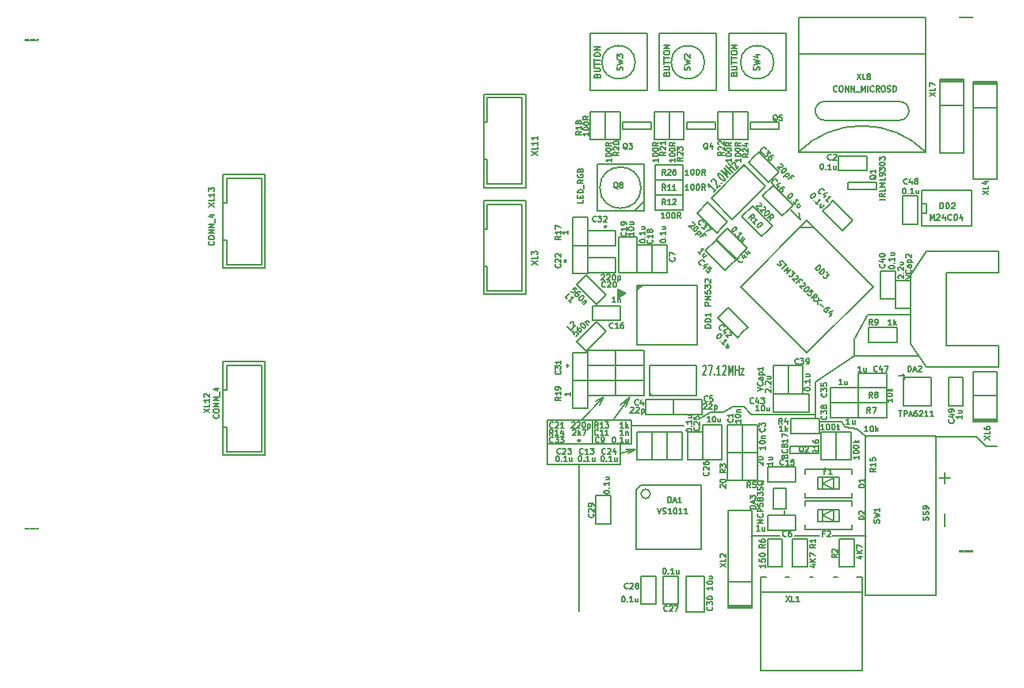
<source format=gto>
G04 (created by PCBNEW (2013-07-07 BZR 4022)-stable) date 06/12/2014 00:31:43*
%MOIN*%
G04 Gerber Fmt 3.4, Leading zero omitted, Abs format*
%FSLAX34Y34*%
G01*
G70*
G90*
G04 APERTURE LIST*
%ADD10C,0.00590551*%
%ADD11C,0.00787402*%
%ADD12C,0.005*%
%ADD13C,0.0079*%
%ADD14C,0.0059*%
%ADD15C,0.00625*%
%ADD16C,0.0063*%
%ADD17C,0.0001*%
G04 APERTURE END LIST*
G54D10*
G54D11*
X70314Y-75275D02*
X72992Y-75275D01*
X70000Y-74960D02*
X70314Y-75275D01*
X69527Y-74960D02*
X70000Y-74960D01*
X69133Y-75196D02*
X69527Y-74960D01*
X68582Y-75196D02*
X69133Y-75196D01*
X68188Y-75433D02*
X68582Y-75196D01*
X63070Y-77401D02*
X63070Y-83543D01*
X65275Y-75748D02*
X67480Y-75748D01*
X71496Y-80393D02*
X70314Y-80393D01*
X73149Y-80393D02*
X72125Y-80393D01*
X75118Y-80393D02*
X73700Y-80393D01*
X78425Y-79448D02*
X78425Y-80000D01*
X78425Y-77716D02*
X78425Y-78188D01*
X78188Y-77952D02*
X78661Y-77952D01*
X80157Y-76614D02*
X80629Y-76614D01*
X79763Y-76220D02*
X80157Y-76614D01*
X78031Y-76220D02*
X79763Y-76220D01*
X74094Y-75590D02*
X73149Y-75590D01*
X74251Y-75826D02*
X74094Y-75590D01*
X74724Y-75905D02*
X74251Y-75826D01*
X75118Y-76220D02*
X74724Y-75905D01*
X72992Y-73937D02*
X72992Y-75433D01*
X74645Y-72834D02*
X72992Y-73937D01*
X74645Y-72834D02*
X77322Y-72834D01*
X74645Y-72125D02*
X74645Y-72834D01*
X75196Y-71102D02*
X74645Y-72125D01*
X77007Y-71102D02*
X75196Y-71102D01*
X65433Y-76771D02*
X65118Y-76929D01*
X65433Y-76771D02*
X65039Y-76771D01*
X64803Y-76929D02*
X65433Y-76771D01*
X64803Y-77401D02*
X64803Y-76535D01*
X61732Y-77401D02*
X64803Y-77401D01*
X61732Y-76535D02*
X61732Y-77401D01*
X65196Y-74566D02*
X65039Y-74960D01*
X65196Y-74566D02*
X64803Y-74881D01*
X64488Y-75511D02*
X65196Y-74566D01*
X64094Y-74566D02*
X63937Y-74881D01*
X64094Y-74566D02*
X63779Y-74724D01*
X63149Y-75511D02*
X64094Y-74566D01*
X65275Y-76535D02*
X63622Y-76535D01*
X65275Y-75511D02*
X65275Y-76535D01*
X63622Y-75511D02*
X65275Y-75511D01*
X61732Y-76535D02*
X61732Y-75511D01*
X63622Y-76535D02*
X61732Y-76535D01*
X63622Y-75511D02*
X63622Y-76535D01*
X61732Y-75511D02*
X63622Y-75511D01*
G54D10*
X80708Y-72401D02*
X80708Y-73307D01*
X80708Y-73307D02*
X77677Y-73307D01*
X77677Y-73307D02*
X77007Y-72322D01*
X77007Y-72322D02*
X77007Y-69409D01*
X77007Y-69409D02*
X77677Y-68425D01*
X77677Y-68425D02*
X80708Y-68425D01*
X80708Y-68425D02*
X80708Y-69330D01*
X80708Y-72401D02*
X78503Y-72401D01*
X78503Y-72401D02*
X78503Y-69330D01*
X78503Y-69330D02*
X80708Y-69330D01*
X75098Y-82874D02*
X75098Y-76181D01*
X75098Y-76181D02*
X78051Y-76181D01*
X78051Y-76181D02*
X78051Y-82874D01*
X78051Y-82874D02*
X75098Y-82874D01*
G54D12*
X75560Y-65819D02*
X74360Y-65819D01*
X74360Y-65819D02*
X74360Y-65519D01*
X74360Y-65519D02*
X75560Y-65519D01*
X75560Y-65519D02*
X75560Y-65819D01*
X71919Y-76621D02*
X73119Y-76621D01*
X73119Y-76621D02*
X73119Y-76921D01*
X73119Y-76921D02*
X71919Y-76921D01*
X71919Y-76921D02*
X71919Y-76621D01*
X66111Y-63299D02*
X64911Y-63299D01*
X64911Y-63299D02*
X64911Y-62999D01*
X64911Y-62999D02*
X66111Y-62999D01*
X66111Y-62999D02*
X66111Y-63299D01*
X68788Y-63299D02*
X67588Y-63299D01*
X67588Y-63299D02*
X67588Y-62999D01*
X67588Y-62999D02*
X68788Y-62999D01*
X68788Y-62999D02*
X68788Y-63299D01*
X71466Y-63299D02*
X70266Y-63299D01*
X70266Y-63299D02*
X70266Y-62999D01*
X70266Y-62999D02*
X71466Y-62999D01*
X71466Y-62999D02*
X71466Y-63299D01*
X77453Y-67314D02*
X77453Y-67364D01*
X77453Y-67364D02*
X79553Y-67364D01*
X79553Y-65864D02*
X77453Y-65864D01*
X77453Y-65864D02*
X77453Y-67314D01*
X77453Y-66414D02*
X77653Y-66414D01*
X77653Y-66414D02*
X77653Y-66814D01*
X77653Y-66814D02*
X77453Y-66814D01*
X79553Y-65864D02*
X79553Y-67364D01*
G54D13*
X71693Y-79330D02*
X71693Y-79468D01*
X71693Y-79468D02*
X71732Y-79428D01*
X71752Y-78818D02*
X71752Y-79251D01*
X71752Y-79251D02*
X71240Y-79251D01*
X71240Y-79251D02*
X71240Y-78385D01*
X71240Y-78385D02*
X71752Y-78385D01*
X71752Y-78385D02*
X71752Y-78818D01*
G54D10*
X71968Y-75787D02*
X71968Y-75472D01*
X71968Y-75472D02*
X73149Y-75472D01*
X73149Y-75472D02*
X73149Y-76102D01*
X73149Y-76102D02*
X71968Y-76102D01*
X71968Y-76102D02*
X71968Y-75787D01*
X74330Y-81692D02*
X74015Y-81692D01*
X74015Y-81692D02*
X74015Y-80511D01*
X74015Y-80511D02*
X74645Y-80511D01*
X74645Y-80511D02*
X74645Y-81692D01*
X74645Y-81692D02*
X74330Y-81692D01*
X64606Y-73543D02*
X64606Y-73858D01*
X64606Y-73858D02*
X63425Y-73858D01*
X63425Y-73858D02*
X63425Y-73228D01*
X63425Y-73228D02*
X64606Y-73228D01*
X64606Y-73228D02*
X64606Y-73543D01*
X75236Y-71929D02*
X75236Y-71614D01*
X75236Y-71614D02*
X76417Y-71614D01*
X76417Y-71614D02*
X76417Y-72244D01*
X76417Y-72244D02*
X75236Y-72244D01*
X75236Y-72244D02*
X75236Y-71929D01*
X63110Y-73858D02*
X63425Y-73858D01*
X63425Y-73858D02*
X63425Y-75039D01*
X63425Y-75039D02*
X62795Y-75039D01*
X62795Y-75039D02*
X62795Y-73858D01*
X62795Y-73858D02*
X63110Y-73858D01*
X63110Y-68188D02*
X62795Y-68188D01*
X62795Y-68188D02*
X62795Y-67007D01*
X62795Y-67007D02*
X63425Y-67007D01*
X63425Y-67007D02*
X63425Y-68188D01*
X63425Y-68188D02*
X63110Y-68188D01*
X65787Y-72913D02*
X65787Y-73228D01*
X65787Y-73228D02*
X64606Y-73228D01*
X64606Y-73228D02*
X64606Y-72598D01*
X64606Y-72598D02*
X65787Y-72598D01*
X65787Y-72598D02*
X65787Y-72913D01*
X74173Y-76023D02*
X74488Y-76023D01*
X74488Y-76023D02*
X74488Y-77204D01*
X74488Y-77204D02*
X73858Y-77204D01*
X73858Y-77204D02*
X73858Y-76023D01*
X73858Y-76023D02*
X74173Y-76023D01*
X73543Y-77204D02*
X73228Y-77204D01*
X73228Y-77204D02*
X73228Y-76023D01*
X73228Y-76023D02*
X73858Y-76023D01*
X73858Y-76023D02*
X73858Y-77204D01*
X73858Y-77204D02*
X73543Y-77204D01*
X72362Y-81692D02*
X72047Y-81692D01*
X72047Y-81692D02*
X72047Y-80511D01*
X72047Y-80511D02*
X72677Y-80511D01*
X72677Y-80511D02*
X72677Y-81692D01*
X72677Y-81692D02*
X72362Y-81692D01*
X71299Y-81692D02*
X70984Y-81692D01*
X70984Y-81692D02*
X70984Y-80511D01*
X70984Y-80511D02*
X71614Y-80511D01*
X71614Y-80511D02*
X71614Y-81692D01*
X71614Y-81692D02*
X71299Y-81692D01*
X66535Y-62559D02*
X66850Y-62559D01*
X66850Y-62559D02*
X66850Y-63740D01*
X66850Y-63740D02*
X66220Y-63740D01*
X66220Y-63740D02*
X66220Y-62559D01*
X66220Y-62559D02*
X66535Y-62559D01*
X64488Y-62559D02*
X64803Y-62559D01*
X64803Y-62559D02*
X64803Y-63740D01*
X64803Y-63740D02*
X64173Y-63740D01*
X64173Y-63740D02*
X64173Y-62559D01*
X64173Y-62559D02*
X64488Y-62559D01*
X69212Y-62559D02*
X69527Y-62559D01*
X69527Y-62559D02*
X69527Y-63740D01*
X69527Y-63740D02*
X68897Y-63740D01*
X68897Y-63740D02*
X68897Y-62559D01*
X68897Y-62559D02*
X69212Y-62559D01*
X69842Y-62559D02*
X70157Y-62559D01*
X70157Y-62559D02*
X70157Y-63740D01*
X70157Y-63740D02*
X69527Y-63740D01*
X69527Y-63740D02*
X69527Y-62559D01*
X69527Y-62559D02*
X69842Y-62559D01*
X67165Y-62559D02*
X67480Y-62559D01*
X67480Y-62559D02*
X67480Y-63740D01*
X67480Y-63740D02*
X66850Y-63740D01*
X66850Y-63740D02*
X66850Y-62559D01*
X66850Y-62559D02*
X67165Y-62559D01*
X67440Y-66377D02*
X67440Y-66692D01*
X67440Y-66692D02*
X66259Y-66692D01*
X66259Y-66692D02*
X66259Y-66062D01*
X66259Y-66062D02*
X67440Y-66062D01*
X67440Y-66062D02*
X67440Y-66377D01*
X67440Y-65748D02*
X67440Y-66062D01*
X67440Y-66062D02*
X66259Y-66062D01*
X66259Y-66062D02*
X66259Y-65433D01*
X66259Y-65433D02*
X67440Y-65433D01*
X67440Y-65433D02*
X67440Y-65748D01*
X67440Y-65118D02*
X67440Y-65433D01*
X67440Y-65433D02*
X66259Y-65433D01*
X66259Y-65433D02*
X66259Y-64803D01*
X66259Y-64803D02*
X67440Y-64803D01*
X67440Y-64803D02*
X67440Y-65118D01*
X70968Y-67582D02*
X70746Y-67805D01*
X70746Y-67805D02*
X69910Y-66970D01*
X69910Y-66970D02*
X70356Y-66525D01*
X70356Y-66525D02*
X71191Y-67360D01*
X71191Y-67360D02*
X70968Y-67582D01*
X69606Y-76889D02*
X69921Y-76889D01*
X69921Y-76889D02*
X69921Y-78070D01*
X69921Y-78070D02*
X69291Y-78070D01*
X69291Y-78070D02*
X69291Y-76889D01*
X69291Y-76889D02*
X69606Y-76889D01*
X74803Y-74488D02*
X74803Y-74173D01*
X74803Y-74173D02*
X75984Y-74173D01*
X75984Y-74173D02*
X75984Y-74803D01*
X75984Y-74803D02*
X74803Y-74803D01*
X74803Y-74803D02*
X74803Y-74488D01*
X74803Y-75118D02*
X74803Y-74803D01*
X74803Y-74803D02*
X75984Y-74803D01*
X75984Y-74803D02*
X75984Y-75433D01*
X75984Y-75433D02*
X74803Y-75433D01*
X74803Y-75433D02*
X74803Y-75118D01*
X70236Y-76889D02*
X70551Y-76889D01*
X70551Y-76889D02*
X70551Y-78070D01*
X70551Y-78070D02*
X69921Y-78070D01*
X69921Y-78070D02*
X69921Y-76889D01*
X69921Y-76889D02*
X70236Y-76889D01*
X64724Y-70275D02*
X64724Y-70157D01*
X65000Y-70196D02*
X64724Y-70078D01*
X64724Y-70078D02*
X64724Y-70354D01*
X64724Y-70354D02*
X64685Y-70393D01*
X64685Y-70393D02*
X64685Y-70039D01*
X64685Y-70039D02*
X65039Y-70196D01*
X65039Y-70196D02*
X64685Y-70393D01*
X64685Y-70393D02*
X64763Y-70118D01*
X64763Y-70118D02*
X64960Y-70236D01*
X64960Y-70236D02*
X64763Y-70314D01*
X64763Y-70314D02*
X64803Y-70157D01*
X64803Y-70157D02*
X64881Y-70236D01*
X64881Y-70236D02*
X64803Y-70236D01*
X65511Y-70000D02*
X65629Y-69881D01*
X65629Y-69881D02*
X65551Y-69881D01*
X65551Y-69881D02*
X65551Y-69921D01*
X65551Y-69921D02*
X65669Y-69881D01*
G54D12*
X65728Y-69842D02*
X65511Y-70059D01*
X68031Y-72362D02*
X65511Y-72362D01*
X65511Y-72362D02*
X65511Y-69842D01*
X65511Y-69842D02*
X68031Y-69842D01*
X68031Y-69842D02*
X68031Y-72362D01*
G54D14*
X77637Y-60118D02*
X72283Y-60118D01*
X73385Y-62125D02*
G75*
G03X72991Y-62519I0J-394D01*
G74*
G01*
X72991Y-62519D02*
G75*
G03X73385Y-62913I394J0D01*
G74*
G01*
X76535Y-62913D02*
G75*
G03X76929Y-62519I0J394D01*
G74*
G01*
X76928Y-62519D02*
G75*
G03X76535Y-62126I-393J0D01*
G74*
G01*
X73385Y-62913D02*
X76535Y-62913D01*
X76535Y-62126D02*
X73385Y-62126D01*
X77637Y-64252D02*
G75*
G03X72283Y-64252I-2677J-2677D01*
G74*
G01*
X77637Y-64252D02*
X72283Y-64252D01*
X72283Y-64252D02*
X72283Y-58582D01*
X72283Y-58582D02*
X77637Y-58582D01*
X77637Y-58582D02*
X77637Y-64252D01*
X71969Y-66691D02*
X72359Y-67081D01*
X72359Y-67081D02*
X72304Y-66802D01*
X72359Y-67415D02*
X72916Y-67415D01*
X72637Y-67136D02*
X75422Y-69921D01*
X75422Y-69921D02*
X72637Y-72705D01*
X72637Y-72705D02*
X69853Y-69921D01*
X69853Y-69921D02*
X72637Y-67136D01*
G54D12*
X68188Y-80964D02*
X65472Y-80964D01*
X65472Y-80964D02*
X65472Y-78425D01*
X65492Y-78425D02*
X65669Y-78248D01*
X65669Y-78248D02*
X68208Y-78248D01*
X68208Y-78248D02*
X68208Y-80945D01*
X66063Y-78622D02*
G75*
G03X66063Y-78622I-197J0D01*
G74*
G01*
G54D10*
X65787Y-66338D02*
X65393Y-66732D01*
G54D14*
X65669Y-65748D02*
G75*
G03X65669Y-65748I-866J0D01*
G74*
G01*
X63819Y-66732D02*
X63819Y-64764D01*
X63819Y-64764D02*
X65787Y-64764D01*
X65787Y-64764D02*
X65787Y-66732D01*
X65787Y-66732D02*
X63819Y-66732D01*
G54D10*
X63165Y-69621D02*
X63373Y-69412D01*
X63373Y-69412D02*
X64209Y-70248D01*
X64209Y-70248D02*
X63791Y-70665D01*
X63791Y-70665D02*
X62956Y-69830D01*
X62956Y-69830D02*
X63165Y-69621D01*
X64000Y-71590D02*
X64209Y-71799D01*
X64209Y-71799D02*
X63373Y-72634D01*
X63373Y-72634D02*
X62956Y-72216D01*
X62956Y-72216D02*
X63791Y-71381D01*
X63791Y-71381D02*
X64000Y-71590D01*
X76653Y-73582D02*
X76732Y-73661D01*
X76732Y-73661D02*
X76496Y-73661D01*
G54D14*
X76692Y-73858D02*
X76811Y-73739D01*
G54D12*
X77874Y-74921D02*
X76692Y-74921D01*
X76692Y-74921D02*
X76692Y-73739D01*
X76692Y-73739D02*
X77874Y-73739D01*
X77874Y-73739D02*
X77874Y-74921D01*
G54D14*
X66023Y-74389D02*
X66121Y-74488D01*
X67991Y-73228D02*
X67991Y-74488D01*
X67991Y-74488D02*
X66023Y-74488D01*
X66023Y-74488D02*
X66023Y-73228D01*
X66023Y-73228D02*
X67991Y-73228D01*
X70084Y-64873D02*
X69944Y-64872D01*
X69513Y-67086D02*
X68622Y-66195D01*
X68622Y-66195D02*
X70014Y-64803D01*
X70014Y-64803D02*
X70905Y-65694D01*
X70905Y-65694D02*
X69513Y-67086D01*
G54D11*
X79618Y-61385D02*
X79618Y-61285D01*
X79618Y-61285D02*
X80618Y-61285D01*
X80618Y-61285D02*
X80618Y-61385D01*
X80618Y-61385D02*
X80618Y-61335D01*
X80618Y-61335D02*
X79618Y-61335D01*
X80618Y-62385D02*
X79618Y-62385D01*
X80618Y-61385D02*
X80618Y-65385D01*
X80618Y-65385D02*
X79618Y-65385D01*
X79618Y-65385D02*
X79618Y-61385D01*
X79618Y-61385D02*
X80618Y-61385D01*
X70342Y-83338D02*
X70342Y-83438D01*
X70342Y-83438D02*
X69342Y-83438D01*
X69342Y-83438D02*
X69342Y-83338D01*
X69342Y-83338D02*
X69342Y-83388D01*
X69342Y-83388D02*
X70342Y-83388D01*
X69342Y-82338D02*
X70342Y-82338D01*
X69342Y-83338D02*
X69342Y-79338D01*
X69342Y-79338D02*
X70342Y-79338D01*
X70342Y-79338D02*
X70342Y-83338D01*
X70342Y-83338D02*
X69342Y-83338D01*
X78240Y-61245D02*
X78240Y-61295D01*
X79240Y-61295D02*
X79240Y-61195D01*
X79240Y-61195D02*
X78240Y-61195D01*
X78240Y-61195D02*
X78240Y-61245D01*
X78240Y-61245D02*
X79190Y-61245D01*
X78240Y-64295D02*
X78240Y-61295D01*
X79240Y-61295D02*
X79240Y-64295D01*
X79240Y-62295D02*
X78240Y-62295D01*
X79240Y-64295D02*
X78240Y-64295D01*
X78240Y-61295D02*
X79240Y-61295D01*
X80618Y-73488D02*
X80618Y-75488D01*
X79618Y-73488D02*
X79618Y-75488D01*
X80618Y-75538D02*
X80618Y-75488D01*
X79618Y-75488D02*
X79618Y-75588D01*
X79618Y-75588D02*
X80618Y-75588D01*
X80618Y-75588D02*
X80618Y-75538D01*
X80618Y-75538D02*
X79668Y-75538D01*
X79618Y-74488D02*
X80618Y-74488D01*
X79618Y-73488D02*
X80618Y-73488D01*
X80618Y-75488D02*
X79618Y-75488D01*
X70708Y-82755D02*
X70708Y-86062D01*
X70708Y-86062D02*
X74960Y-86062D01*
X74960Y-86062D02*
X74960Y-82755D01*
X73936Y-82125D02*
X73779Y-82125D01*
X72755Y-82125D02*
X72913Y-82125D01*
X71732Y-82125D02*
X71889Y-82125D01*
X70708Y-82125D02*
X70944Y-82125D01*
X70708Y-82125D02*
X70708Y-82755D01*
X70708Y-82755D02*
X74960Y-82755D01*
X74960Y-82755D02*
X74960Y-82125D01*
X74960Y-82125D02*
X74724Y-82125D01*
G54D10*
X64724Y-69330D02*
X64724Y-67834D01*
X64724Y-67834D02*
X65511Y-67834D01*
X65511Y-67834D02*
X65511Y-69330D01*
X65511Y-69330D02*
X64724Y-69330D01*
X68267Y-77204D02*
X68267Y-75708D01*
X68267Y-75708D02*
X69055Y-75708D01*
X69055Y-75708D02*
X69055Y-77204D01*
X69055Y-77204D02*
X68267Y-77204D01*
X72716Y-75196D02*
X71220Y-75196D01*
X71220Y-75196D02*
X71220Y-74409D01*
X71220Y-74409D02*
X72716Y-74409D01*
X72716Y-74409D02*
X72716Y-75196D01*
X68346Y-82086D02*
X68346Y-83582D01*
X68346Y-83582D02*
X67559Y-83582D01*
X67559Y-83582D02*
X67559Y-82086D01*
X67559Y-82086D02*
X68346Y-82086D01*
X69905Y-68527D02*
X69683Y-68750D01*
X69683Y-68750D02*
X68847Y-67915D01*
X68847Y-67915D02*
X69293Y-67469D01*
X69293Y-67469D02*
X70128Y-68305D01*
X70128Y-68305D02*
X69905Y-68527D01*
X69433Y-69000D02*
X69210Y-69222D01*
X69210Y-69222D02*
X68375Y-68387D01*
X68375Y-68387D02*
X68820Y-67942D01*
X68820Y-67942D02*
X69656Y-68777D01*
X69656Y-68777D02*
X69433Y-69000D01*
X66929Y-82086D02*
X67244Y-82086D01*
X67244Y-82086D02*
X67244Y-83267D01*
X67244Y-83267D02*
X66614Y-83267D01*
X66614Y-83267D02*
X66614Y-82086D01*
X66614Y-82086D02*
X66929Y-82086D01*
X73519Y-66511D02*
X73742Y-66288D01*
X73742Y-66288D02*
X74577Y-67124D01*
X74577Y-67124D02*
X74131Y-67569D01*
X74131Y-67569D02*
X73296Y-66734D01*
X73296Y-66734D02*
X73519Y-66511D01*
X64094Y-79881D02*
X63779Y-79881D01*
X63779Y-79881D02*
X63779Y-78700D01*
X63779Y-78700D02*
X64409Y-78700D01*
X64409Y-78700D02*
X64409Y-79881D01*
X64409Y-79881D02*
X64094Y-79881D01*
X69945Y-71834D02*
X69722Y-72057D01*
X69722Y-72057D02*
X68887Y-71222D01*
X68887Y-71222D02*
X69332Y-70777D01*
X69332Y-70777D02*
X70167Y-71612D01*
X70167Y-71612D02*
X69945Y-71834D01*
X78897Y-74921D02*
X78582Y-74921D01*
X78582Y-74921D02*
X78582Y-73740D01*
X78582Y-73740D02*
X79212Y-73740D01*
X79212Y-73740D02*
X79212Y-74921D01*
X79212Y-74921D02*
X78897Y-74921D01*
X73622Y-75118D02*
X73622Y-74803D01*
X73622Y-74803D02*
X74803Y-74803D01*
X74803Y-74803D02*
X74803Y-75433D01*
X74803Y-75433D02*
X73622Y-75433D01*
X73622Y-75433D02*
X73622Y-75118D01*
X73622Y-74488D02*
X73622Y-74173D01*
X73622Y-74173D02*
X74803Y-74173D01*
X74803Y-74173D02*
X74803Y-74803D01*
X74803Y-74803D02*
X73622Y-74803D01*
X73622Y-74803D02*
X73622Y-74488D01*
X74803Y-73858D02*
X74803Y-73543D01*
X74803Y-73543D02*
X75984Y-73543D01*
X75984Y-73543D02*
X75984Y-74173D01*
X75984Y-74173D02*
X74803Y-74173D01*
X74803Y-74173D02*
X74803Y-73858D01*
X65826Y-77204D02*
X65511Y-77204D01*
X65511Y-77204D02*
X65511Y-76023D01*
X65511Y-76023D02*
X66141Y-76023D01*
X66141Y-76023D02*
X66141Y-77204D01*
X66141Y-77204D02*
X65826Y-77204D01*
X71834Y-66716D02*
X71612Y-66939D01*
X71612Y-66939D02*
X70777Y-66104D01*
X70777Y-66104D02*
X71222Y-65658D01*
X71222Y-65658D02*
X72057Y-66494D01*
X72057Y-66494D02*
X71834Y-66716D01*
X65984Y-82086D02*
X66299Y-82086D01*
X66299Y-82086D02*
X66299Y-83267D01*
X66299Y-83267D02*
X65669Y-83267D01*
X65669Y-83267D02*
X65669Y-82086D01*
X65669Y-82086D02*
X65984Y-82086D01*
X76968Y-66102D02*
X77283Y-66102D01*
X77283Y-66102D02*
X77283Y-67283D01*
X77283Y-67283D02*
X76653Y-67283D01*
X76653Y-67283D02*
X76653Y-66102D01*
X76653Y-66102D02*
X76968Y-66102D01*
X66456Y-77204D02*
X66141Y-77204D01*
X66141Y-77204D02*
X66141Y-76023D01*
X66141Y-76023D02*
X66771Y-76023D01*
X66771Y-76023D02*
X66771Y-77204D01*
X66771Y-77204D02*
X66456Y-77204D01*
X72165Y-73228D02*
X72480Y-73228D01*
X72480Y-73228D02*
X72480Y-74409D01*
X72480Y-74409D02*
X71850Y-74409D01*
X71850Y-74409D02*
X71850Y-73228D01*
X71850Y-73228D02*
X72165Y-73228D01*
X67086Y-77204D02*
X66771Y-77204D01*
X66771Y-77204D02*
X66771Y-76023D01*
X66771Y-76023D02*
X67401Y-76023D01*
X67401Y-76023D02*
X67401Y-77204D01*
X67401Y-77204D02*
X67086Y-77204D01*
X67952Y-77204D02*
X67637Y-77204D01*
X67637Y-77204D02*
X67637Y-76023D01*
X67637Y-76023D02*
X68267Y-76023D01*
X68267Y-76023D02*
X68267Y-77204D01*
X68267Y-77204D02*
X67952Y-77204D01*
X63425Y-69015D02*
X63425Y-68700D01*
X63425Y-68700D02*
X64606Y-68700D01*
X64606Y-68700D02*
X64606Y-69330D01*
X64606Y-69330D02*
X63425Y-69330D01*
X63425Y-69330D02*
X63425Y-69015D01*
X70409Y-64464D02*
X70631Y-64241D01*
X70631Y-64241D02*
X71467Y-65076D01*
X71467Y-65076D02*
X71021Y-65522D01*
X71021Y-65522D02*
X70186Y-64687D01*
X70186Y-64687D02*
X70409Y-64464D01*
X69079Y-67425D02*
X68856Y-67648D01*
X68856Y-67648D02*
X68021Y-66813D01*
X68021Y-66813D02*
X68466Y-66367D01*
X68466Y-66367D02*
X69301Y-67202D01*
X69301Y-67202D02*
X69079Y-67425D01*
X69606Y-75708D02*
X69921Y-75708D01*
X69921Y-75708D02*
X69921Y-76889D01*
X69921Y-76889D02*
X69291Y-76889D01*
X69291Y-76889D02*
X69291Y-75708D01*
X69291Y-75708D02*
X69606Y-75708D01*
X70236Y-75708D02*
X70551Y-75708D01*
X70551Y-75708D02*
X70551Y-76889D01*
X70551Y-76889D02*
X69921Y-76889D01*
X69921Y-76889D02*
X69921Y-75708D01*
X69921Y-75708D02*
X70236Y-75708D01*
X72165Y-79842D02*
X72165Y-80157D01*
X72165Y-80157D02*
X70984Y-80157D01*
X70984Y-80157D02*
X70984Y-79527D01*
X70984Y-79527D02*
X72165Y-79527D01*
X72165Y-79527D02*
X72165Y-79842D01*
X70984Y-77795D02*
X70984Y-77480D01*
X70984Y-77480D02*
X72165Y-77480D01*
X72165Y-77480D02*
X72165Y-78110D01*
X72165Y-78110D02*
X70984Y-78110D01*
X70984Y-78110D02*
X70984Y-77795D01*
X65787Y-73543D02*
X65787Y-73858D01*
X65787Y-73858D02*
X64606Y-73858D01*
X64606Y-73858D02*
X64606Y-73228D01*
X64606Y-73228D02*
X65787Y-73228D01*
X65787Y-73228D02*
X65787Y-73543D01*
X76062Y-70433D02*
X75748Y-70433D01*
X75748Y-70433D02*
X75748Y-69251D01*
X75748Y-69251D02*
X76377Y-69251D01*
X76377Y-69251D02*
X76377Y-70433D01*
X76377Y-70433D02*
X76062Y-70433D01*
X71535Y-73228D02*
X71850Y-73228D01*
X71850Y-73228D02*
X71850Y-74409D01*
X71850Y-74409D02*
X71220Y-74409D01*
X71220Y-74409D02*
X71220Y-73228D01*
X71220Y-73228D02*
X71535Y-73228D01*
X64606Y-74173D02*
X64606Y-74488D01*
X64606Y-74488D02*
X63425Y-74488D01*
X63425Y-74488D02*
X63425Y-73858D01*
X63425Y-73858D02*
X64606Y-73858D01*
X64606Y-73858D02*
X64606Y-74173D01*
X63425Y-67874D02*
X63425Y-67559D01*
X63425Y-67559D02*
X64606Y-67559D01*
X64606Y-67559D02*
X64606Y-68188D01*
X64606Y-68188D02*
X63425Y-68188D01*
X63425Y-68188D02*
X63425Y-67874D01*
X63110Y-73858D02*
X62795Y-73858D01*
X62795Y-73858D02*
X62795Y-72677D01*
X62795Y-72677D02*
X63425Y-72677D01*
X63425Y-72677D02*
X63425Y-73858D01*
X63425Y-73858D02*
X63110Y-73858D01*
X63110Y-68188D02*
X63425Y-68188D01*
X63425Y-68188D02*
X63425Y-69370D01*
X63425Y-69370D02*
X62795Y-69370D01*
X62795Y-69370D02*
X62795Y-68188D01*
X62795Y-68188D02*
X63110Y-68188D01*
X64606Y-72913D02*
X64606Y-73228D01*
X64606Y-73228D02*
X63425Y-73228D01*
X63425Y-73228D02*
X63425Y-72598D01*
X63425Y-72598D02*
X64606Y-72598D01*
X64606Y-72598D02*
X64606Y-72913D01*
X75157Y-64724D02*
X75157Y-65039D01*
X75157Y-65039D02*
X73976Y-65039D01*
X73976Y-65039D02*
X73976Y-64409D01*
X73976Y-64409D02*
X75157Y-64409D01*
X75157Y-64409D02*
X75157Y-64724D01*
X67047Y-74960D02*
X67047Y-74645D01*
X67047Y-74645D02*
X68228Y-74645D01*
X68228Y-74645D02*
X68228Y-75275D01*
X68228Y-75275D02*
X67047Y-75275D01*
X67047Y-75275D02*
X67047Y-74960D01*
X67047Y-74960D02*
X67047Y-75275D01*
X67047Y-75275D02*
X65866Y-75275D01*
X65866Y-75275D02*
X65866Y-74645D01*
X65866Y-74645D02*
X67047Y-74645D01*
X67047Y-74645D02*
X67047Y-74960D01*
X65826Y-69330D02*
X65511Y-69330D01*
X65511Y-69330D02*
X65511Y-68149D01*
X65511Y-68149D02*
X66141Y-68149D01*
X66141Y-68149D02*
X66141Y-69330D01*
X66141Y-69330D02*
X65826Y-69330D01*
X66456Y-69330D02*
X66141Y-69330D01*
X66141Y-69330D02*
X66141Y-68149D01*
X66141Y-68149D02*
X66771Y-68149D01*
X66771Y-68149D02*
X66771Y-69330D01*
X66771Y-69330D02*
X66456Y-69330D01*
X65787Y-74173D02*
X65787Y-74488D01*
X65787Y-74488D02*
X64606Y-74488D01*
X64606Y-74488D02*
X64606Y-73858D01*
X64606Y-73858D02*
X65787Y-73858D01*
X65787Y-73858D02*
X65787Y-74173D01*
X76692Y-70826D02*
X76377Y-70826D01*
X76377Y-70826D02*
X76377Y-69645D01*
X76377Y-69645D02*
X77007Y-69645D01*
X77007Y-69645D02*
X77007Y-70826D01*
X77007Y-70826D02*
X76692Y-70826D01*
X64803Y-71023D02*
X64803Y-71338D01*
X64803Y-71338D02*
X63622Y-71338D01*
X63622Y-71338D02*
X63622Y-70708D01*
X63622Y-70708D02*
X64803Y-70708D01*
X64803Y-70708D02*
X64803Y-71023D01*
G54D12*
X68337Y-60472D02*
G75*
G03X68337Y-60472I-700J0D01*
G74*
G01*
X66437Y-61672D02*
X68837Y-61672D01*
X68837Y-61672D02*
X68837Y-59272D01*
X68837Y-59272D02*
X66437Y-59272D01*
X66437Y-59272D02*
X66437Y-61672D01*
X65424Y-60472D02*
G75*
G03X65424Y-60472I-700J0D01*
G74*
G01*
X63524Y-61672D02*
X65924Y-61672D01*
X65924Y-61672D02*
X65924Y-59272D01*
X65924Y-59272D02*
X63524Y-59272D01*
X63524Y-59272D02*
X63524Y-61672D01*
X73093Y-77938D02*
X73993Y-77938D01*
X73993Y-77938D02*
X73993Y-78438D01*
X73993Y-78438D02*
X73093Y-78438D01*
X73093Y-78438D02*
X73093Y-77938D01*
X73993Y-79777D02*
X73093Y-79777D01*
X73093Y-79777D02*
X73093Y-79277D01*
X73093Y-79277D02*
X73993Y-79277D01*
X73993Y-79277D02*
X73993Y-79777D01*
G54D13*
X73307Y-79291D02*
X73307Y-79763D01*
X73779Y-79527D02*
X73779Y-79291D01*
X73779Y-79291D02*
X73307Y-79527D01*
X73307Y-79527D02*
X73779Y-79763D01*
X73779Y-79763D02*
X73779Y-79527D01*
X74527Y-79921D02*
X74527Y-80118D01*
X74527Y-80118D02*
X72559Y-80118D01*
X72559Y-80118D02*
X72559Y-79921D01*
X72559Y-79133D02*
X72559Y-78936D01*
X72559Y-78936D02*
X74527Y-78936D01*
X74527Y-78936D02*
X74527Y-79133D01*
X73307Y-77952D02*
X73307Y-78424D01*
X73779Y-78188D02*
X73779Y-77952D01*
X73779Y-77952D02*
X73307Y-78188D01*
X73307Y-78188D02*
X73779Y-78424D01*
X73779Y-78424D02*
X73779Y-78188D01*
X74527Y-78582D02*
X74527Y-78779D01*
X74527Y-78779D02*
X72559Y-78779D01*
X72559Y-78779D02*
X72559Y-78582D01*
X72559Y-77794D02*
X72559Y-77597D01*
X72559Y-77597D02*
X74527Y-77597D01*
X74527Y-77597D02*
X74527Y-77794D01*
G54D10*
X63858Y-62559D02*
X64173Y-62559D01*
X64173Y-62559D02*
X64173Y-63740D01*
X64173Y-63740D02*
X63543Y-63740D01*
X63543Y-63740D02*
X63543Y-62559D01*
X63543Y-62559D02*
X63858Y-62559D01*
X60826Y-66299D02*
X60826Y-70236D01*
X60669Y-70078D02*
X60669Y-66456D01*
X59055Y-66299D02*
X59055Y-70236D01*
X59055Y-67480D02*
X59133Y-67480D01*
X59133Y-67480D02*
X59212Y-67480D01*
X59212Y-67480D02*
X59212Y-66456D01*
X59212Y-66456D02*
X60669Y-66456D01*
X60669Y-70078D02*
X59212Y-70078D01*
X59212Y-70078D02*
X59212Y-69055D01*
X59212Y-69055D02*
X59055Y-69055D01*
X59763Y-66299D02*
X60826Y-66299D01*
X60826Y-70236D02*
X59763Y-70236D01*
X59763Y-70236D02*
X59055Y-70236D01*
X59055Y-66299D02*
X59763Y-66299D01*
X49881Y-73070D02*
X49881Y-77007D01*
X49724Y-76850D02*
X49724Y-73228D01*
X48110Y-73070D02*
X48110Y-77007D01*
X48110Y-74251D02*
X48188Y-74251D01*
X48188Y-74251D02*
X48267Y-74251D01*
X48267Y-74251D02*
X48267Y-73228D01*
X48267Y-73228D02*
X49724Y-73228D01*
X49724Y-76850D02*
X48267Y-76850D01*
X48267Y-76850D02*
X48267Y-75826D01*
X48267Y-75826D02*
X48110Y-75826D01*
X48818Y-73070D02*
X49881Y-73070D01*
X49881Y-77007D02*
X48818Y-77007D01*
X48818Y-77007D02*
X48110Y-77007D01*
X48110Y-73070D02*
X48818Y-73070D01*
X60826Y-61811D02*
X60826Y-65748D01*
X60669Y-65590D02*
X60669Y-61968D01*
X59055Y-61811D02*
X59055Y-65748D01*
X59055Y-62992D02*
X59133Y-62992D01*
X59133Y-62992D02*
X59212Y-62992D01*
X59212Y-62992D02*
X59212Y-61968D01*
X59212Y-61968D02*
X60669Y-61968D01*
X60669Y-65590D02*
X59212Y-65590D01*
X59212Y-65590D02*
X59212Y-64566D01*
X59212Y-64566D02*
X59055Y-64566D01*
X59763Y-61811D02*
X60826Y-61811D01*
X60826Y-65748D02*
X59763Y-65748D01*
X59763Y-65748D02*
X59055Y-65748D01*
X59055Y-61811D02*
X59763Y-61811D01*
X49881Y-65196D02*
X49881Y-69133D01*
X49724Y-68976D02*
X49724Y-65354D01*
X48110Y-65196D02*
X48110Y-69133D01*
X48110Y-66377D02*
X48188Y-66377D01*
X48188Y-66377D02*
X48267Y-66377D01*
X48267Y-66377D02*
X48267Y-65354D01*
X48267Y-65354D02*
X49724Y-65354D01*
X49724Y-68976D02*
X48267Y-68976D01*
X48267Y-68976D02*
X48267Y-67952D01*
X48267Y-67952D02*
X48110Y-67952D01*
X48818Y-65196D02*
X49881Y-65196D01*
X49881Y-69133D02*
X48818Y-69133D01*
X48818Y-69133D02*
X48110Y-69133D01*
X48110Y-65196D02*
X48818Y-65196D01*
G54D12*
X71251Y-60472D02*
G75*
G03X71251Y-60472I-700J0D01*
G74*
G01*
X69351Y-61672D02*
X71751Y-61672D01*
X71751Y-61672D02*
X71751Y-59272D01*
X71751Y-59272D02*
X69351Y-59272D01*
X69351Y-59272D02*
X69351Y-61672D01*
G54D10*
X75674Y-79842D02*
X75686Y-79808D01*
X75686Y-79752D01*
X75674Y-79730D01*
X75663Y-79718D01*
X75641Y-79707D01*
X75618Y-79707D01*
X75596Y-79718D01*
X75584Y-79730D01*
X75573Y-79752D01*
X75562Y-79797D01*
X75551Y-79820D01*
X75539Y-79831D01*
X75517Y-79842D01*
X75494Y-79842D01*
X75472Y-79831D01*
X75461Y-79820D01*
X75449Y-79797D01*
X75449Y-79741D01*
X75461Y-79707D01*
X75449Y-79628D02*
X75686Y-79572D01*
X75517Y-79527D01*
X75686Y-79482D01*
X75449Y-79426D01*
X75686Y-79212D02*
X75686Y-79347D01*
X75686Y-79280D02*
X75449Y-79280D01*
X75483Y-79302D01*
X75506Y-79325D01*
X75517Y-79347D01*
X77741Y-79721D02*
X77753Y-79687D01*
X77753Y-79631D01*
X77741Y-79609D01*
X77730Y-79597D01*
X77708Y-79586D01*
X77685Y-79586D01*
X77663Y-79597D01*
X77651Y-79609D01*
X77640Y-79631D01*
X77629Y-79676D01*
X77618Y-79699D01*
X77606Y-79710D01*
X77584Y-79721D01*
X77561Y-79721D01*
X77539Y-79710D01*
X77528Y-79699D01*
X77516Y-79676D01*
X77516Y-79620D01*
X77528Y-79586D01*
X77741Y-79496D02*
X77753Y-79462D01*
X77753Y-79406D01*
X77741Y-79384D01*
X77730Y-79372D01*
X77708Y-79361D01*
X77685Y-79361D01*
X77663Y-79372D01*
X77651Y-79384D01*
X77640Y-79406D01*
X77629Y-79451D01*
X77618Y-79474D01*
X77606Y-79485D01*
X77584Y-79496D01*
X77561Y-79496D01*
X77539Y-79485D01*
X77528Y-79474D01*
X77516Y-79451D01*
X77516Y-79395D01*
X77528Y-79361D01*
X77753Y-79249D02*
X77753Y-79204D01*
X77741Y-79181D01*
X77730Y-79170D01*
X77696Y-79147D01*
X77651Y-79136D01*
X77561Y-79136D01*
X77539Y-79147D01*
X77528Y-79159D01*
X77516Y-79181D01*
X77516Y-79226D01*
X77528Y-79249D01*
X77539Y-79260D01*
X77561Y-79271D01*
X77618Y-79271D01*
X77640Y-79260D01*
X77651Y-79249D01*
X77663Y-79226D01*
X77663Y-79181D01*
X77651Y-79159D01*
X77640Y-79147D01*
X77618Y-79136D01*
G54D14*
X75551Y-65219D02*
X75539Y-65241D01*
X75517Y-65264D01*
X75483Y-65297D01*
X75472Y-65320D01*
X75472Y-65342D01*
X75528Y-65331D02*
X75517Y-65354D01*
X75494Y-65376D01*
X75449Y-65387D01*
X75371Y-65387D01*
X75326Y-65376D01*
X75303Y-65354D01*
X75292Y-65331D01*
X75292Y-65286D01*
X75303Y-65264D01*
X75326Y-65241D01*
X75371Y-65230D01*
X75449Y-65230D01*
X75494Y-65241D01*
X75517Y-65264D01*
X75528Y-65286D01*
X75528Y-65331D01*
X75528Y-65005D02*
X75528Y-65140D01*
X75528Y-65073D02*
X75292Y-65073D01*
X75326Y-65095D01*
X75348Y-65118D01*
X75360Y-65140D01*
X75922Y-66247D02*
X75686Y-66247D01*
X75922Y-66000D02*
X75809Y-66079D01*
X75922Y-66135D02*
X75686Y-66135D01*
X75686Y-66045D01*
X75697Y-66022D01*
X75708Y-66011D01*
X75731Y-66000D01*
X75764Y-66000D01*
X75787Y-66011D01*
X75798Y-66022D01*
X75809Y-66045D01*
X75809Y-66135D01*
X75922Y-65786D02*
X75922Y-65899D01*
X75686Y-65899D01*
X75922Y-65708D02*
X75686Y-65708D01*
X75854Y-65629D01*
X75686Y-65550D01*
X75922Y-65550D01*
X75922Y-65326D02*
X75922Y-65438D01*
X75686Y-65438D01*
X75922Y-65236D02*
X75922Y-65191D01*
X75911Y-65168D01*
X75899Y-65157D01*
X75866Y-65135D01*
X75821Y-65123D01*
X75731Y-65123D01*
X75708Y-65135D01*
X75697Y-65146D01*
X75686Y-65168D01*
X75686Y-65213D01*
X75697Y-65236D01*
X75708Y-65247D01*
X75731Y-65258D01*
X75787Y-65258D01*
X75809Y-65247D01*
X75821Y-65236D01*
X75832Y-65213D01*
X75832Y-65168D01*
X75821Y-65146D01*
X75809Y-65135D01*
X75787Y-65123D01*
X75686Y-65045D02*
X75686Y-64899D01*
X75776Y-64977D01*
X75776Y-64944D01*
X75787Y-64921D01*
X75798Y-64910D01*
X75821Y-64899D01*
X75877Y-64899D01*
X75899Y-64910D01*
X75911Y-64921D01*
X75922Y-64944D01*
X75922Y-65011D01*
X75911Y-65034D01*
X75899Y-65045D01*
X75686Y-64753D02*
X75686Y-64730D01*
X75697Y-64708D01*
X75708Y-64696D01*
X75731Y-64685D01*
X75776Y-64674D01*
X75832Y-64674D01*
X75877Y-64685D01*
X75899Y-64696D01*
X75911Y-64708D01*
X75922Y-64730D01*
X75922Y-64753D01*
X75911Y-64775D01*
X75899Y-64786D01*
X75877Y-64798D01*
X75832Y-64809D01*
X75776Y-64809D01*
X75731Y-64798D01*
X75708Y-64786D01*
X75697Y-64775D01*
X75686Y-64753D01*
X75686Y-64595D02*
X75686Y-64449D01*
X75776Y-64528D01*
X75776Y-64494D01*
X75787Y-64472D01*
X75798Y-64460D01*
X75821Y-64449D01*
X75877Y-64449D01*
X75899Y-64460D01*
X75911Y-64472D01*
X75922Y-64494D01*
X75922Y-64562D01*
X75911Y-64584D01*
X75899Y-64595D01*
X72497Y-76889D02*
X72474Y-76878D01*
X72452Y-76855D01*
X72418Y-76822D01*
X72396Y-76810D01*
X72373Y-76810D01*
X72384Y-76867D02*
X72362Y-76855D01*
X72339Y-76833D01*
X72328Y-76788D01*
X72328Y-76709D01*
X72339Y-76664D01*
X72362Y-76642D01*
X72384Y-76631D01*
X72429Y-76631D01*
X72452Y-76642D01*
X72474Y-76664D01*
X72485Y-76709D01*
X72485Y-76788D01*
X72474Y-76833D01*
X72452Y-76855D01*
X72429Y-76867D01*
X72384Y-76867D01*
X72575Y-76653D02*
X72587Y-76642D01*
X72609Y-76631D01*
X72665Y-76631D01*
X72688Y-76642D01*
X72699Y-76653D01*
X72710Y-76676D01*
X72710Y-76698D01*
X72699Y-76732D01*
X72564Y-76867D01*
X72710Y-76867D01*
X71704Y-77052D02*
X71715Y-77018D01*
X71726Y-77007D01*
X71749Y-76996D01*
X71782Y-76996D01*
X71805Y-77007D01*
X71816Y-77018D01*
X71827Y-77041D01*
X71827Y-77131D01*
X71591Y-77131D01*
X71591Y-77052D01*
X71603Y-77029D01*
X71614Y-77018D01*
X71636Y-77007D01*
X71659Y-77007D01*
X71681Y-77018D01*
X71692Y-77029D01*
X71704Y-77052D01*
X71704Y-77131D01*
X71805Y-76760D02*
X71816Y-76771D01*
X71827Y-76805D01*
X71827Y-76827D01*
X71816Y-76861D01*
X71794Y-76883D01*
X71771Y-76895D01*
X71726Y-76906D01*
X71692Y-76906D01*
X71647Y-76895D01*
X71625Y-76883D01*
X71603Y-76861D01*
X71591Y-76827D01*
X71591Y-76805D01*
X71603Y-76771D01*
X71614Y-76760D01*
X71692Y-76625D02*
X71681Y-76647D01*
X71670Y-76659D01*
X71647Y-76670D01*
X71636Y-76670D01*
X71614Y-76659D01*
X71603Y-76647D01*
X71591Y-76625D01*
X71591Y-76580D01*
X71603Y-76557D01*
X71614Y-76546D01*
X71636Y-76535D01*
X71647Y-76535D01*
X71670Y-76546D01*
X71681Y-76557D01*
X71692Y-76580D01*
X71692Y-76625D01*
X71704Y-76647D01*
X71715Y-76659D01*
X71737Y-76670D01*
X71782Y-76670D01*
X71805Y-76659D01*
X71816Y-76647D01*
X71827Y-76625D01*
X71827Y-76580D01*
X71816Y-76557D01*
X71805Y-76546D01*
X71782Y-76535D01*
X71737Y-76535D01*
X71715Y-76546D01*
X71704Y-76557D01*
X71692Y-76580D01*
X71827Y-76310D02*
X71827Y-76445D01*
X71827Y-76378D02*
X71591Y-76378D01*
X71625Y-76400D01*
X71647Y-76423D01*
X71659Y-76445D01*
X71591Y-76232D02*
X71591Y-76074D01*
X71827Y-76175D01*
X65095Y-64133D02*
X65073Y-64122D01*
X65050Y-64100D01*
X65016Y-64066D01*
X64994Y-64055D01*
X64972Y-64055D01*
X64983Y-64111D02*
X64960Y-64100D01*
X64938Y-64077D01*
X64927Y-64032D01*
X64927Y-63953D01*
X64938Y-63908D01*
X64960Y-63886D01*
X64983Y-63875D01*
X65028Y-63875D01*
X65050Y-63886D01*
X65073Y-63908D01*
X65084Y-63953D01*
X65084Y-64032D01*
X65073Y-64077D01*
X65050Y-64100D01*
X65028Y-64111D01*
X64983Y-64111D01*
X65163Y-63875D02*
X65309Y-63875D01*
X65230Y-63965D01*
X65264Y-63965D01*
X65286Y-63976D01*
X65297Y-63987D01*
X65309Y-64010D01*
X65309Y-64066D01*
X65297Y-64088D01*
X65286Y-64100D01*
X65264Y-64111D01*
X65196Y-64111D01*
X65174Y-64100D01*
X65163Y-64088D01*
X68481Y-64133D02*
X68458Y-64122D01*
X68436Y-64100D01*
X68402Y-64066D01*
X68380Y-64055D01*
X68357Y-64055D01*
X68369Y-64111D02*
X68346Y-64100D01*
X68324Y-64077D01*
X68312Y-64032D01*
X68312Y-63953D01*
X68324Y-63908D01*
X68346Y-63886D01*
X68369Y-63875D01*
X68414Y-63875D01*
X68436Y-63886D01*
X68458Y-63908D01*
X68470Y-63953D01*
X68470Y-64032D01*
X68458Y-64077D01*
X68436Y-64100D01*
X68414Y-64111D01*
X68369Y-64111D01*
X68672Y-63953D02*
X68672Y-64111D01*
X68616Y-63864D02*
X68560Y-64032D01*
X68706Y-64032D01*
X71394Y-62952D02*
X71372Y-62941D01*
X71349Y-62918D01*
X71316Y-62885D01*
X71293Y-62873D01*
X71271Y-62873D01*
X71282Y-62930D02*
X71259Y-62918D01*
X71237Y-62896D01*
X71226Y-62851D01*
X71226Y-62772D01*
X71237Y-62727D01*
X71259Y-62705D01*
X71282Y-62694D01*
X71327Y-62694D01*
X71349Y-62705D01*
X71372Y-62727D01*
X71383Y-62772D01*
X71383Y-62851D01*
X71372Y-62896D01*
X71349Y-62918D01*
X71327Y-62930D01*
X71282Y-62930D01*
X71597Y-62694D02*
X71484Y-62694D01*
X71473Y-62806D01*
X71484Y-62795D01*
X71507Y-62784D01*
X71563Y-62784D01*
X71585Y-62795D01*
X71597Y-62806D01*
X71608Y-62829D01*
X71608Y-62885D01*
X71597Y-62907D01*
X71585Y-62918D01*
X71563Y-62930D01*
X71507Y-62930D01*
X71484Y-62918D01*
X71473Y-62907D01*
X78233Y-66636D02*
X78233Y-66386D01*
X78293Y-66386D01*
X78329Y-66398D01*
X78352Y-66422D01*
X78364Y-66446D01*
X78376Y-66493D01*
X78376Y-66529D01*
X78364Y-66577D01*
X78352Y-66600D01*
X78329Y-66624D01*
X78293Y-66636D01*
X78233Y-66636D01*
X78483Y-66636D02*
X78483Y-66386D01*
X78543Y-66386D01*
X78579Y-66398D01*
X78602Y-66422D01*
X78614Y-66446D01*
X78626Y-66493D01*
X78626Y-66529D01*
X78614Y-66577D01*
X78602Y-66600D01*
X78579Y-66624D01*
X78543Y-66636D01*
X78483Y-66636D01*
X78721Y-66410D02*
X78733Y-66398D01*
X78757Y-66386D01*
X78817Y-66386D01*
X78840Y-66398D01*
X78852Y-66410D01*
X78864Y-66434D01*
X78864Y-66458D01*
X78852Y-66493D01*
X78709Y-66636D01*
X78864Y-66636D01*
X77819Y-67115D02*
X77819Y-66865D01*
X77902Y-67043D01*
X77986Y-66865D01*
X77986Y-67115D01*
X78093Y-66889D02*
X78105Y-66877D01*
X78128Y-66865D01*
X78188Y-66865D01*
X78212Y-66877D01*
X78224Y-66889D01*
X78236Y-66912D01*
X78236Y-66936D01*
X78224Y-66972D01*
X78081Y-67115D01*
X78236Y-67115D01*
X78450Y-66948D02*
X78450Y-67115D01*
X78390Y-66853D02*
X78331Y-67032D01*
X78486Y-67032D01*
X78724Y-67091D02*
X78712Y-67103D01*
X78676Y-67115D01*
X78652Y-67115D01*
X78617Y-67103D01*
X78593Y-67079D01*
X78581Y-67055D01*
X78569Y-67008D01*
X78569Y-66972D01*
X78581Y-66924D01*
X78593Y-66901D01*
X78617Y-66877D01*
X78652Y-66865D01*
X78676Y-66865D01*
X78712Y-66877D01*
X78724Y-66889D01*
X78878Y-66865D02*
X78902Y-66865D01*
X78926Y-66877D01*
X78938Y-66889D01*
X78950Y-66912D01*
X78962Y-66960D01*
X78962Y-67020D01*
X78950Y-67067D01*
X78938Y-67091D01*
X78926Y-67103D01*
X78902Y-67115D01*
X78878Y-67115D01*
X78855Y-67103D01*
X78843Y-67091D01*
X78831Y-67067D01*
X78819Y-67020D01*
X78819Y-66960D01*
X78831Y-66912D01*
X78843Y-66889D01*
X78855Y-66877D01*
X78878Y-66865D01*
X79176Y-66948D02*
X79176Y-67115D01*
X79117Y-66853D02*
X79057Y-67032D01*
X79212Y-67032D01*
X70489Y-79251D02*
X70253Y-79251D01*
X70253Y-79195D01*
X70264Y-79161D01*
X70286Y-79139D01*
X70309Y-79128D01*
X70354Y-79116D01*
X70388Y-79116D01*
X70433Y-79128D01*
X70455Y-79139D01*
X70477Y-79161D01*
X70489Y-79195D01*
X70489Y-79251D01*
X70421Y-79026D02*
X70421Y-78914D01*
X70489Y-79049D02*
X70253Y-78970D01*
X70489Y-78892D01*
X70253Y-78835D02*
X70253Y-78689D01*
X70343Y-78768D01*
X70343Y-78734D01*
X70354Y-78712D01*
X70365Y-78701D01*
X70388Y-78689D01*
X70444Y-78689D01*
X70466Y-78701D01*
X70477Y-78712D01*
X70489Y-78734D01*
X70489Y-78802D01*
X70477Y-78824D01*
X70466Y-78835D01*
X70804Y-79852D02*
X70568Y-79852D01*
X70804Y-79718D01*
X70568Y-79718D01*
X70781Y-79470D02*
X70792Y-79482D01*
X70804Y-79515D01*
X70804Y-79538D01*
X70792Y-79571D01*
X70770Y-79594D01*
X70747Y-79605D01*
X70703Y-79616D01*
X70669Y-79616D01*
X70624Y-79605D01*
X70601Y-79594D01*
X70579Y-79571D01*
X70568Y-79538D01*
X70568Y-79515D01*
X70579Y-79482D01*
X70590Y-79470D01*
X70804Y-79369D02*
X70568Y-79369D01*
X70568Y-79279D01*
X70579Y-79257D01*
X70590Y-79246D01*
X70613Y-79234D01*
X70646Y-79234D01*
X70669Y-79246D01*
X70680Y-79257D01*
X70691Y-79279D01*
X70691Y-79369D01*
X70568Y-79021D02*
X70568Y-79133D01*
X70680Y-79144D01*
X70669Y-79133D01*
X70658Y-79111D01*
X70658Y-79055D01*
X70669Y-79032D01*
X70680Y-79021D01*
X70703Y-79010D01*
X70759Y-79010D01*
X70781Y-79021D01*
X70792Y-79032D01*
X70804Y-79055D01*
X70804Y-79111D01*
X70792Y-79133D01*
X70781Y-79144D01*
X70669Y-78875D02*
X70658Y-78897D01*
X70646Y-78908D01*
X70624Y-78920D01*
X70613Y-78920D01*
X70590Y-78908D01*
X70579Y-78897D01*
X70568Y-78875D01*
X70568Y-78830D01*
X70579Y-78807D01*
X70590Y-78796D01*
X70613Y-78785D01*
X70624Y-78785D01*
X70646Y-78796D01*
X70658Y-78807D01*
X70669Y-78830D01*
X70669Y-78875D01*
X70680Y-78897D01*
X70691Y-78908D01*
X70714Y-78920D01*
X70759Y-78920D01*
X70781Y-78908D01*
X70792Y-78897D01*
X70804Y-78875D01*
X70804Y-78830D01*
X70792Y-78807D01*
X70781Y-78796D01*
X70759Y-78785D01*
X70714Y-78785D01*
X70691Y-78796D01*
X70680Y-78807D01*
X70669Y-78830D01*
X70568Y-78706D02*
X70568Y-78560D01*
X70658Y-78639D01*
X70658Y-78605D01*
X70669Y-78583D01*
X70680Y-78571D01*
X70703Y-78560D01*
X70759Y-78560D01*
X70781Y-78571D01*
X70792Y-78583D01*
X70804Y-78605D01*
X70804Y-78672D01*
X70792Y-78695D01*
X70781Y-78706D01*
X70792Y-78470D02*
X70804Y-78436D01*
X70804Y-78380D01*
X70792Y-78358D01*
X70781Y-78347D01*
X70759Y-78335D01*
X70736Y-78335D01*
X70714Y-78347D01*
X70703Y-78358D01*
X70691Y-78380D01*
X70680Y-78425D01*
X70669Y-78448D01*
X70658Y-78459D01*
X70635Y-78470D01*
X70613Y-78470D01*
X70590Y-78459D01*
X70579Y-78448D01*
X70568Y-78425D01*
X70568Y-78369D01*
X70579Y-78335D01*
X70826Y-78077D02*
X70815Y-78099D01*
X70792Y-78122D01*
X70759Y-78155D01*
X70747Y-78178D01*
X70747Y-78200D01*
X70804Y-78189D02*
X70792Y-78212D01*
X70770Y-78234D01*
X70725Y-78245D01*
X70646Y-78245D01*
X70601Y-78234D01*
X70579Y-78212D01*
X70568Y-78189D01*
X70568Y-78144D01*
X70579Y-78122D01*
X70601Y-78099D01*
X70646Y-78088D01*
X70725Y-78088D01*
X70770Y-78099D01*
X70792Y-78122D01*
X70804Y-78144D01*
X70804Y-78189D01*
G54D10*
X71614Y-75686D02*
X71535Y-75573D01*
X71479Y-75686D02*
X71479Y-75449D01*
X71569Y-75449D01*
X71591Y-75461D01*
X71602Y-75472D01*
X71614Y-75494D01*
X71614Y-75528D01*
X71602Y-75551D01*
X71591Y-75562D01*
X71569Y-75573D01*
X71479Y-75573D01*
X71816Y-75528D02*
X71816Y-75686D01*
X71760Y-75438D02*
X71704Y-75607D01*
X71850Y-75607D01*
X71625Y-76001D02*
X71490Y-76001D01*
X71557Y-76001D02*
X71557Y-75764D01*
X71535Y-75798D01*
X71512Y-75821D01*
X71490Y-75832D01*
X71726Y-76001D02*
X71726Y-75764D01*
X71749Y-75911D02*
X71816Y-76001D01*
X71816Y-75843D02*
X71726Y-75933D01*
X73926Y-81166D02*
X73813Y-81245D01*
X73926Y-81301D02*
X73690Y-81301D01*
X73690Y-81211D01*
X73701Y-81189D01*
X73712Y-81177D01*
X73735Y-81166D01*
X73768Y-81166D01*
X73791Y-81177D01*
X73802Y-81189D01*
X73813Y-81211D01*
X73813Y-81301D01*
X73712Y-81076D02*
X73701Y-81065D01*
X73690Y-81042D01*
X73690Y-80986D01*
X73701Y-80964D01*
X73712Y-80953D01*
X73735Y-80941D01*
X73757Y-80941D01*
X73791Y-80953D01*
X73926Y-81087D01*
X73926Y-80941D01*
X74819Y-81248D02*
X74977Y-81248D01*
X74729Y-81305D02*
X74898Y-81361D01*
X74898Y-81215D01*
X74977Y-81125D02*
X74741Y-81125D01*
X74977Y-80990D02*
X74842Y-81091D01*
X74741Y-80990D02*
X74876Y-81125D01*
X74741Y-80911D02*
X74741Y-80754D01*
X74977Y-80855D01*
X61974Y-76158D02*
X61895Y-76046D01*
X61839Y-76158D02*
X61839Y-75922D01*
X61929Y-75922D01*
X61951Y-75933D01*
X61962Y-75944D01*
X61974Y-75967D01*
X61974Y-76001D01*
X61962Y-76023D01*
X61951Y-76034D01*
X61929Y-76046D01*
X61839Y-76046D01*
X62199Y-76158D02*
X62064Y-76158D01*
X62131Y-76158D02*
X62131Y-75922D01*
X62109Y-75956D01*
X62086Y-75978D01*
X62064Y-75989D01*
X62401Y-76001D02*
X62401Y-76158D01*
X62345Y-75911D02*
X62289Y-76079D01*
X62435Y-76079D01*
X62795Y-75944D02*
X62806Y-75933D01*
X62829Y-75922D01*
X62885Y-75922D01*
X62907Y-75933D01*
X62919Y-75944D01*
X62930Y-75967D01*
X62930Y-75989D01*
X62919Y-76023D01*
X62784Y-76158D01*
X62930Y-76158D01*
X63031Y-76158D02*
X63031Y-75922D01*
X63053Y-76068D02*
X63121Y-76158D01*
X63121Y-76001D02*
X63031Y-76091D01*
X63200Y-75922D02*
X63357Y-75922D01*
X63256Y-76158D01*
X75393Y-71512D02*
X75314Y-71400D01*
X75258Y-71512D02*
X75258Y-71276D01*
X75348Y-71276D01*
X75371Y-71287D01*
X75382Y-71299D01*
X75393Y-71321D01*
X75393Y-71355D01*
X75382Y-71377D01*
X75371Y-71389D01*
X75348Y-71400D01*
X75258Y-71400D01*
X75506Y-71512D02*
X75551Y-71512D01*
X75573Y-71501D01*
X75584Y-71490D01*
X75607Y-71456D01*
X75618Y-71411D01*
X75618Y-71321D01*
X75607Y-71299D01*
X75596Y-71287D01*
X75573Y-71276D01*
X75528Y-71276D01*
X75506Y-71287D01*
X75494Y-71299D01*
X75483Y-71321D01*
X75483Y-71377D01*
X75494Y-71400D01*
X75506Y-71411D01*
X75528Y-71422D01*
X75573Y-71422D01*
X75596Y-71411D01*
X75607Y-71400D01*
X75618Y-71377D01*
X76192Y-71512D02*
X76057Y-71512D01*
X76124Y-71512D02*
X76124Y-71276D01*
X76102Y-71310D01*
X76079Y-71332D01*
X76057Y-71344D01*
X76293Y-71512D02*
X76293Y-71276D01*
X76316Y-71422D02*
X76383Y-71512D01*
X76383Y-71355D02*
X76293Y-71445D01*
X62300Y-74561D02*
X62187Y-74640D01*
X62300Y-74696D02*
X62064Y-74696D01*
X62064Y-74606D01*
X62075Y-74583D01*
X62086Y-74572D01*
X62109Y-74561D01*
X62142Y-74561D01*
X62165Y-74572D01*
X62176Y-74583D01*
X62187Y-74606D01*
X62187Y-74696D01*
X62300Y-74336D02*
X62300Y-74471D01*
X62300Y-74403D02*
X62064Y-74403D01*
X62097Y-74426D01*
X62120Y-74448D01*
X62131Y-74471D01*
X62300Y-74223D02*
X62300Y-74178D01*
X62289Y-74156D01*
X62277Y-74145D01*
X62244Y-74122D01*
X62199Y-74111D01*
X62109Y-74111D01*
X62086Y-74122D01*
X62075Y-74133D01*
X62064Y-74156D01*
X62064Y-74201D01*
X62075Y-74223D01*
X62086Y-74235D01*
X62109Y-74246D01*
X62165Y-74246D01*
X62187Y-74235D01*
X62199Y-74223D01*
X62210Y-74201D01*
X62210Y-74156D01*
X62199Y-74133D01*
X62187Y-74122D01*
X62165Y-74111D01*
X62694Y-74341D02*
X62694Y-74476D01*
X62694Y-74409D02*
X62457Y-74409D01*
X62491Y-74431D01*
X62514Y-74454D01*
X62525Y-74476D01*
X62300Y-67789D02*
X62187Y-67868D01*
X62300Y-67924D02*
X62064Y-67924D01*
X62064Y-67834D01*
X62075Y-67812D01*
X62086Y-67800D01*
X62109Y-67789D01*
X62142Y-67789D01*
X62165Y-67800D01*
X62176Y-67812D01*
X62187Y-67834D01*
X62187Y-67924D01*
X62300Y-67564D02*
X62300Y-67699D01*
X62300Y-67632D02*
X62064Y-67632D01*
X62097Y-67654D01*
X62120Y-67677D01*
X62131Y-67699D01*
X62064Y-67485D02*
X62064Y-67328D01*
X62300Y-67429D01*
X62615Y-67570D02*
X62615Y-67705D01*
X62615Y-67637D02*
X62379Y-67637D01*
X62412Y-67660D01*
X62435Y-67682D01*
X62446Y-67705D01*
X63863Y-75843D02*
X63785Y-75731D01*
X63728Y-75843D02*
X63728Y-75607D01*
X63818Y-75607D01*
X63841Y-75618D01*
X63852Y-75629D01*
X63863Y-75652D01*
X63863Y-75686D01*
X63852Y-75708D01*
X63841Y-75719D01*
X63818Y-75731D01*
X63728Y-75731D01*
X64088Y-75843D02*
X63953Y-75843D01*
X64021Y-75843D02*
X64021Y-75607D01*
X63998Y-75641D01*
X63976Y-75663D01*
X63953Y-75674D01*
X64167Y-75607D02*
X64313Y-75607D01*
X64235Y-75697D01*
X64268Y-75697D01*
X64291Y-75708D01*
X64302Y-75719D01*
X64313Y-75742D01*
X64313Y-75798D01*
X64302Y-75821D01*
X64291Y-75832D01*
X64268Y-75843D01*
X64201Y-75843D01*
X64178Y-75832D01*
X64167Y-75821D01*
X64932Y-75843D02*
X64797Y-75843D01*
X64865Y-75843D02*
X64865Y-75607D01*
X64842Y-75641D01*
X64820Y-75663D01*
X64797Y-75674D01*
X65033Y-75843D02*
X65033Y-75607D01*
X65056Y-75753D02*
X65123Y-75843D01*
X65123Y-75686D02*
X65033Y-75776D01*
X75528Y-77553D02*
X75416Y-77632D01*
X75528Y-77688D02*
X75292Y-77688D01*
X75292Y-77598D01*
X75303Y-77575D01*
X75314Y-77564D01*
X75337Y-77553D01*
X75371Y-77553D01*
X75393Y-77564D01*
X75404Y-77575D01*
X75416Y-77598D01*
X75416Y-77688D01*
X75528Y-77328D02*
X75528Y-77463D01*
X75528Y-77395D02*
X75292Y-77395D01*
X75326Y-77418D01*
X75348Y-77440D01*
X75359Y-77463D01*
X75292Y-77114D02*
X75292Y-77227D01*
X75404Y-77238D01*
X75393Y-77227D01*
X75382Y-77204D01*
X75382Y-77148D01*
X75393Y-77125D01*
X75404Y-77114D01*
X75427Y-77103D01*
X75483Y-77103D01*
X75506Y-77114D01*
X75517Y-77125D01*
X75528Y-77148D01*
X75528Y-77204D01*
X75517Y-77227D01*
X75506Y-77238D01*
X74820Y-77024D02*
X74820Y-77159D01*
X74820Y-77092D02*
X74583Y-77092D01*
X74617Y-77114D01*
X74640Y-77137D01*
X74651Y-77159D01*
X74583Y-76878D02*
X74583Y-76856D01*
X74595Y-76833D01*
X74606Y-76822D01*
X74628Y-76811D01*
X74673Y-76799D01*
X74730Y-76799D01*
X74775Y-76811D01*
X74797Y-76822D01*
X74808Y-76833D01*
X74820Y-76856D01*
X74820Y-76878D01*
X74808Y-76901D01*
X74797Y-76912D01*
X74775Y-76923D01*
X74730Y-76934D01*
X74673Y-76934D01*
X74628Y-76923D01*
X74606Y-76912D01*
X74595Y-76901D01*
X74583Y-76878D01*
X74583Y-76653D02*
X74583Y-76631D01*
X74595Y-76608D01*
X74606Y-76597D01*
X74628Y-76586D01*
X74673Y-76574D01*
X74730Y-76574D01*
X74775Y-76586D01*
X74797Y-76597D01*
X74808Y-76608D01*
X74820Y-76631D01*
X74820Y-76653D01*
X74808Y-76676D01*
X74797Y-76687D01*
X74775Y-76698D01*
X74730Y-76709D01*
X74673Y-76709D01*
X74628Y-76698D01*
X74606Y-76687D01*
X74595Y-76676D01*
X74583Y-76653D01*
X74820Y-76473D02*
X74583Y-76473D01*
X74730Y-76451D02*
X74820Y-76383D01*
X74662Y-76383D02*
X74752Y-76473D01*
X73138Y-76791D02*
X73026Y-76869D01*
X73138Y-76926D02*
X72902Y-76926D01*
X72902Y-76836D01*
X72913Y-76813D01*
X72925Y-76802D01*
X72947Y-76791D01*
X72981Y-76791D01*
X73003Y-76802D01*
X73015Y-76813D01*
X73026Y-76836D01*
X73026Y-76926D01*
X73138Y-76566D02*
X73138Y-76701D01*
X73138Y-76633D02*
X72902Y-76633D01*
X72936Y-76656D01*
X72958Y-76678D01*
X72970Y-76701D01*
X72902Y-76363D02*
X72902Y-76408D01*
X72913Y-76431D01*
X72925Y-76442D01*
X72958Y-76464D01*
X73003Y-76476D01*
X73093Y-76476D01*
X73116Y-76464D01*
X73127Y-76453D01*
X73138Y-76431D01*
X73138Y-76386D01*
X73127Y-76363D01*
X73116Y-76352D01*
X73093Y-76341D01*
X73037Y-76341D01*
X73015Y-76352D01*
X73003Y-76363D01*
X72992Y-76386D01*
X72992Y-76431D01*
X73003Y-76453D01*
X73015Y-76464D01*
X73037Y-76476D01*
X73368Y-75922D02*
X73233Y-75922D01*
X73301Y-75922D02*
X73301Y-75686D01*
X73278Y-75719D01*
X73256Y-75742D01*
X73233Y-75753D01*
X73515Y-75686D02*
X73537Y-75686D01*
X73560Y-75697D01*
X73571Y-75708D01*
X73582Y-75731D01*
X73593Y-75776D01*
X73593Y-75832D01*
X73582Y-75877D01*
X73571Y-75899D01*
X73560Y-75911D01*
X73537Y-75922D01*
X73515Y-75922D01*
X73492Y-75911D01*
X73481Y-75899D01*
X73470Y-75877D01*
X73458Y-75832D01*
X73458Y-75776D01*
X73470Y-75731D01*
X73481Y-75708D01*
X73492Y-75697D01*
X73515Y-75686D01*
X73740Y-75686D02*
X73762Y-75686D01*
X73785Y-75697D01*
X73796Y-75708D01*
X73807Y-75731D01*
X73818Y-75776D01*
X73818Y-75832D01*
X73807Y-75877D01*
X73796Y-75899D01*
X73785Y-75911D01*
X73762Y-75922D01*
X73740Y-75922D01*
X73717Y-75911D01*
X73706Y-75899D01*
X73695Y-75877D01*
X73683Y-75832D01*
X73683Y-75776D01*
X73695Y-75731D01*
X73706Y-75708D01*
X73717Y-75697D01*
X73740Y-75686D01*
X73920Y-75922D02*
X73920Y-75686D01*
X73942Y-75832D02*
X74010Y-75922D01*
X74010Y-75764D02*
X73920Y-75854D01*
X73008Y-80748D02*
X72896Y-80826D01*
X73008Y-80883D02*
X72772Y-80883D01*
X72772Y-80793D01*
X72784Y-80770D01*
X72795Y-80759D01*
X72817Y-80748D01*
X72851Y-80748D01*
X72874Y-80759D01*
X72885Y-80770D01*
X72896Y-80793D01*
X72896Y-80883D01*
X73008Y-80523D02*
X73008Y-80658D01*
X73008Y-80590D02*
X72772Y-80590D01*
X72806Y-80613D01*
X72829Y-80635D01*
X72840Y-80658D01*
X72851Y-81602D02*
X73008Y-81602D01*
X72761Y-81659D02*
X72930Y-81715D01*
X72930Y-81569D01*
X73008Y-81479D02*
X72772Y-81479D01*
X73008Y-81344D02*
X72874Y-81445D01*
X72772Y-81344D02*
X72907Y-81479D01*
X72772Y-81265D02*
X72772Y-81107D01*
X73008Y-81209D01*
X70883Y-80748D02*
X70770Y-80826D01*
X70883Y-80883D02*
X70646Y-80883D01*
X70646Y-80793D01*
X70658Y-80770D01*
X70669Y-80759D01*
X70691Y-80748D01*
X70725Y-80748D01*
X70748Y-80759D01*
X70759Y-80770D01*
X70770Y-80793D01*
X70770Y-80883D01*
X70646Y-80545D02*
X70646Y-80590D01*
X70658Y-80613D01*
X70669Y-80624D01*
X70703Y-80646D01*
X70748Y-80658D01*
X70838Y-80658D01*
X70860Y-80646D01*
X70871Y-80635D01*
X70883Y-80613D01*
X70883Y-80568D01*
X70871Y-80545D01*
X70860Y-80534D01*
X70838Y-80523D01*
X70781Y-80523D01*
X70759Y-80534D01*
X70748Y-80545D01*
X70736Y-80568D01*
X70736Y-80613D01*
X70748Y-80635D01*
X70759Y-80646D01*
X70781Y-80658D01*
X70883Y-81574D02*
X70883Y-81709D01*
X70883Y-81642D02*
X70646Y-81642D01*
X70680Y-81664D01*
X70703Y-81687D01*
X70714Y-81709D01*
X70646Y-81361D02*
X70646Y-81473D01*
X70759Y-81484D01*
X70748Y-81473D01*
X70736Y-81451D01*
X70736Y-81394D01*
X70748Y-81372D01*
X70759Y-81361D01*
X70781Y-81349D01*
X70838Y-81349D01*
X70860Y-81361D01*
X70871Y-81372D01*
X70883Y-81394D01*
X70883Y-81451D01*
X70871Y-81473D01*
X70860Y-81484D01*
X70646Y-81203D02*
X70646Y-81181D01*
X70658Y-81158D01*
X70669Y-81147D01*
X70691Y-81136D01*
X70736Y-81124D01*
X70793Y-81124D01*
X70838Y-81136D01*
X70860Y-81147D01*
X70871Y-81158D01*
X70883Y-81181D01*
X70883Y-81203D01*
X70871Y-81226D01*
X70860Y-81237D01*
X70838Y-81248D01*
X70793Y-81259D01*
X70736Y-81259D01*
X70691Y-81248D01*
X70669Y-81237D01*
X70658Y-81226D01*
X70646Y-81203D01*
X66709Y-64246D02*
X66597Y-64325D01*
X66709Y-64381D02*
X66473Y-64381D01*
X66473Y-64291D01*
X66484Y-64268D01*
X66496Y-64257D01*
X66518Y-64246D01*
X66552Y-64246D01*
X66574Y-64257D01*
X66586Y-64268D01*
X66597Y-64291D01*
X66597Y-64381D01*
X66496Y-64156D02*
X66484Y-64145D01*
X66473Y-64122D01*
X66473Y-64066D01*
X66484Y-64043D01*
X66496Y-64032D01*
X66518Y-64021D01*
X66541Y-64021D01*
X66574Y-64032D01*
X66709Y-64167D01*
X66709Y-64021D01*
X66709Y-63796D02*
X66709Y-63931D01*
X66709Y-63863D02*
X66473Y-63863D01*
X66507Y-63886D01*
X66529Y-63908D01*
X66541Y-63931D01*
X66394Y-64527D02*
X66394Y-64662D01*
X66394Y-64595D02*
X66158Y-64595D01*
X66192Y-64617D01*
X66214Y-64640D01*
X66226Y-64662D01*
X66158Y-64381D02*
X66158Y-64358D01*
X66169Y-64336D01*
X66181Y-64325D01*
X66203Y-64313D01*
X66248Y-64302D01*
X66304Y-64302D01*
X66349Y-64313D01*
X66372Y-64325D01*
X66383Y-64336D01*
X66394Y-64358D01*
X66394Y-64381D01*
X66383Y-64403D01*
X66372Y-64415D01*
X66349Y-64426D01*
X66304Y-64437D01*
X66248Y-64437D01*
X66203Y-64426D01*
X66181Y-64415D01*
X66169Y-64403D01*
X66158Y-64381D01*
X66158Y-64156D02*
X66158Y-64133D01*
X66169Y-64111D01*
X66181Y-64100D01*
X66203Y-64088D01*
X66248Y-64077D01*
X66304Y-64077D01*
X66349Y-64088D01*
X66372Y-64100D01*
X66383Y-64111D01*
X66394Y-64133D01*
X66394Y-64156D01*
X66383Y-64178D01*
X66372Y-64190D01*
X66349Y-64201D01*
X66304Y-64212D01*
X66248Y-64212D01*
X66203Y-64201D01*
X66181Y-64190D01*
X66169Y-64178D01*
X66158Y-64156D01*
X66394Y-63841D02*
X66282Y-63920D01*
X66394Y-63976D02*
X66158Y-63976D01*
X66158Y-63886D01*
X66169Y-63863D01*
X66181Y-63852D01*
X66203Y-63841D01*
X66237Y-63841D01*
X66259Y-63852D01*
X66271Y-63863D01*
X66282Y-63886D01*
X66282Y-63976D01*
X64741Y-64246D02*
X64628Y-64325D01*
X64741Y-64381D02*
X64505Y-64381D01*
X64505Y-64291D01*
X64516Y-64268D01*
X64527Y-64257D01*
X64550Y-64246D01*
X64583Y-64246D01*
X64606Y-64257D01*
X64617Y-64268D01*
X64628Y-64291D01*
X64628Y-64381D01*
X64527Y-64156D02*
X64516Y-64145D01*
X64505Y-64122D01*
X64505Y-64066D01*
X64516Y-64043D01*
X64527Y-64032D01*
X64550Y-64021D01*
X64572Y-64021D01*
X64606Y-64032D01*
X64741Y-64167D01*
X64741Y-64021D01*
X64505Y-63875D02*
X64505Y-63852D01*
X64516Y-63830D01*
X64527Y-63818D01*
X64550Y-63807D01*
X64595Y-63796D01*
X64651Y-63796D01*
X64696Y-63807D01*
X64718Y-63818D01*
X64730Y-63830D01*
X64741Y-63852D01*
X64741Y-63875D01*
X64730Y-63897D01*
X64718Y-63908D01*
X64696Y-63920D01*
X64651Y-63931D01*
X64595Y-63931D01*
X64550Y-63920D01*
X64527Y-63908D01*
X64516Y-63897D01*
X64505Y-63875D01*
X64426Y-64527D02*
X64426Y-64662D01*
X64426Y-64595D02*
X64190Y-64595D01*
X64223Y-64617D01*
X64246Y-64640D01*
X64257Y-64662D01*
X64190Y-64381D02*
X64190Y-64358D01*
X64201Y-64336D01*
X64212Y-64325D01*
X64235Y-64313D01*
X64280Y-64302D01*
X64336Y-64302D01*
X64381Y-64313D01*
X64403Y-64325D01*
X64415Y-64336D01*
X64426Y-64358D01*
X64426Y-64381D01*
X64415Y-64403D01*
X64403Y-64415D01*
X64381Y-64426D01*
X64336Y-64437D01*
X64280Y-64437D01*
X64235Y-64426D01*
X64212Y-64415D01*
X64201Y-64403D01*
X64190Y-64381D01*
X64190Y-64156D02*
X64190Y-64133D01*
X64201Y-64111D01*
X64212Y-64100D01*
X64235Y-64088D01*
X64280Y-64077D01*
X64336Y-64077D01*
X64381Y-64088D01*
X64403Y-64100D01*
X64415Y-64111D01*
X64426Y-64133D01*
X64426Y-64156D01*
X64415Y-64178D01*
X64403Y-64190D01*
X64381Y-64201D01*
X64336Y-64212D01*
X64280Y-64212D01*
X64235Y-64201D01*
X64212Y-64190D01*
X64201Y-64178D01*
X64190Y-64156D01*
X64426Y-63841D02*
X64313Y-63920D01*
X64426Y-63976D02*
X64190Y-63976D01*
X64190Y-63886D01*
X64201Y-63863D01*
X64212Y-63852D01*
X64235Y-63841D01*
X64268Y-63841D01*
X64291Y-63852D01*
X64302Y-63863D01*
X64313Y-63886D01*
X64313Y-63976D01*
X69150Y-64246D02*
X69038Y-64325D01*
X69150Y-64381D02*
X68914Y-64381D01*
X68914Y-64291D01*
X68925Y-64268D01*
X68937Y-64257D01*
X68959Y-64246D01*
X68993Y-64246D01*
X69015Y-64257D01*
X69026Y-64268D01*
X69038Y-64291D01*
X69038Y-64381D01*
X68937Y-64156D02*
X68925Y-64145D01*
X68914Y-64122D01*
X68914Y-64066D01*
X68925Y-64043D01*
X68937Y-64032D01*
X68959Y-64021D01*
X68982Y-64021D01*
X69015Y-64032D01*
X69150Y-64167D01*
X69150Y-64021D01*
X68937Y-63931D02*
X68925Y-63920D01*
X68914Y-63897D01*
X68914Y-63841D01*
X68925Y-63818D01*
X68937Y-63807D01*
X68959Y-63796D01*
X68982Y-63796D01*
X69015Y-63807D01*
X69150Y-63942D01*
X69150Y-63796D01*
X69465Y-64527D02*
X69465Y-64662D01*
X69465Y-64595D02*
X69229Y-64595D01*
X69263Y-64617D01*
X69285Y-64640D01*
X69296Y-64662D01*
X69229Y-64381D02*
X69229Y-64358D01*
X69240Y-64336D01*
X69251Y-64325D01*
X69274Y-64313D01*
X69319Y-64302D01*
X69375Y-64302D01*
X69420Y-64313D01*
X69443Y-64325D01*
X69454Y-64336D01*
X69465Y-64358D01*
X69465Y-64381D01*
X69454Y-64403D01*
X69443Y-64415D01*
X69420Y-64426D01*
X69375Y-64437D01*
X69319Y-64437D01*
X69274Y-64426D01*
X69251Y-64415D01*
X69240Y-64403D01*
X69229Y-64381D01*
X69229Y-64156D02*
X69229Y-64133D01*
X69240Y-64111D01*
X69251Y-64100D01*
X69274Y-64088D01*
X69319Y-64077D01*
X69375Y-64077D01*
X69420Y-64088D01*
X69443Y-64100D01*
X69454Y-64111D01*
X69465Y-64133D01*
X69465Y-64156D01*
X69454Y-64178D01*
X69443Y-64190D01*
X69420Y-64201D01*
X69375Y-64212D01*
X69319Y-64212D01*
X69274Y-64201D01*
X69251Y-64190D01*
X69240Y-64178D01*
X69229Y-64156D01*
X69465Y-63841D02*
X69353Y-63920D01*
X69465Y-63976D02*
X69229Y-63976D01*
X69229Y-63886D01*
X69240Y-63863D01*
X69251Y-63852D01*
X69274Y-63841D01*
X69308Y-63841D01*
X69330Y-63852D01*
X69341Y-63863D01*
X69353Y-63886D01*
X69353Y-63976D01*
X70174Y-64325D02*
X70061Y-64403D01*
X70174Y-64460D02*
X69938Y-64460D01*
X69938Y-64370D01*
X69949Y-64347D01*
X69960Y-64336D01*
X69983Y-64325D01*
X70016Y-64325D01*
X70039Y-64336D01*
X70050Y-64347D01*
X70061Y-64370D01*
X70061Y-64460D01*
X69960Y-64235D02*
X69949Y-64223D01*
X69938Y-64201D01*
X69938Y-64145D01*
X69949Y-64122D01*
X69960Y-64111D01*
X69983Y-64100D01*
X70005Y-64100D01*
X70039Y-64111D01*
X70174Y-64246D01*
X70174Y-64100D01*
X70016Y-63897D02*
X70174Y-63897D01*
X69926Y-63953D02*
X70095Y-64010D01*
X70095Y-63863D01*
X69859Y-64527D02*
X69859Y-64662D01*
X69859Y-64595D02*
X69623Y-64595D01*
X69656Y-64617D01*
X69679Y-64640D01*
X69690Y-64662D01*
X69623Y-64381D02*
X69623Y-64358D01*
X69634Y-64336D01*
X69645Y-64325D01*
X69668Y-64313D01*
X69713Y-64302D01*
X69769Y-64302D01*
X69814Y-64313D01*
X69836Y-64325D01*
X69848Y-64336D01*
X69859Y-64358D01*
X69859Y-64381D01*
X69848Y-64403D01*
X69836Y-64415D01*
X69814Y-64426D01*
X69769Y-64437D01*
X69713Y-64437D01*
X69668Y-64426D01*
X69645Y-64415D01*
X69634Y-64403D01*
X69623Y-64381D01*
X69623Y-64156D02*
X69623Y-64133D01*
X69634Y-64111D01*
X69645Y-64100D01*
X69668Y-64088D01*
X69713Y-64077D01*
X69769Y-64077D01*
X69814Y-64088D01*
X69836Y-64100D01*
X69848Y-64111D01*
X69859Y-64133D01*
X69859Y-64156D01*
X69848Y-64178D01*
X69836Y-64190D01*
X69814Y-64201D01*
X69769Y-64212D01*
X69713Y-64212D01*
X69668Y-64201D01*
X69645Y-64190D01*
X69634Y-64178D01*
X69623Y-64156D01*
X69859Y-63841D02*
X69746Y-63920D01*
X69859Y-63976D02*
X69623Y-63976D01*
X69623Y-63886D01*
X69634Y-63863D01*
X69645Y-63852D01*
X69668Y-63841D01*
X69701Y-63841D01*
X69724Y-63852D01*
X69735Y-63863D01*
X69746Y-63886D01*
X69746Y-63976D01*
X67418Y-64482D02*
X67305Y-64561D01*
X67418Y-64617D02*
X67182Y-64617D01*
X67182Y-64527D01*
X67193Y-64505D01*
X67204Y-64493D01*
X67227Y-64482D01*
X67260Y-64482D01*
X67283Y-64493D01*
X67294Y-64505D01*
X67305Y-64527D01*
X67305Y-64617D01*
X67204Y-64392D02*
X67193Y-64381D01*
X67182Y-64358D01*
X67182Y-64302D01*
X67193Y-64280D01*
X67204Y-64268D01*
X67227Y-64257D01*
X67249Y-64257D01*
X67283Y-64268D01*
X67418Y-64403D01*
X67418Y-64257D01*
X67182Y-64178D02*
X67182Y-64032D01*
X67272Y-64111D01*
X67272Y-64077D01*
X67283Y-64055D01*
X67294Y-64043D01*
X67317Y-64032D01*
X67373Y-64032D01*
X67395Y-64043D01*
X67407Y-64055D01*
X67418Y-64077D01*
X67418Y-64145D01*
X67407Y-64167D01*
X67395Y-64178D01*
X67103Y-64527D02*
X67103Y-64662D01*
X67103Y-64595D02*
X66867Y-64595D01*
X66901Y-64617D01*
X66923Y-64640D01*
X66934Y-64662D01*
X66867Y-64381D02*
X66867Y-64358D01*
X66878Y-64336D01*
X66889Y-64325D01*
X66912Y-64313D01*
X66957Y-64302D01*
X67013Y-64302D01*
X67058Y-64313D01*
X67080Y-64325D01*
X67092Y-64336D01*
X67103Y-64358D01*
X67103Y-64381D01*
X67092Y-64403D01*
X67080Y-64415D01*
X67058Y-64426D01*
X67013Y-64437D01*
X66957Y-64437D01*
X66912Y-64426D01*
X66889Y-64415D01*
X66878Y-64403D01*
X66867Y-64381D01*
X66867Y-64156D02*
X66867Y-64133D01*
X66878Y-64111D01*
X66889Y-64100D01*
X66912Y-64088D01*
X66957Y-64077D01*
X67013Y-64077D01*
X67058Y-64088D01*
X67080Y-64100D01*
X67092Y-64111D01*
X67103Y-64133D01*
X67103Y-64156D01*
X67092Y-64178D01*
X67080Y-64190D01*
X67058Y-64201D01*
X67013Y-64212D01*
X66957Y-64212D01*
X66912Y-64201D01*
X66889Y-64190D01*
X66878Y-64178D01*
X66867Y-64156D01*
X67103Y-63841D02*
X66991Y-63920D01*
X67103Y-63976D02*
X66867Y-63976D01*
X66867Y-63886D01*
X66878Y-63863D01*
X66889Y-63852D01*
X66912Y-63841D01*
X66946Y-63841D01*
X66968Y-63852D01*
X66979Y-63863D01*
X66991Y-63886D01*
X66991Y-63976D01*
X66698Y-66473D02*
X66619Y-66361D01*
X66563Y-66473D02*
X66563Y-66237D01*
X66653Y-66237D01*
X66676Y-66248D01*
X66687Y-66259D01*
X66698Y-66282D01*
X66698Y-66316D01*
X66687Y-66338D01*
X66676Y-66349D01*
X66653Y-66361D01*
X66563Y-66361D01*
X66923Y-66473D02*
X66788Y-66473D01*
X66856Y-66473D02*
X66856Y-66237D01*
X66833Y-66271D01*
X66811Y-66293D01*
X66788Y-66304D01*
X67013Y-66259D02*
X67024Y-66248D01*
X67047Y-66237D01*
X67103Y-66237D01*
X67125Y-66248D01*
X67137Y-66259D01*
X67148Y-66282D01*
X67148Y-66304D01*
X67137Y-66338D01*
X67002Y-66473D01*
X67148Y-66473D01*
X66653Y-67024D02*
X66518Y-67024D01*
X66586Y-67024D02*
X66586Y-66788D01*
X66563Y-66822D01*
X66541Y-66844D01*
X66518Y-66856D01*
X66799Y-66788D02*
X66822Y-66788D01*
X66844Y-66799D01*
X66856Y-66811D01*
X66867Y-66833D01*
X66878Y-66878D01*
X66878Y-66934D01*
X66867Y-66979D01*
X66856Y-67002D01*
X66844Y-67013D01*
X66822Y-67024D01*
X66799Y-67024D01*
X66777Y-67013D01*
X66766Y-67002D01*
X66754Y-66979D01*
X66743Y-66934D01*
X66743Y-66878D01*
X66754Y-66833D01*
X66766Y-66811D01*
X66777Y-66799D01*
X66799Y-66788D01*
X67024Y-66788D02*
X67047Y-66788D01*
X67069Y-66799D01*
X67080Y-66811D01*
X67092Y-66833D01*
X67103Y-66878D01*
X67103Y-66934D01*
X67092Y-66979D01*
X67080Y-67002D01*
X67069Y-67013D01*
X67047Y-67024D01*
X67024Y-67024D01*
X67002Y-67013D01*
X66991Y-67002D01*
X66979Y-66979D01*
X66968Y-66934D01*
X66968Y-66878D01*
X66979Y-66833D01*
X66991Y-66811D01*
X67002Y-66799D01*
X67024Y-66788D01*
X67339Y-67024D02*
X67260Y-66912D01*
X67204Y-67024D02*
X67204Y-66788D01*
X67294Y-66788D01*
X67317Y-66799D01*
X67328Y-66811D01*
X67339Y-66833D01*
X67339Y-66867D01*
X67328Y-66889D01*
X67317Y-66901D01*
X67294Y-66912D01*
X67204Y-66912D01*
X66698Y-65843D02*
X66619Y-65731D01*
X66563Y-65843D02*
X66563Y-65607D01*
X66653Y-65607D01*
X66676Y-65618D01*
X66687Y-65629D01*
X66698Y-65652D01*
X66698Y-65686D01*
X66687Y-65708D01*
X66676Y-65719D01*
X66653Y-65731D01*
X66563Y-65731D01*
X66923Y-65843D02*
X66788Y-65843D01*
X66856Y-65843D02*
X66856Y-65607D01*
X66833Y-65641D01*
X66811Y-65663D01*
X66788Y-65674D01*
X67148Y-65843D02*
X67013Y-65843D01*
X67080Y-65843D02*
X67080Y-65607D01*
X67058Y-65641D01*
X67035Y-65663D01*
X67013Y-65674D01*
X67677Y-65843D02*
X67542Y-65843D01*
X67609Y-65843D02*
X67609Y-65607D01*
X67587Y-65641D01*
X67564Y-65663D01*
X67542Y-65674D01*
X67823Y-65607D02*
X67845Y-65607D01*
X67868Y-65618D01*
X67879Y-65629D01*
X67890Y-65652D01*
X67902Y-65697D01*
X67902Y-65753D01*
X67890Y-65798D01*
X67879Y-65821D01*
X67868Y-65832D01*
X67845Y-65843D01*
X67823Y-65843D01*
X67800Y-65832D01*
X67789Y-65821D01*
X67778Y-65798D01*
X67767Y-65753D01*
X67767Y-65697D01*
X67778Y-65652D01*
X67789Y-65629D01*
X67800Y-65618D01*
X67823Y-65607D01*
X68048Y-65607D02*
X68070Y-65607D01*
X68093Y-65618D01*
X68104Y-65629D01*
X68115Y-65652D01*
X68127Y-65697D01*
X68127Y-65753D01*
X68115Y-65798D01*
X68104Y-65821D01*
X68093Y-65832D01*
X68070Y-65843D01*
X68048Y-65843D01*
X68025Y-65832D01*
X68014Y-65821D01*
X68003Y-65798D01*
X67992Y-65753D01*
X67992Y-65697D01*
X68003Y-65652D01*
X68014Y-65629D01*
X68025Y-65618D01*
X68048Y-65607D01*
X68363Y-65843D02*
X68284Y-65731D01*
X68228Y-65843D02*
X68228Y-65607D01*
X68318Y-65607D01*
X68340Y-65618D01*
X68352Y-65629D01*
X68363Y-65652D01*
X68363Y-65686D01*
X68352Y-65708D01*
X68340Y-65719D01*
X68318Y-65731D01*
X68228Y-65731D01*
X66698Y-65213D02*
X66619Y-65101D01*
X66563Y-65213D02*
X66563Y-64977D01*
X66653Y-64977D01*
X66676Y-64988D01*
X66687Y-65000D01*
X66698Y-65022D01*
X66698Y-65056D01*
X66687Y-65078D01*
X66676Y-65089D01*
X66653Y-65101D01*
X66563Y-65101D01*
X66788Y-65000D02*
X66799Y-64988D01*
X66822Y-64977D01*
X66878Y-64977D01*
X66901Y-64988D01*
X66912Y-65000D01*
X66923Y-65022D01*
X66923Y-65044D01*
X66912Y-65078D01*
X66777Y-65213D01*
X66923Y-65213D01*
X67125Y-64977D02*
X67080Y-64977D01*
X67058Y-64988D01*
X67047Y-65000D01*
X67024Y-65033D01*
X67013Y-65078D01*
X67013Y-65168D01*
X67024Y-65191D01*
X67035Y-65202D01*
X67058Y-65213D01*
X67103Y-65213D01*
X67125Y-65202D01*
X67137Y-65191D01*
X67148Y-65168D01*
X67148Y-65112D01*
X67137Y-65089D01*
X67125Y-65078D01*
X67103Y-65067D01*
X67058Y-65067D01*
X67035Y-65078D01*
X67024Y-65089D01*
X67013Y-65112D01*
X67677Y-65213D02*
X67542Y-65213D01*
X67609Y-65213D02*
X67609Y-64977D01*
X67587Y-65011D01*
X67564Y-65033D01*
X67542Y-65044D01*
X67823Y-64977D02*
X67845Y-64977D01*
X67868Y-64988D01*
X67879Y-65000D01*
X67890Y-65022D01*
X67902Y-65067D01*
X67902Y-65123D01*
X67890Y-65168D01*
X67879Y-65191D01*
X67868Y-65202D01*
X67845Y-65213D01*
X67823Y-65213D01*
X67800Y-65202D01*
X67789Y-65191D01*
X67778Y-65168D01*
X67767Y-65123D01*
X67767Y-65067D01*
X67778Y-65022D01*
X67789Y-65000D01*
X67800Y-64988D01*
X67823Y-64977D01*
X68048Y-64977D02*
X68070Y-64977D01*
X68093Y-64988D01*
X68104Y-65000D01*
X68115Y-65022D01*
X68127Y-65067D01*
X68127Y-65123D01*
X68115Y-65168D01*
X68104Y-65191D01*
X68093Y-65202D01*
X68070Y-65213D01*
X68048Y-65213D01*
X68025Y-65202D01*
X68014Y-65191D01*
X68003Y-65168D01*
X67992Y-65123D01*
X67992Y-65067D01*
X68003Y-65022D01*
X68014Y-65000D01*
X68025Y-64988D01*
X68048Y-64977D01*
X68363Y-65213D02*
X68284Y-65101D01*
X68228Y-65213D02*
X68228Y-64977D01*
X68318Y-64977D01*
X68340Y-64988D01*
X68352Y-65000D01*
X68363Y-65022D01*
X68363Y-65056D01*
X68352Y-65078D01*
X68340Y-65089D01*
X68318Y-65101D01*
X68228Y-65101D01*
X70297Y-67125D02*
X70321Y-66990D01*
X70202Y-67030D02*
X70369Y-66863D01*
X70432Y-66926D01*
X70440Y-66950D01*
X70440Y-66966D01*
X70432Y-66990D01*
X70408Y-67014D01*
X70384Y-67022D01*
X70369Y-67022D01*
X70345Y-67014D01*
X70281Y-66950D01*
X70456Y-67284D02*
X70361Y-67189D01*
X70408Y-67236D02*
X70575Y-67069D01*
X70536Y-67077D01*
X70504Y-67077D01*
X70480Y-67069D01*
X70726Y-67221D02*
X70742Y-67236D01*
X70750Y-67260D01*
X70750Y-67276D01*
X70742Y-67300D01*
X70719Y-67340D01*
X70679Y-67380D01*
X70639Y-67403D01*
X70615Y-67411D01*
X70599Y-67411D01*
X70575Y-67403D01*
X70559Y-67388D01*
X70551Y-67364D01*
X70551Y-67348D01*
X70559Y-67324D01*
X70583Y-67284D01*
X70623Y-67244D01*
X70663Y-67221D01*
X70687Y-67213D01*
X70703Y-67213D01*
X70726Y-67221D01*
X70659Y-66397D02*
X70675Y-66397D01*
X70699Y-66405D01*
X70738Y-66445D01*
X70746Y-66469D01*
X70746Y-66485D01*
X70738Y-66509D01*
X70722Y-66525D01*
X70691Y-66540D01*
X70500Y-66540D01*
X70603Y-66644D01*
X70818Y-66556D02*
X70834Y-66556D01*
X70858Y-66564D01*
X70897Y-66604D01*
X70905Y-66628D01*
X70905Y-66644D01*
X70897Y-66668D01*
X70882Y-66684D01*
X70850Y-66700D01*
X70659Y-66700D01*
X70762Y-66803D01*
X71033Y-66739D02*
X71049Y-66755D01*
X71057Y-66779D01*
X71057Y-66795D01*
X71049Y-66819D01*
X71025Y-66859D01*
X70985Y-66898D01*
X70945Y-66922D01*
X70921Y-66930D01*
X70905Y-66930D01*
X70882Y-66922D01*
X70866Y-66906D01*
X70858Y-66883D01*
X70858Y-66867D01*
X70866Y-66843D01*
X70890Y-66803D01*
X70929Y-66763D01*
X70969Y-66739D01*
X70993Y-66731D01*
X71009Y-66731D01*
X71033Y-66739D01*
X71088Y-67129D02*
X71112Y-66994D01*
X70993Y-67034D02*
X71160Y-66867D01*
X71224Y-66930D01*
X71232Y-66954D01*
X71232Y-66970D01*
X71224Y-66994D01*
X71200Y-67018D01*
X71176Y-67026D01*
X71160Y-67026D01*
X71136Y-67018D01*
X71072Y-66954D01*
X69229Y-77598D02*
X69116Y-77677D01*
X69229Y-77733D02*
X68993Y-77733D01*
X68993Y-77643D01*
X69004Y-77620D01*
X69015Y-77609D01*
X69038Y-77598D01*
X69071Y-77598D01*
X69094Y-77609D01*
X69105Y-77620D01*
X69116Y-77643D01*
X69116Y-77733D01*
X68993Y-77519D02*
X68993Y-77373D01*
X69083Y-77452D01*
X69083Y-77418D01*
X69094Y-77395D01*
X69105Y-77384D01*
X69128Y-77373D01*
X69184Y-77373D01*
X69206Y-77384D01*
X69218Y-77395D01*
X69229Y-77418D01*
X69229Y-77485D01*
X69218Y-77508D01*
X69206Y-77519D01*
X69015Y-78368D02*
X69004Y-78357D01*
X68993Y-78335D01*
X68993Y-78278D01*
X69004Y-78256D01*
X69015Y-78245D01*
X69038Y-78233D01*
X69060Y-78233D01*
X69094Y-78245D01*
X69229Y-78380D01*
X69229Y-78233D01*
X68993Y-78087D02*
X68993Y-78065D01*
X69004Y-78042D01*
X69015Y-78031D01*
X69038Y-78020D01*
X69083Y-78008D01*
X69139Y-78008D01*
X69184Y-78020D01*
X69206Y-78031D01*
X69218Y-78042D01*
X69229Y-78065D01*
X69229Y-78087D01*
X69218Y-78110D01*
X69206Y-78121D01*
X69184Y-78132D01*
X69139Y-78143D01*
X69083Y-78143D01*
X69038Y-78132D01*
X69015Y-78121D01*
X69004Y-78110D01*
X68993Y-78087D01*
X75393Y-74583D02*
X75314Y-74471D01*
X75258Y-74583D02*
X75258Y-74347D01*
X75348Y-74347D01*
X75371Y-74358D01*
X75382Y-74370D01*
X75393Y-74392D01*
X75393Y-74426D01*
X75382Y-74448D01*
X75371Y-74460D01*
X75348Y-74471D01*
X75258Y-74471D01*
X75528Y-74448D02*
X75506Y-74437D01*
X75494Y-74426D01*
X75483Y-74403D01*
X75483Y-74392D01*
X75494Y-74370D01*
X75506Y-74358D01*
X75528Y-74347D01*
X75573Y-74347D01*
X75596Y-74358D01*
X75607Y-74370D01*
X75618Y-74392D01*
X75618Y-74403D01*
X75607Y-74426D01*
X75596Y-74437D01*
X75573Y-74448D01*
X75528Y-74448D01*
X75506Y-74460D01*
X75494Y-74471D01*
X75483Y-74493D01*
X75483Y-74538D01*
X75494Y-74561D01*
X75506Y-74572D01*
X75528Y-74583D01*
X75573Y-74583D01*
X75596Y-74572D01*
X75607Y-74561D01*
X75618Y-74538D01*
X75618Y-74493D01*
X75607Y-74471D01*
X75596Y-74460D01*
X75573Y-74448D01*
X76237Y-74628D02*
X76237Y-74763D01*
X76237Y-74696D02*
X76001Y-74696D01*
X76034Y-74718D01*
X76057Y-74741D01*
X76068Y-74763D01*
X76001Y-74482D02*
X76001Y-74460D01*
X76012Y-74437D01*
X76023Y-74426D01*
X76046Y-74415D01*
X76091Y-74403D01*
X76147Y-74403D01*
X76192Y-74415D01*
X76214Y-74426D01*
X76226Y-74437D01*
X76237Y-74460D01*
X76237Y-74482D01*
X76226Y-74505D01*
X76214Y-74516D01*
X76192Y-74527D01*
X76147Y-74538D01*
X76091Y-74538D01*
X76046Y-74527D01*
X76023Y-74516D01*
X76012Y-74505D01*
X76001Y-74482D01*
X76237Y-74302D02*
X76001Y-74302D01*
X76147Y-74280D02*
X76237Y-74212D01*
X76079Y-74212D02*
X76169Y-74302D01*
X75314Y-75213D02*
X75236Y-75101D01*
X75179Y-75213D02*
X75179Y-74977D01*
X75269Y-74977D01*
X75292Y-74988D01*
X75303Y-75000D01*
X75314Y-75022D01*
X75314Y-75056D01*
X75303Y-75078D01*
X75292Y-75089D01*
X75269Y-75101D01*
X75179Y-75101D01*
X75393Y-74977D02*
X75551Y-74977D01*
X75449Y-75213D01*
X75213Y-76001D02*
X75078Y-76001D01*
X75146Y-76001D02*
X75146Y-75764D01*
X75123Y-75798D01*
X75101Y-75821D01*
X75078Y-75832D01*
X75359Y-75764D02*
X75382Y-75764D01*
X75404Y-75776D01*
X75416Y-75787D01*
X75427Y-75809D01*
X75438Y-75854D01*
X75438Y-75911D01*
X75427Y-75956D01*
X75416Y-75978D01*
X75404Y-75989D01*
X75382Y-76001D01*
X75359Y-76001D01*
X75337Y-75989D01*
X75326Y-75978D01*
X75314Y-75956D01*
X75303Y-75911D01*
X75303Y-75854D01*
X75314Y-75809D01*
X75326Y-75787D01*
X75337Y-75776D01*
X75359Y-75764D01*
X75539Y-76001D02*
X75539Y-75764D01*
X75562Y-75911D02*
X75629Y-76001D01*
X75629Y-75843D02*
X75539Y-75933D01*
X70275Y-78363D02*
X70196Y-78250D01*
X70140Y-78363D02*
X70140Y-78127D01*
X70230Y-78127D01*
X70253Y-78138D01*
X70264Y-78149D01*
X70275Y-78172D01*
X70275Y-78205D01*
X70264Y-78228D01*
X70253Y-78239D01*
X70230Y-78250D01*
X70140Y-78250D01*
X70489Y-78127D02*
X70376Y-78127D01*
X70365Y-78239D01*
X70376Y-78228D01*
X70399Y-78217D01*
X70455Y-78217D01*
X70478Y-78228D01*
X70489Y-78239D01*
X70500Y-78262D01*
X70500Y-78318D01*
X70489Y-78340D01*
X70478Y-78352D01*
X70455Y-78363D01*
X70399Y-78363D01*
X70376Y-78352D01*
X70365Y-78340D01*
X70590Y-77424D02*
X70579Y-77412D01*
X70568Y-77390D01*
X70568Y-77334D01*
X70579Y-77311D01*
X70590Y-77300D01*
X70613Y-77289D01*
X70635Y-77289D01*
X70669Y-77300D01*
X70804Y-77435D01*
X70804Y-77289D01*
X70568Y-77142D02*
X70568Y-77120D01*
X70579Y-77097D01*
X70590Y-77086D01*
X70613Y-77075D01*
X70658Y-77064D01*
X70714Y-77064D01*
X70759Y-77075D01*
X70781Y-77086D01*
X70793Y-77097D01*
X70804Y-77120D01*
X70804Y-77142D01*
X70793Y-77165D01*
X70781Y-77176D01*
X70759Y-77187D01*
X70714Y-77199D01*
X70658Y-77199D01*
X70613Y-77187D01*
X70590Y-77176D01*
X70579Y-77165D01*
X70568Y-77142D01*
G54D15*
X68605Y-71648D02*
X68355Y-71648D01*
X68355Y-71588D01*
X68367Y-71552D01*
X68390Y-71529D01*
X68414Y-71517D01*
X68462Y-71505D01*
X68497Y-71505D01*
X68545Y-71517D01*
X68569Y-71529D01*
X68593Y-71552D01*
X68605Y-71588D01*
X68605Y-71648D01*
X68605Y-71398D02*
X68355Y-71398D01*
X68355Y-71338D01*
X68367Y-71302D01*
X68390Y-71279D01*
X68414Y-71267D01*
X68462Y-71255D01*
X68497Y-71255D01*
X68545Y-71267D01*
X68569Y-71279D01*
X68593Y-71302D01*
X68605Y-71338D01*
X68605Y-71398D01*
X68605Y-71017D02*
X68605Y-71160D01*
X68605Y-71088D02*
X68355Y-71088D01*
X68390Y-71112D01*
X68414Y-71136D01*
X68426Y-71160D01*
G54D16*
G54D15*
X68605Y-70711D02*
X68355Y-70711D01*
X68355Y-70615D01*
X68367Y-70592D01*
X68378Y-70580D01*
X68402Y-70568D01*
X68438Y-70568D01*
X68462Y-70580D01*
X68474Y-70592D01*
X68486Y-70615D01*
X68486Y-70711D01*
X68605Y-70461D02*
X68355Y-70461D01*
X68605Y-70318D01*
X68355Y-70318D01*
X68355Y-70080D02*
X68355Y-70199D01*
X68474Y-70211D01*
X68462Y-70199D01*
X68450Y-70175D01*
X68450Y-70115D01*
X68462Y-70092D01*
X68474Y-70080D01*
X68497Y-70068D01*
X68557Y-70068D01*
X68581Y-70080D01*
X68593Y-70092D01*
X68605Y-70115D01*
X68605Y-70175D01*
X68593Y-70199D01*
X68581Y-70211D01*
X68355Y-69984D02*
X68355Y-69830D01*
X68450Y-69913D01*
X68450Y-69877D01*
X68462Y-69853D01*
X68474Y-69842D01*
X68497Y-69830D01*
X68557Y-69830D01*
X68581Y-69842D01*
X68593Y-69853D01*
X68605Y-69877D01*
X68605Y-69949D01*
X68593Y-69972D01*
X68581Y-69984D01*
X68378Y-69734D02*
X68367Y-69722D01*
X68355Y-69699D01*
X68355Y-69639D01*
X68367Y-69615D01*
X68378Y-69603D01*
X68402Y-69592D01*
X68426Y-69592D01*
X68462Y-69603D01*
X68605Y-69746D01*
X68605Y-69592D01*
G54D16*
G54D14*
X74753Y-60961D02*
X74910Y-61197D01*
X74910Y-60961D02*
X74753Y-61197D01*
X75112Y-61197D02*
X75000Y-61197D01*
X75000Y-60961D01*
X75225Y-61062D02*
X75202Y-61051D01*
X75191Y-61040D01*
X75180Y-61018D01*
X75180Y-61006D01*
X75191Y-60984D01*
X75202Y-60973D01*
X75225Y-60961D01*
X75270Y-60961D01*
X75292Y-60973D01*
X75303Y-60984D01*
X75314Y-61006D01*
X75314Y-61018D01*
X75303Y-61040D01*
X75292Y-61051D01*
X75270Y-61062D01*
X75225Y-61062D01*
X75202Y-61074D01*
X75191Y-61085D01*
X75180Y-61107D01*
X75180Y-61152D01*
X75191Y-61175D01*
X75202Y-61186D01*
X75225Y-61197D01*
X75270Y-61197D01*
X75292Y-61186D01*
X75303Y-61175D01*
X75314Y-61152D01*
X75314Y-61107D01*
X75303Y-61085D01*
X75292Y-61074D01*
X75270Y-61062D01*
X73909Y-61687D02*
X73898Y-61698D01*
X73864Y-61709D01*
X73842Y-61709D01*
X73808Y-61698D01*
X73786Y-61676D01*
X73775Y-61653D01*
X73763Y-61608D01*
X73763Y-61574D01*
X73775Y-61530D01*
X73786Y-61507D01*
X73808Y-61485D01*
X73842Y-61473D01*
X73864Y-61473D01*
X73898Y-61485D01*
X73909Y-61496D01*
X74055Y-61473D02*
X74100Y-61473D01*
X74123Y-61485D01*
X74145Y-61507D01*
X74157Y-61552D01*
X74157Y-61631D01*
X74145Y-61676D01*
X74123Y-61698D01*
X74100Y-61709D01*
X74055Y-61709D01*
X74033Y-61698D01*
X74011Y-61676D01*
X73999Y-61631D01*
X73999Y-61552D01*
X74011Y-61507D01*
X74033Y-61485D01*
X74055Y-61473D01*
X74258Y-61709D02*
X74258Y-61473D01*
X74393Y-61709D01*
X74393Y-61473D01*
X74505Y-61709D02*
X74505Y-61473D01*
X74640Y-61709D01*
X74640Y-61473D01*
X74696Y-61732D02*
X74876Y-61732D01*
X74932Y-61709D02*
X74932Y-61473D01*
X75011Y-61642D01*
X75089Y-61473D01*
X75089Y-61709D01*
X75202Y-61709D02*
X75202Y-61473D01*
X75449Y-61687D02*
X75438Y-61698D01*
X75404Y-61709D01*
X75382Y-61709D01*
X75348Y-61698D01*
X75325Y-61676D01*
X75314Y-61653D01*
X75303Y-61608D01*
X75303Y-61574D01*
X75314Y-61530D01*
X75325Y-61507D01*
X75348Y-61485D01*
X75382Y-61473D01*
X75404Y-61473D01*
X75438Y-61485D01*
X75449Y-61496D01*
X75685Y-61709D02*
X75606Y-61597D01*
X75550Y-61709D02*
X75550Y-61473D01*
X75640Y-61473D01*
X75663Y-61485D01*
X75674Y-61496D01*
X75685Y-61518D01*
X75685Y-61552D01*
X75674Y-61574D01*
X75663Y-61586D01*
X75640Y-61597D01*
X75550Y-61597D01*
X75831Y-61473D02*
X75876Y-61473D01*
X75899Y-61485D01*
X75921Y-61507D01*
X75932Y-61552D01*
X75932Y-61631D01*
X75921Y-61676D01*
X75899Y-61698D01*
X75876Y-61709D01*
X75831Y-61709D01*
X75809Y-61698D01*
X75786Y-61676D01*
X75775Y-61631D01*
X75775Y-61552D01*
X75786Y-61507D01*
X75809Y-61485D01*
X75831Y-61473D01*
X76022Y-61698D02*
X76056Y-61709D01*
X76112Y-61709D01*
X76135Y-61698D01*
X76146Y-61687D01*
X76157Y-61664D01*
X76157Y-61642D01*
X76146Y-61619D01*
X76135Y-61608D01*
X76112Y-61597D01*
X76067Y-61586D01*
X76045Y-61574D01*
X76033Y-61563D01*
X76022Y-61541D01*
X76022Y-61518D01*
X76033Y-61496D01*
X76045Y-61485D01*
X76067Y-61473D01*
X76123Y-61473D01*
X76157Y-61485D01*
X76258Y-61709D02*
X76258Y-61473D01*
X76314Y-61473D01*
X76348Y-61485D01*
X76371Y-61507D01*
X76382Y-61530D01*
X76393Y-61574D01*
X76393Y-61608D01*
X76382Y-61653D01*
X76371Y-61676D01*
X76348Y-61698D01*
X76314Y-61709D01*
X76258Y-61709D01*
X72990Y-69155D02*
X73157Y-68988D01*
X73196Y-69028D01*
X73212Y-69060D01*
X73212Y-69092D01*
X73204Y-69115D01*
X73180Y-69155D01*
X73157Y-69179D01*
X73117Y-69203D01*
X73093Y-69211D01*
X73061Y-69211D01*
X73029Y-69195D01*
X72990Y-69155D01*
X73157Y-69322D02*
X73323Y-69155D01*
X73363Y-69195D01*
X73379Y-69227D01*
X73379Y-69259D01*
X73371Y-69282D01*
X73347Y-69322D01*
X73323Y-69346D01*
X73284Y-69370D01*
X73260Y-69378D01*
X73228Y-69378D01*
X73196Y-69362D01*
X73157Y-69322D01*
X73474Y-69306D02*
X73578Y-69409D01*
X73458Y-69417D01*
X73482Y-69441D01*
X73490Y-69465D01*
X73490Y-69481D01*
X73482Y-69505D01*
X73443Y-69545D01*
X73419Y-69553D01*
X73403Y-69553D01*
X73379Y-69545D01*
X73331Y-69497D01*
X73323Y-69473D01*
X73323Y-69457D01*
X71408Y-68949D02*
X71424Y-68981D01*
X71463Y-69021D01*
X71487Y-69029D01*
X71503Y-69029D01*
X71527Y-69021D01*
X71543Y-69005D01*
X71551Y-68981D01*
X71551Y-68965D01*
X71543Y-68941D01*
X71519Y-68901D01*
X71511Y-68878D01*
X71511Y-68862D01*
X71519Y-68838D01*
X71535Y-68822D01*
X71559Y-68814D01*
X71575Y-68814D01*
X71599Y-68822D01*
X71638Y-68862D01*
X71654Y-68893D01*
X71710Y-68933D02*
X71805Y-69029D01*
X71591Y-69148D02*
X71757Y-68981D01*
X71694Y-69251D02*
X71861Y-69084D01*
X71797Y-69259D01*
X71972Y-69195D01*
X71805Y-69362D01*
X72036Y-69259D02*
X72139Y-69362D01*
X72020Y-69370D01*
X72044Y-69394D01*
X72051Y-69418D01*
X72051Y-69434D01*
X72044Y-69458D01*
X72004Y-69497D01*
X71980Y-69505D01*
X71964Y-69505D01*
X71940Y-69497D01*
X71893Y-69450D01*
X71885Y-69426D01*
X71885Y-69410D01*
X72187Y-69442D02*
X72202Y-69442D01*
X72226Y-69450D01*
X72266Y-69489D01*
X72274Y-69513D01*
X72274Y-69529D01*
X72266Y-69553D01*
X72250Y-69569D01*
X72218Y-69585D01*
X72028Y-69585D01*
X72131Y-69688D01*
X72345Y-69728D02*
X72290Y-69672D01*
X72202Y-69760D02*
X72369Y-69593D01*
X72449Y-69672D01*
X72489Y-69744D02*
X72504Y-69744D01*
X72528Y-69752D01*
X72568Y-69791D01*
X72576Y-69815D01*
X72576Y-69831D01*
X72568Y-69855D01*
X72552Y-69871D01*
X72520Y-69887D01*
X72330Y-69887D01*
X72433Y-69990D01*
X72703Y-69926D02*
X72719Y-69942D01*
X72727Y-69966D01*
X72727Y-69982D01*
X72719Y-70006D01*
X72695Y-70046D01*
X72655Y-70085D01*
X72616Y-70109D01*
X72592Y-70117D01*
X72576Y-70117D01*
X72552Y-70109D01*
X72536Y-70093D01*
X72528Y-70070D01*
X72528Y-70054D01*
X72536Y-70030D01*
X72560Y-69990D01*
X72600Y-69950D01*
X72640Y-69926D01*
X72663Y-69919D01*
X72679Y-69919D01*
X72703Y-69926D01*
X72910Y-70133D02*
X72830Y-70054D01*
X72743Y-70125D01*
X72759Y-70125D01*
X72783Y-70133D01*
X72822Y-70173D01*
X72830Y-70197D01*
X72830Y-70213D01*
X72822Y-70236D01*
X72783Y-70276D01*
X72759Y-70284D01*
X72743Y-70284D01*
X72719Y-70276D01*
X72679Y-70236D01*
X72671Y-70213D01*
X72671Y-70197D01*
X72918Y-70475D02*
X72941Y-70340D01*
X72822Y-70379D02*
X72989Y-70213D01*
X73053Y-70276D01*
X73061Y-70300D01*
X73061Y-70316D01*
X73053Y-70340D01*
X73029Y-70364D01*
X73005Y-70371D01*
X72989Y-70371D01*
X72965Y-70364D01*
X72902Y-70300D01*
X73140Y-70364D02*
X73085Y-70642D01*
X73251Y-70475D02*
X72973Y-70530D01*
X73212Y-70642D02*
X73339Y-70769D01*
X73593Y-70816D02*
X73561Y-70785D01*
X73537Y-70777D01*
X73522Y-70777D01*
X73482Y-70785D01*
X73442Y-70809D01*
X73379Y-70872D01*
X73371Y-70896D01*
X73371Y-70912D01*
X73379Y-70936D01*
X73410Y-70967D01*
X73434Y-70975D01*
X73450Y-70975D01*
X73474Y-70967D01*
X73514Y-70928D01*
X73522Y-70904D01*
X73522Y-70888D01*
X73514Y-70864D01*
X73482Y-70832D01*
X73458Y-70824D01*
X73442Y-70824D01*
X73418Y-70832D01*
X73696Y-71031D02*
X73585Y-71142D01*
X73720Y-70928D02*
X73561Y-71007D01*
X73665Y-71111D01*
X66811Y-78993D02*
X66811Y-78757D01*
X66867Y-78757D01*
X66901Y-78768D01*
X66923Y-78790D01*
X66934Y-78813D01*
X66946Y-78858D01*
X66946Y-78892D01*
X66934Y-78936D01*
X66923Y-78959D01*
X66901Y-78981D01*
X66867Y-78993D01*
X66811Y-78993D01*
X67036Y-78925D02*
X67148Y-78925D01*
X67013Y-78993D02*
X67092Y-78757D01*
X67170Y-78993D01*
X67373Y-78993D02*
X67238Y-78993D01*
X67305Y-78993D02*
X67305Y-78757D01*
X67283Y-78790D01*
X67260Y-78813D01*
X67238Y-78824D01*
X66367Y-79229D02*
X66445Y-79465D01*
X66524Y-79229D01*
X66592Y-79454D02*
X66625Y-79465D01*
X66681Y-79465D01*
X66704Y-79454D01*
X66715Y-79443D01*
X66726Y-79420D01*
X66726Y-79398D01*
X66715Y-79375D01*
X66704Y-79364D01*
X66681Y-79353D01*
X66637Y-79341D01*
X66614Y-79330D01*
X66603Y-79319D01*
X66592Y-79297D01*
X66592Y-79274D01*
X66603Y-79252D01*
X66614Y-79240D01*
X66637Y-79229D01*
X66693Y-79229D01*
X66726Y-79240D01*
X66951Y-79465D02*
X66816Y-79465D01*
X66884Y-79465D02*
X66884Y-79229D01*
X66861Y-79263D01*
X66839Y-79285D01*
X66816Y-79297D01*
X67097Y-79229D02*
X67120Y-79229D01*
X67142Y-79240D01*
X67153Y-79252D01*
X67165Y-79274D01*
X67176Y-79319D01*
X67176Y-79375D01*
X67165Y-79420D01*
X67153Y-79443D01*
X67142Y-79454D01*
X67120Y-79465D01*
X67097Y-79465D01*
X67075Y-79454D01*
X67064Y-79443D01*
X67052Y-79420D01*
X67041Y-79375D01*
X67041Y-79319D01*
X67052Y-79274D01*
X67064Y-79252D01*
X67075Y-79240D01*
X67097Y-79229D01*
X67401Y-79465D02*
X67266Y-79465D01*
X67333Y-79465D02*
X67333Y-79229D01*
X67311Y-79263D01*
X67288Y-79285D01*
X67266Y-79297D01*
X67625Y-79465D02*
X67491Y-79465D01*
X67558Y-79465D02*
X67558Y-79229D01*
X67536Y-79263D01*
X67513Y-79285D01*
X67491Y-79297D01*
X64701Y-65787D02*
X64679Y-65776D01*
X64656Y-65753D01*
X64623Y-65719D01*
X64600Y-65708D01*
X64578Y-65708D01*
X64589Y-65764D02*
X64567Y-65753D01*
X64544Y-65731D01*
X64533Y-65686D01*
X64533Y-65607D01*
X64544Y-65562D01*
X64567Y-65540D01*
X64589Y-65528D01*
X64634Y-65528D01*
X64656Y-65540D01*
X64679Y-65562D01*
X64690Y-65607D01*
X64690Y-65686D01*
X64679Y-65731D01*
X64656Y-65753D01*
X64634Y-65764D01*
X64589Y-65764D01*
X64825Y-65629D02*
X64803Y-65618D01*
X64791Y-65607D01*
X64780Y-65585D01*
X64780Y-65573D01*
X64791Y-65551D01*
X64803Y-65540D01*
X64825Y-65528D01*
X64870Y-65528D01*
X64892Y-65540D01*
X64904Y-65551D01*
X64915Y-65573D01*
X64915Y-65585D01*
X64904Y-65607D01*
X64892Y-65618D01*
X64870Y-65629D01*
X64825Y-65629D01*
X64803Y-65641D01*
X64791Y-65652D01*
X64780Y-65674D01*
X64780Y-65719D01*
X64791Y-65742D01*
X64803Y-65753D01*
X64825Y-65764D01*
X64870Y-65764D01*
X64892Y-65753D01*
X64904Y-65742D01*
X64915Y-65719D01*
X64915Y-65674D01*
X64904Y-65652D01*
X64892Y-65641D01*
X64870Y-65629D01*
X63245Y-66264D02*
X63245Y-66377D01*
X63009Y-66377D01*
X63121Y-66186D02*
X63121Y-66107D01*
X63245Y-66073D02*
X63245Y-66186D01*
X63009Y-66186D01*
X63009Y-66073D01*
X63245Y-65972D02*
X63009Y-65972D01*
X63009Y-65916D01*
X63020Y-65882D01*
X63042Y-65860D01*
X63065Y-65849D01*
X63110Y-65837D01*
X63143Y-65837D01*
X63188Y-65849D01*
X63211Y-65860D01*
X63233Y-65882D01*
X63245Y-65916D01*
X63245Y-65972D01*
X63267Y-65792D02*
X63267Y-65613D01*
X63245Y-65422D02*
X63132Y-65500D01*
X63245Y-65556D02*
X63009Y-65556D01*
X63009Y-65467D01*
X63020Y-65444D01*
X63031Y-65433D01*
X63054Y-65422D01*
X63087Y-65422D01*
X63110Y-65433D01*
X63121Y-65444D01*
X63132Y-65467D01*
X63132Y-65556D01*
X63020Y-65197D02*
X63009Y-65219D01*
X63009Y-65253D01*
X63020Y-65287D01*
X63042Y-65309D01*
X63065Y-65320D01*
X63110Y-65332D01*
X63143Y-65332D01*
X63188Y-65320D01*
X63211Y-65309D01*
X63233Y-65287D01*
X63245Y-65253D01*
X63245Y-65231D01*
X63233Y-65197D01*
X63222Y-65186D01*
X63143Y-65186D01*
X63143Y-65231D01*
X63121Y-65006D02*
X63132Y-64972D01*
X63143Y-64961D01*
X63166Y-64950D01*
X63200Y-64950D01*
X63222Y-64961D01*
X63233Y-64972D01*
X63245Y-64995D01*
X63245Y-65084D01*
X63009Y-65084D01*
X63009Y-65006D01*
X63020Y-64983D01*
X63031Y-64972D01*
X63054Y-64961D01*
X63076Y-64961D01*
X63099Y-64972D01*
X63110Y-64983D01*
X63121Y-65006D01*
X63121Y-65084D01*
G54D10*
X62581Y-70433D02*
X62502Y-70353D01*
X62669Y-70186D01*
X62724Y-70576D02*
X62629Y-70481D01*
X62677Y-70528D02*
X62844Y-70361D01*
X62804Y-70369D01*
X62772Y-70369D01*
X62748Y-70361D01*
X62975Y-70020D02*
X62895Y-69941D01*
X62808Y-70012D01*
X62824Y-70012D01*
X62848Y-70020D01*
X62887Y-70060D01*
X62895Y-70084D01*
X62895Y-70100D01*
X62887Y-70124D01*
X62848Y-70163D01*
X62824Y-70171D01*
X62808Y-70171D01*
X62784Y-70163D01*
X62744Y-70124D01*
X62736Y-70100D01*
X62736Y-70084D01*
X63126Y-70171D02*
X63094Y-70139D01*
X63070Y-70132D01*
X63054Y-70132D01*
X63015Y-70139D01*
X62975Y-70163D01*
X62911Y-70227D01*
X62903Y-70251D01*
X62903Y-70267D01*
X62911Y-70291D01*
X62943Y-70322D01*
X62967Y-70330D01*
X62983Y-70330D01*
X63007Y-70322D01*
X63047Y-70283D01*
X63054Y-70259D01*
X63054Y-70243D01*
X63047Y-70219D01*
X63015Y-70187D01*
X62991Y-70179D01*
X62975Y-70179D01*
X62951Y-70187D01*
X63245Y-70291D02*
X63261Y-70307D01*
X63269Y-70330D01*
X63269Y-70346D01*
X63261Y-70370D01*
X63237Y-70410D01*
X63198Y-70450D01*
X63158Y-70474D01*
X63134Y-70481D01*
X63118Y-70481D01*
X63094Y-70474D01*
X63078Y-70458D01*
X63070Y-70434D01*
X63070Y-70418D01*
X63078Y-70394D01*
X63102Y-70354D01*
X63142Y-70314D01*
X63182Y-70291D01*
X63206Y-70283D01*
X63221Y-70283D01*
X63245Y-70291D01*
X63317Y-70474D02*
X63206Y-70585D01*
X63301Y-70489D02*
X63317Y-70489D01*
X63341Y-70497D01*
X63365Y-70521D01*
X63373Y-70545D01*
X63365Y-70569D01*
X63277Y-70656D01*
X62795Y-71670D02*
X62716Y-71749D01*
X62549Y-71582D01*
X62692Y-71471D02*
X62692Y-71455D01*
X62700Y-71431D01*
X62739Y-71391D01*
X62763Y-71383D01*
X62779Y-71383D01*
X62803Y-71391D01*
X62819Y-71407D01*
X62835Y-71439D01*
X62835Y-71630D01*
X62938Y-71527D01*
X62871Y-71741D02*
X62791Y-71820D01*
X62863Y-71908D01*
X62863Y-71892D01*
X62871Y-71868D01*
X62910Y-71828D01*
X62934Y-71820D01*
X62950Y-71820D01*
X62974Y-71828D01*
X63014Y-71868D01*
X63022Y-71892D01*
X63022Y-71908D01*
X63014Y-71932D01*
X62974Y-71971D01*
X62950Y-71979D01*
X62934Y-71979D01*
X63022Y-71590D02*
X62990Y-71621D01*
X62982Y-71645D01*
X62982Y-71661D01*
X62990Y-71701D01*
X63014Y-71741D01*
X63077Y-71804D01*
X63101Y-71812D01*
X63117Y-71812D01*
X63141Y-71804D01*
X63173Y-71773D01*
X63181Y-71749D01*
X63181Y-71733D01*
X63173Y-71709D01*
X63133Y-71669D01*
X63109Y-71661D01*
X63093Y-71661D01*
X63070Y-71669D01*
X63038Y-71701D01*
X63030Y-71725D01*
X63030Y-71741D01*
X63038Y-71765D01*
X63141Y-71470D02*
X63157Y-71454D01*
X63181Y-71446D01*
X63197Y-71446D01*
X63221Y-71454D01*
X63260Y-71478D01*
X63300Y-71518D01*
X63324Y-71558D01*
X63332Y-71582D01*
X63332Y-71598D01*
X63324Y-71621D01*
X63308Y-71637D01*
X63284Y-71645D01*
X63268Y-71645D01*
X63245Y-71637D01*
X63205Y-71614D01*
X63165Y-71574D01*
X63141Y-71534D01*
X63133Y-71510D01*
X63133Y-71494D01*
X63141Y-71470D01*
X63324Y-71399D02*
X63435Y-71510D01*
X63340Y-71415D02*
X63340Y-71399D01*
X63348Y-71375D01*
X63372Y-71351D01*
X63396Y-71343D01*
X63420Y-71351D01*
X63507Y-71439D01*
G54D17*
X39757Y-59547D02*
X39757Y-59497D01*
X39757Y-59521D02*
X39786Y-59521D01*
X39786Y-59547D02*
X39786Y-59497D01*
X39819Y-59497D02*
X39829Y-59497D01*
X39833Y-59500D01*
X39838Y-59504D01*
X39840Y-59514D01*
X39840Y-59530D01*
X39838Y-59540D01*
X39833Y-59545D01*
X39829Y-59547D01*
X39819Y-59547D01*
X39814Y-59545D01*
X39809Y-59540D01*
X39807Y-59530D01*
X39807Y-59514D01*
X39809Y-59504D01*
X39814Y-59500D01*
X39819Y-59497D01*
X39886Y-59547D02*
X39862Y-59547D01*
X39862Y-59497D01*
X39902Y-59521D02*
X39919Y-59521D01*
X39926Y-59547D02*
X39902Y-59547D01*
X39902Y-59497D01*
X39926Y-59497D01*
X39936Y-59552D02*
X39974Y-59552D01*
X39986Y-59547D02*
X39986Y-59497D01*
X40002Y-59533D01*
X40019Y-59497D01*
X40019Y-59547D01*
X40043Y-59521D02*
X40059Y-59521D01*
X40067Y-59547D02*
X40043Y-59547D01*
X40043Y-59497D01*
X40067Y-59497D01*
X40081Y-59497D02*
X40109Y-59497D01*
X40095Y-59547D02*
X40095Y-59497D01*
X40124Y-59533D02*
X40148Y-59533D01*
X40119Y-59547D02*
X40136Y-59497D01*
X40152Y-59547D01*
X40193Y-59547D02*
X40169Y-59547D01*
X40169Y-59497D01*
X40233Y-59547D02*
X40209Y-59547D01*
X40209Y-59497D01*
X40250Y-59521D02*
X40267Y-59521D01*
X40274Y-59547D02*
X40250Y-59547D01*
X40250Y-59497D01*
X40274Y-59497D01*
X40295Y-59547D02*
X40295Y-59497D01*
X40307Y-59497D01*
X40314Y-59500D01*
X40319Y-59504D01*
X40321Y-59509D01*
X40324Y-59519D01*
X40324Y-59526D01*
X40321Y-59535D01*
X40319Y-59540D01*
X40314Y-59545D01*
X40307Y-59547D01*
X40295Y-59547D01*
X39757Y-80098D02*
X39757Y-80048D01*
X39757Y-80072D02*
X39786Y-80072D01*
X39786Y-80098D02*
X39786Y-80048D01*
X39819Y-80048D02*
X39829Y-80048D01*
X39833Y-80051D01*
X39838Y-80055D01*
X39840Y-80065D01*
X39840Y-80082D01*
X39838Y-80091D01*
X39833Y-80096D01*
X39829Y-80098D01*
X39819Y-80098D01*
X39814Y-80096D01*
X39809Y-80091D01*
X39807Y-80082D01*
X39807Y-80065D01*
X39809Y-80055D01*
X39814Y-80051D01*
X39819Y-80048D01*
X39886Y-80098D02*
X39862Y-80098D01*
X39862Y-80048D01*
X39902Y-80072D02*
X39919Y-80072D01*
X39926Y-80098D02*
X39902Y-80098D01*
X39902Y-80048D01*
X39926Y-80048D01*
X39936Y-80103D02*
X39974Y-80103D01*
X39986Y-80098D02*
X39986Y-80048D01*
X40002Y-80084D01*
X40019Y-80048D01*
X40019Y-80098D01*
X40043Y-80072D02*
X40059Y-80072D01*
X40067Y-80098D02*
X40043Y-80098D01*
X40043Y-80048D01*
X40067Y-80048D01*
X40081Y-80048D02*
X40109Y-80048D01*
X40095Y-80098D02*
X40095Y-80048D01*
X40124Y-80084D02*
X40148Y-80084D01*
X40119Y-80098D02*
X40136Y-80048D01*
X40152Y-80098D01*
X40193Y-80098D02*
X40169Y-80098D01*
X40169Y-80048D01*
X40233Y-80098D02*
X40209Y-80098D01*
X40209Y-80048D01*
X40250Y-80072D02*
X40267Y-80072D01*
X40274Y-80098D02*
X40250Y-80098D01*
X40250Y-80048D01*
X40274Y-80048D01*
X40295Y-80098D02*
X40295Y-80048D01*
X40307Y-80048D01*
X40314Y-80051D01*
X40319Y-80055D01*
X40321Y-80060D01*
X40324Y-80070D01*
X40324Y-80077D01*
X40321Y-80086D01*
X40319Y-80091D01*
X40314Y-80096D01*
X40307Y-80098D01*
X40295Y-80098D01*
X79048Y-81043D02*
X79048Y-80993D01*
X79048Y-81017D02*
X79077Y-81017D01*
X79077Y-81043D02*
X79077Y-80993D01*
X79110Y-80993D02*
X79120Y-80993D01*
X79125Y-80996D01*
X79129Y-81000D01*
X79132Y-81010D01*
X79132Y-81027D01*
X79129Y-81036D01*
X79125Y-81041D01*
X79120Y-81043D01*
X79110Y-81043D01*
X79106Y-81041D01*
X79101Y-81036D01*
X79098Y-81027D01*
X79098Y-81010D01*
X79101Y-81000D01*
X79106Y-80996D01*
X79110Y-80993D01*
X79177Y-81043D02*
X79153Y-81043D01*
X79153Y-80993D01*
X79194Y-81017D02*
X79210Y-81017D01*
X79217Y-81043D02*
X79194Y-81043D01*
X79194Y-80993D01*
X79217Y-80993D01*
X79227Y-81048D02*
X79265Y-81048D01*
X79277Y-81043D02*
X79277Y-80993D01*
X79294Y-81029D01*
X79310Y-80993D01*
X79310Y-81043D01*
X79334Y-81017D02*
X79351Y-81017D01*
X79358Y-81043D02*
X79334Y-81043D01*
X79334Y-80993D01*
X79358Y-80993D01*
X79372Y-80993D02*
X79401Y-80993D01*
X79387Y-81043D02*
X79387Y-80993D01*
X79415Y-81029D02*
X79439Y-81029D01*
X79410Y-81043D02*
X79427Y-80993D01*
X79444Y-81043D01*
X79484Y-81043D02*
X79460Y-81043D01*
X79460Y-80993D01*
X79525Y-81043D02*
X79501Y-81043D01*
X79501Y-80993D01*
X79541Y-81017D02*
X79558Y-81017D01*
X79565Y-81043D02*
X79541Y-81043D01*
X79541Y-80993D01*
X79565Y-80993D01*
X79587Y-81043D02*
X79587Y-80993D01*
X79598Y-80993D01*
X79606Y-80996D01*
X79610Y-81000D01*
X79613Y-81005D01*
X79615Y-81015D01*
X79615Y-81022D01*
X79613Y-81031D01*
X79610Y-81036D01*
X79606Y-81041D01*
X79598Y-81043D01*
X79587Y-81043D01*
X79048Y-58602D02*
X79048Y-58552D01*
X79048Y-58576D02*
X79077Y-58576D01*
X79077Y-58602D02*
X79077Y-58552D01*
X79110Y-58552D02*
X79120Y-58552D01*
X79125Y-58555D01*
X79129Y-58559D01*
X79132Y-58569D01*
X79132Y-58586D01*
X79129Y-58595D01*
X79125Y-58600D01*
X79120Y-58602D01*
X79110Y-58602D01*
X79106Y-58600D01*
X79101Y-58595D01*
X79098Y-58586D01*
X79098Y-58569D01*
X79101Y-58559D01*
X79106Y-58555D01*
X79110Y-58552D01*
X79177Y-58602D02*
X79153Y-58602D01*
X79153Y-58552D01*
X79194Y-58576D02*
X79210Y-58576D01*
X79217Y-58602D02*
X79194Y-58602D01*
X79194Y-58552D01*
X79217Y-58552D01*
X79227Y-58607D02*
X79265Y-58607D01*
X79277Y-58602D02*
X79277Y-58552D01*
X79294Y-58588D01*
X79310Y-58552D01*
X79310Y-58602D01*
X79334Y-58576D02*
X79351Y-58576D01*
X79358Y-58602D02*
X79334Y-58602D01*
X79334Y-58552D01*
X79358Y-58552D01*
X79372Y-58552D02*
X79401Y-58552D01*
X79387Y-58602D02*
X79387Y-58552D01*
X79415Y-58588D02*
X79439Y-58588D01*
X79410Y-58602D02*
X79427Y-58552D01*
X79444Y-58602D01*
X79484Y-58602D02*
X79460Y-58602D01*
X79460Y-58552D01*
X79525Y-58602D02*
X79501Y-58602D01*
X79501Y-58552D01*
X79541Y-58576D02*
X79558Y-58576D01*
X79565Y-58602D02*
X79541Y-58602D01*
X79541Y-58552D01*
X79565Y-58552D01*
X79587Y-58602D02*
X79587Y-58552D01*
X79598Y-58552D01*
X79606Y-58555D01*
X79610Y-58559D01*
X79613Y-58564D01*
X79615Y-58574D01*
X79615Y-58581D01*
X79613Y-58590D01*
X79610Y-58595D01*
X79606Y-58600D01*
X79598Y-58602D01*
X79587Y-58602D01*
G54D10*
X76889Y-73481D02*
X76889Y-73245D01*
X76946Y-73245D01*
X76979Y-73256D01*
X77002Y-73278D01*
X77013Y-73301D01*
X77024Y-73346D01*
X77024Y-73380D01*
X77013Y-73425D01*
X77002Y-73447D01*
X76979Y-73470D01*
X76946Y-73481D01*
X76889Y-73481D01*
X77114Y-73413D02*
X77227Y-73413D01*
X77092Y-73481D02*
X77170Y-73245D01*
X77249Y-73481D01*
X77317Y-73267D02*
X77328Y-73256D01*
X77350Y-73245D01*
X77407Y-73245D01*
X77429Y-73256D01*
X77440Y-73267D01*
X77452Y-73290D01*
X77452Y-73312D01*
X77440Y-73346D01*
X77305Y-73481D01*
X77452Y-73481D01*
X76507Y-75134D02*
X76642Y-75134D01*
X76574Y-75371D02*
X76574Y-75134D01*
X76721Y-75371D02*
X76721Y-75134D01*
X76811Y-75134D01*
X76833Y-75146D01*
X76844Y-75157D01*
X76856Y-75179D01*
X76856Y-75213D01*
X76844Y-75236D01*
X76833Y-75247D01*
X76811Y-75258D01*
X76721Y-75258D01*
X76946Y-75303D02*
X77058Y-75303D01*
X76923Y-75371D02*
X77002Y-75134D01*
X77080Y-75371D01*
X77260Y-75134D02*
X77215Y-75134D01*
X77193Y-75146D01*
X77182Y-75157D01*
X77159Y-75191D01*
X77148Y-75236D01*
X77148Y-75326D01*
X77159Y-75348D01*
X77170Y-75359D01*
X77193Y-75371D01*
X77238Y-75371D01*
X77260Y-75359D01*
X77272Y-75348D01*
X77283Y-75326D01*
X77283Y-75269D01*
X77272Y-75247D01*
X77260Y-75236D01*
X77238Y-75224D01*
X77193Y-75224D01*
X77170Y-75236D01*
X77159Y-75247D01*
X77148Y-75269D01*
X77373Y-75157D02*
X77384Y-75146D01*
X77407Y-75134D01*
X77463Y-75134D01*
X77485Y-75146D01*
X77497Y-75157D01*
X77508Y-75179D01*
X77508Y-75202D01*
X77497Y-75236D01*
X77362Y-75371D01*
X77508Y-75371D01*
X77733Y-75371D02*
X77598Y-75371D01*
X77665Y-75371D02*
X77665Y-75134D01*
X77643Y-75168D01*
X77620Y-75191D01*
X77598Y-75202D01*
X77958Y-75371D02*
X77823Y-75371D01*
X77890Y-75371D02*
X77890Y-75134D01*
X77868Y-75168D01*
X77845Y-75191D01*
X77823Y-75202D01*
G54D14*
X68270Y-73267D02*
X68282Y-73248D01*
X68306Y-73230D01*
X68366Y-73230D01*
X68389Y-73248D01*
X68401Y-73267D01*
X68413Y-73305D01*
X68413Y-73342D01*
X68401Y-73398D01*
X68258Y-73624D01*
X68413Y-73624D01*
X68496Y-73230D02*
X68663Y-73230D01*
X68556Y-73624D01*
X68758Y-73586D02*
X68770Y-73605D01*
X68758Y-73624D01*
X68746Y-73605D01*
X68758Y-73586D01*
X68758Y-73624D01*
X69008Y-73624D02*
X68866Y-73624D01*
X68937Y-73624D02*
X68937Y-73230D01*
X68913Y-73286D01*
X68889Y-73323D01*
X68866Y-73342D01*
X69104Y-73267D02*
X69116Y-73248D01*
X69139Y-73230D01*
X69199Y-73230D01*
X69223Y-73248D01*
X69235Y-73267D01*
X69246Y-73305D01*
X69246Y-73342D01*
X69235Y-73398D01*
X69092Y-73624D01*
X69246Y-73624D01*
X69354Y-73624D02*
X69354Y-73230D01*
X69437Y-73511D01*
X69520Y-73230D01*
X69520Y-73624D01*
X69639Y-73624D02*
X69639Y-73230D01*
X69639Y-73417D02*
X69782Y-73417D01*
X69782Y-73624D02*
X69782Y-73230D01*
X69877Y-73361D02*
X70008Y-73361D01*
X69877Y-73624D01*
X70008Y-73624D01*
X68821Y-65813D02*
X68720Y-65914D01*
X68771Y-65863D02*
X68492Y-65585D01*
X68515Y-65642D01*
X68525Y-65685D01*
X68521Y-65715D01*
X68636Y-65494D02*
X68631Y-65472D01*
X68635Y-65442D01*
X68677Y-65400D01*
X68707Y-65396D01*
X68729Y-65401D01*
X68764Y-65419D01*
X68790Y-65446D01*
X68822Y-65494D01*
X68880Y-65754D01*
X68989Y-65645D01*
X69039Y-65542D02*
X69060Y-65547D01*
X69065Y-65569D01*
X69043Y-65564D01*
X69039Y-65542D01*
X69065Y-65569D01*
X68904Y-65172D02*
X68921Y-65156D01*
X68951Y-65152D01*
X68973Y-65157D01*
X69008Y-65175D01*
X69069Y-65220D01*
X69136Y-65286D01*
X69180Y-65347D01*
X69199Y-65382D01*
X69203Y-65404D01*
X69200Y-65434D01*
X69183Y-65451D01*
X69153Y-65455D01*
X69131Y-65450D01*
X69096Y-65432D01*
X69035Y-65387D01*
X68968Y-65321D01*
X68924Y-65259D01*
X68906Y-65224D01*
X68901Y-65202D01*
X68904Y-65172D01*
X69318Y-65316D02*
X69039Y-65038D01*
X69297Y-65178D01*
X69157Y-64920D01*
X69436Y-65198D01*
X69520Y-65114D02*
X69241Y-64836D01*
X69374Y-64968D02*
X69475Y-64867D01*
X69621Y-65013D02*
X69342Y-64735D01*
X69502Y-64760D02*
X69595Y-64668D01*
X69688Y-64946D01*
X69781Y-64853D01*
G54D10*
X80016Y-66034D02*
X80253Y-65877D01*
X80016Y-65877D02*
X80253Y-66034D01*
X80253Y-65674D02*
X80253Y-65787D01*
X80016Y-65787D01*
X80095Y-65494D02*
X80253Y-65494D01*
X80005Y-65551D02*
X80174Y-65607D01*
X80174Y-65461D01*
X68993Y-81704D02*
X69229Y-81546D01*
X68993Y-81546D02*
X69229Y-81704D01*
X69229Y-81344D02*
X69229Y-81456D01*
X68993Y-81456D01*
X69015Y-81276D02*
X69004Y-81265D01*
X68993Y-81242D01*
X68993Y-81186D01*
X69004Y-81164D01*
X69015Y-81152D01*
X69038Y-81141D01*
X69060Y-81141D01*
X69094Y-81152D01*
X69229Y-81287D01*
X69229Y-81141D01*
X77812Y-61901D02*
X78048Y-61743D01*
X77812Y-61743D02*
X78048Y-61901D01*
X78048Y-61541D02*
X78048Y-61653D01*
X77812Y-61653D01*
X77812Y-61484D02*
X77812Y-61327D01*
X78048Y-61428D01*
X80095Y-76349D02*
X80331Y-76192D01*
X80095Y-76192D02*
X80331Y-76349D01*
X80331Y-75989D02*
X80331Y-76102D01*
X80095Y-76102D01*
X80095Y-75809D02*
X80095Y-75854D01*
X80106Y-75877D01*
X80118Y-75888D01*
X80151Y-75911D01*
X80196Y-75922D01*
X80286Y-75922D01*
X80309Y-75911D01*
X80320Y-75899D01*
X80331Y-75877D01*
X80331Y-75832D01*
X80320Y-75809D01*
X80309Y-75798D01*
X80286Y-75787D01*
X80230Y-75787D01*
X80208Y-75798D01*
X80196Y-75809D01*
X80185Y-75832D01*
X80185Y-75877D01*
X80196Y-75899D01*
X80208Y-75911D01*
X80230Y-75922D01*
G54D14*
X71761Y-82930D02*
X71918Y-83166D01*
X71918Y-82930D02*
X71761Y-83166D01*
X72120Y-83166D02*
X72008Y-83166D01*
X72008Y-82930D01*
X72322Y-83166D02*
X72188Y-83166D01*
X72255Y-83166D02*
X72255Y-82930D01*
X72233Y-82964D01*
X72210Y-82986D01*
X72188Y-82997D01*
G54D10*
X65033Y-67632D02*
X65044Y-67643D01*
X65056Y-67677D01*
X65056Y-67699D01*
X65044Y-67733D01*
X65022Y-67755D01*
X65000Y-67767D01*
X64955Y-67778D01*
X64921Y-67778D01*
X64876Y-67767D01*
X64853Y-67755D01*
X64831Y-67733D01*
X64820Y-67699D01*
X64820Y-67677D01*
X64831Y-67643D01*
X64842Y-67632D01*
X65056Y-67407D02*
X65056Y-67542D01*
X65056Y-67474D02*
X64820Y-67474D01*
X64853Y-67497D01*
X64876Y-67519D01*
X64887Y-67542D01*
X65056Y-67294D02*
X65056Y-67249D01*
X65044Y-67227D01*
X65033Y-67215D01*
X65000Y-67193D01*
X64955Y-67182D01*
X64865Y-67182D01*
X64842Y-67193D01*
X64831Y-67204D01*
X64820Y-67227D01*
X64820Y-67272D01*
X64831Y-67294D01*
X64842Y-67305D01*
X64865Y-67317D01*
X64921Y-67317D01*
X64943Y-67305D01*
X64955Y-67294D01*
X64966Y-67272D01*
X64966Y-67227D01*
X64955Y-67204D01*
X64943Y-67193D01*
X64921Y-67182D01*
X65371Y-67632D02*
X65371Y-67767D01*
X65371Y-67699D02*
X65134Y-67699D01*
X65168Y-67722D01*
X65191Y-67744D01*
X65202Y-67767D01*
X65134Y-67485D02*
X65134Y-67463D01*
X65146Y-67440D01*
X65157Y-67429D01*
X65179Y-67418D01*
X65224Y-67407D01*
X65281Y-67407D01*
X65326Y-67418D01*
X65348Y-67429D01*
X65359Y-67440D01*
X65371Y-67463D01*
X65371Y-67485D01*
X65359Y-67508D01*
X65348Y-67519D01*
X65326Y-67530D01*
X65281Y-67542D01*
X65224Y-67542D01*
X65179Y-67530D01*
X65157Y-67519D01*
X65146Y-67508D01*
X65134Y-67485D01*
X65213Y-67204D02*
X65371Y-67204D01*
X65213Y-67305D02*
X65337Y-67305D01*
X65359Y-67294D01*
X65371Y-67272D01*
X65371Y-67238D01*
X65359Y-67215D01*
X65348Y-67204D01*
X68498Y-77710D02*
X68509Y-77722D01*
X68520Y-77755D01*
X68520Y-77778D01*
X68509Y-77812D01*
X68487Y-77834D01*
X68464Y-77845D01*
X68419Y-77857D01*
X68385Y-77857D01*
X68340Y-77845D01*
X68318Y-77834D01*
X68295Y-77812D01*
X68284Y-77778D01*
X68284Y-77755D01*
X68295Y-77722D01*
X68307Y-77710D01*
X68307Y-77620D02*
X68295Y-77609D01*
X68284Y-77587D01*
X68284Y-77530D01*
X68295Y-77508D01*
X68307Y-77497D01*
X68329Y-77485D01*
X68352Y-77485D01*
X68385Y-77497D01*
X68520Y-77632D01*
X68520Y-77485D01*
X68284Y-77283D02*
X68284Y-77328D01*
X68295Y-77350D01*
X68307Y-77362D01*
X68340Y-77384D01*
X68385Y-77395D01*
X68475Y-77395D01*
X68498Y-77384D01*
X68509Y-77373D01*
X68520Y-77350D01*
X68520Y-77305D01*
X68509Y-77283D01*
X68498Y-77272D01*
X68475Y-77260D01*
X68419Y-77260D01*
X68397Y-77272D01*
X68385Y-77283D01*
X68374Y-77305D01*
X68374Y-77350D01*
X68385Y-77373D01*
X68397Y-77384D01*
X68419Y-77395D01*
X68588Y-75607D02*
X68453Y-75607D01*
X68520Y-75607D02*
X68520Y-75371D01*
X68498Y-75404D01*
X68475Y-75427D01*
X68453Y-75438D01*
X68734Y-75371D02*
X68757Y-75371D01*
X68779Y-75382D01*
X68790Y-75393D01*
X68802Y-75416D01*
X68813Y-75461D01*
X68813Y-75517D01*
X68802Y-75562D01*
X68790Y-75584D01*
X68779Y-75596D01*
X68757Y-75607D01*
X68734Y-75607D01*
X68712Y-75596D01*
X68700Y-75584D01*
X68689Y-75562D01*
X68678Y-75517D01*
X68678Y-75461D01*
X68689Y-75416D01*
X68700Y-75393D01*
X68712Y-75382D01*
X68734Y-75371D01*
X69015Y-75449D02*
X69015Y-75607D01*
X68914Y-75449D02*
X68914Y-75573D01*
X68925Y-75596D01*
X68948Y-75607D01*
X68982Y-75607D01*
X69004Y-75596D01*
X69015Y-75584D01*
X70399Y-74797D02*
X70388Y-74808D01*
X70354Y-74820D01*
X70331Y-74820D01*
X70298Y-74808D01*
X70275Y-74786D01*
X70264Y-74763D01*
X70253Y-74718D01*
X70253Y-74685D01*
X70264Y-74640D01*
X70275Y-74617D01*
X70298Y-74595D01*
X70331Y-74583D01*
X70354Y-74583D01*
X70388Y-74595D01*
X70399Y-74606D01*
X70601Y-74662D02*
X70601Y-74820D01*
X70545Y-74572D02*
X70489Y-74741D01*
X70635Y-74741D01*
X70703Y-74583D02*
X70849Y-74583D01*
X70770Y-74673D01*
X70804Y-74673D01*
X70826Y-74685D01*
X70838Y-74696D01*
X70849Y-74718D01*
X70849Y-74775D01*
X70838Y-74797D01*
X70826Y-74808D01*
X70804Y-74820D01*
X70736Y-74820D01*
X70714Y-74808D01*
X70703Y-74797D01*
X70635Y-75134D02*
X70500Y-75134D01*
X70568Y-75134D02*
X70568Y-74898D01*
X70545Y-74932D01*
X70523Y-74955D01*
X70500Y-74966D01*
X70781Y-74898D02*
X70804Y-74898D01*
X70826Y-74910D01*
X70838Y-74921D01*
X70849Y-74943D01*
X70860Y-74988D01*
X70860Y-75044D01*
X70849Y-75089D01*
X70838Y-75112D01*
X70826Y-75123D01*
X70804Y-75134D01*
X70781Y-75134D01*
X70759Y-75123D01*
X70748Y-75112D01*
X70736Y-75089D01*
X70725Y-75044D01*
X70725Y-74988D01*
X70736Y-74943D01*
X70748Y-74921D01*
X70759Y-74910D01*
X70781Y-74898D01*
X71062Y-74977D02*
X71062Y-75134D01*
X70961Y-74977D02*
X70961Y-75101D01*
X70973Y-75123D01*
X70995Y-75134D01*
X71029Y-75134D01*
X71051Y-75123D01*
X71062Y-75112D01*
X68655Y-83380D02*
X68667Y-83391D01*
X68678Y-83425D01*
X68678Y-83447D01*
X68667Y-83481D01*
X68644Y-83503D01*
X68622Y-83515D01*
X68577Y-83526D01*
X68543Y-83526D01*
X68498Y-83515D01*
X68475Y-83503D01*
X68453Y-83481D01*
X68442Y-83447D01*
X68442Y-83425D01*
X68453Y-83391D01*
X68464Y-83380D01*
X68442Y-83301D02*
X68442Y-83155D01*
X68532Y-83233D01*
X68532Y-83200D01*
X68543Y-83177D01*
X68554Y-83166D01*
X68577Y-83155D01*
X68633Y-83155D01*
X68655Y-83166D01*
X68667Y-83177D01*
X68678Y-83200D01*
X68678Y-83267D01*
X68667Y-83290D01*
X68655Y-83301D01*
X68442Y-83008D02*
X68442Y-82986D01*
X68453Y-82964D01*
X68464Y-82952D01*
X68487Y-82941D01*
X68532Y-82930D01*
X68588Y-82930D01*
X68633Y-82941D01*
X68655Y-82952D01*
X68667Y-82964D01*
X68678Y-82986D01*
X68678Y-83008D01*
X68667Y-83031D01*
X68655Y-83042D01*
X68633Y-83053D01*
X68588Y-83065D01*
X68532Y-83065D01*
X68487Y-83053D01*
X68464Y-83042D01*
X68453Y-83031D01*
X68442Y-83008D01*
X68678Y-82514D02*
X68678Y-82649D01*
X68678Y-82581D02*
X68442Y-82581D01*
X68475Y-82604D01*
X68498Y-82626D01*
X68509Y-82649D01*
X68442Y-82367D02*
X68442Y-82345D01*
X68453Y-82322D01*
X68464Y-82311D01*
X68487Y-82300D01*
X68532Y-82289D01*
X68588Y-82289D01*
X68633Y-82300D01*
X68655Y-82311D01*
X68667Y-82322D01*
X68678Y-82345D01*
X68678Y-82367D01*
X68667Y-82390D01*
X68655Y-82401D01*
X68633Y-82412D01*
X68588Y-82424D01*
X68532Y-82424D01*
X68487Y-82412D01*
X68464Y-82401D01*
X68453Y-82390D01*
X68442Y-82367D01*
X68520Y-82086D02*
X68678Y-82086D01*
X68520Y-82187D02*
X68644Y-82187D01*
X68667Y-82176D01*
X68678Y-82154D01*
X68678Y-82120D01*
X68667Y-82097D01*
X68655Y-82086D01*
X69944Y-68820D02*
X69944Y-68836D01*
X69928Y-68868D01*
X69912Y-68884D01*
X69880Y-68900D01*
X69848Y-68900D01*
X69825Y-68892D01*
X69785Y-68868D01*
X69761Y-68844D01*
X69737Y-68804D01*
X69729Y-68780D01*
X69729Y-68748D01*
X69745Y-68717D01*
X69761Y-68701D01*
X69793Y-68685D01*
X69809Y-68685D01*
X69992Y-68581D02*
X70103Y-68693D01*
X69888Y-68558D02*
X69968Y-68717D01*
X70071Y-68613D01*
X70151Y-68422D02*
X70262Y-68534D01*
X70047Y-68398D02*
X70127Y-68558D01*
X70230Y-68454D01*
X69660Y-67414D02*
X69676Y-67430D01*
X69684Y-67454D01*
X69684Y-67469D01*
X69676Y-67493D01*
X69652Y-67533D01*
X69612Y-67573D01*
X69572Y-67597D01*
X69549Y-67605D01*
X69533Y-67605D01*
X69509Y-67597D01*
X69493Y-67581D01*
X69485Y-67557D01*
X69485Y-67541D01*
X69493Y-67517D01*
X69517Y-67477D01*
X69556Y-67438D01*
X69596Y-67414D01*
X69620Y-67406D01*
X69636Y-67406D01*
X69660Y-67414D01*
X69636Y-67692D02*
X69636Y-67708D01*
X69620Y-67708D01*
X69620Y-67692D01*
X69636Y-67692D01*
X69620Y-67708D01*
X69787Y-67875D02*
X69692Y-67780D01*
X69739Y-67827D02*
X69906Y-67660D01*
X69867Y-67668D01*
X69835Y-67668D01*
X69811Y-67660D01*
X70042Y-67907D02*
X69930Y-68018D01*
X69970Y-67835D02*
X69883Y-67923D01*
X69875Y-67947D01*
X69883Y-67971D01*
X69906Y-67994D01*
X69930Y-68002D01*
X69946Y-68002D01*
X68187Y-68999D02*
X68171Y-68999D01*
X68139Y-68983D01*
X68123Y-68967D01*
X68107Y-68935D01*
X68107Y-68903D01*
X68115Y-68880D01*
X68139Y-68840D01*
X68163Y-68816D01*
X68203Y-68792D01*
X68227Y-68784D01*
X68258Y-68784D01*
X68290Y-68800D01*
X68306Y-68816D01*
X68322Y-68848D01*
X68322Y-68864D01*
X68425Y-69047D02*
X68314Y-69158D01*
X68449Y-68943D02*
X68290Y-69023D01*
X68394Y-69126D01*
X68648Y-69158D02*
X68569Y-69078D01*
X68481Y-69150D01*
X68497Y-69150D01*
X68521Y-69158D01*
X68561Y-69198D01*
X68569Y-69222D01*
X68569Y-69238D01*
X68561Y-69261D01*
X68521Y-69301D01*
X68497Y-69309D01*
X68481Y-69309D01*
X68457Y-69301D01*
X68418Y-69261D01*
X68410Y-69238D01*
X68410Y-69222D01*
X68172Y-68543D02*
X68076Y-68448D01*
X68124Y-68495D02*
X68291Y-68328D01*
X68251Y-68336D01*
X68219Y-68336D01*
X68196Y-68328D01*
X68426Y-68575D02*
X68315Y-68686D01*
X68355Y-68503D02*
X68267Y-68591D01*
X68259Y-68615D01*
X68267Y-68639D01*
X68291Y-68663D01*
X68315Y-68670D01*
X68331Y-68670D01*
X66777Y-83537D02*
X66766Y-83548D01*
X66732Y-83560D01*
X66709Y-83560D01*
X66676Y-83548D01*
X66653Y-83526D01*
X66642Y-83503D01*
X66631Y-83458D01*
X66631Y-83425D01*
X66642Y-83380D01*
X66653Y-83357D01*
X66676Y-83335D01*
X66709Y-83323D01*
X66732Y-83323D01*
X66766Y-83335D01*
X66777Y-83346D01*
X66867Y-83346D02*
X66878Y-83335D01*
X66901Y-83323D01*
X66957Y-83323D01*
X66979Y-83335D01*
X66991Y-83346D01*
X67002Y-83368D01*
X67002Y-83391D01*
X66991Y-83425D01*
X66856Y-83560D01*
X67002Y-83560D01*
X67080Y-83323D02*
X67238Y-83323D01*
X67137Y-83560D01*
X66642Y-81749D02*
X66664Y-81749D01*
X66687Y-81760D01*
X66698Y-81771D01*
X66709Y-81794D01*
X66721Y-81839D01*
X66721Y-81895D01*
X66709Y-81940D01*
X66698Y-81962D01*
X66687Y-81974D01*
X66664Y-81985D01*
X66642Y-81985D01*
X66619Y-81974D01*
X66608Y-81962D01*
X66597Y-81940D01*
X66586Y-81895D01*
X66586Y-81839D01*
X66597Y-81794D01*
X66608Y-81771D01*
X66619Y-81760D01*
X66642Y-81749D01*
X66822Y-81962D02*
X66833Y-81974D01*
X66822Y-81985D01*
X66811Y-81974D01*
X66822Y-81962D01*
X66822Y-81985D01*
X67058Y-81985D02*
X66923Y-81985D01*
X66991Y-81985D02*
X66991Y-81749D01*
X66968Y-81782D01*
X66946Y-81805D01*
X66923Y-81816D01*
X67260Y-81827D02*
X67260Y-81985D01*
X67159Y-81827D02*
X67159Y-81951D01*
X67170Y-81974D01*
X67193Y-81985D01*
X67227Y-81985D01*
X67249Y-81974D01*
X67260Y-81962D01*
X73226Y-66007D02*
X73210Y-66007D01*
X73179Y-65991D01*
X73163Y-65975D01*
X73147Y-65943D01*
X73147Y-65911D01*
X73155Y-65888D01*
X73179Y-65848D01*
X73202Y-65824D01*
X73242Y-65800D01*
X73266Y-65792D01*
X73298Y-65792D01*
X73330Y-65808D01*
X73346Y-65824D01*
X73361Y-65856D01*
X73361Y-65872D01*
X73465Y-66055D02*
X73354Y-66166D01*
X73489Y-65951D02*
X73330Y-66031D01*
X73433Y-66134D01*
X73528Y-66341D02*
X73433Y-66245D01*
X73481Y-66293D02*
X73648Y-66126D01*
X73608Y-66134D01*
X73576Y-66134D01*
X73552Y-66126D01*
X72967Y-65996D02*
X72983Y-66012D01*
X72991Y-66036D01*
X72991Y-66052D01*
X72983Y-66076D01*
X72959Y-66116D01*
X72919Y-66156D01*
X72879Y-66179D01*
X72856Y-66187D01*
X72840Y-66187D01*
X72816Y-66179D01*
X72800Y-66163D01*
X72792Y-66140D01*
X72792Y-66124D01*
X72800Y-66100D01*
X72824Y-66060D01*
X72864Y-66020D01*
X72903Y-65996D01*
X72927Y-65989D01*
X72943Y-65989D01*
X72967Y-65996D01*
X72943Y-66275D02*
X72943Y-66291D01*
X72927Y-66291D01*
X72927Y-66275D01*
X72943Y-66275D01*
X72927Y-66291D01*
X73094Y-66458D02*
X72999Y-66362D01*
X73047Y-66410D02*
X73214Y-66243D01*
X73174Y-66251D01*
X73142Y-66251D01*
X73118Y-66243D01*
X73349Y-66490D02*
X73237Y-66601D01*
X73277Y-66418D02*
X73190Y-66506D01*
X73182Y-66529D01*
X73190Y-66553D01*
X73214Y-66577D01*
X73237Y-66585D01*
X73253Y-66585D01*
X63667Y-79468D02*
X63678Y-79479D01*
X63690Y-79513D01*
X63690Y-79535D01*
X63678Y-79569D01*
X63656Y-79591D01*
X63633Y-79603D01*
X63588Y-79614D01*
X63555Y-79614D01*
X63510Y-79603D01*
X63487Y-79591D01*
X63465Y-79569D01*
X63453Y-79535D01*
X63453Y-79513D01*
X63465Y-79479D01*
X63476Y-79468D01*
X63476Y-79378D02*
X63465Y-79366D01*
X63453Y-79344D01*
X63453Y-79288D01*
X63465Y-79265D01*
X63476Y-79254D01*
X63498Y-79243D01*
X63521Y-79243D01*
X63555Y-79254D01*
X63690Y-79389D01*
X63690Y-79243D01*
X63690Y-79130D02*
X63690Y-79085D01*
X63678Y-79063D01*
X63667Y-79051D01*
X63633Y-79029D01*
X63588Y-79018D01*
X63498Y-79018D01*
X63476Y-79029D01*
X63465Y-79040D01*
X63453Y-79063D01*
X63453Y-79108D01*
X63465Y-79130D01*
X63476Y-79141D01*
X63498Y-79153D01*
X63555Y-79153D01*
X63577Y-79141D01*
X63588Y-79130D01*
X63600Y-79108D01*
X63600Y-79063D01*
X63588Y-79040D01*
X63577Y-79029D01*
X63555Y-79018D01*
X64111Y-78554D02*
X64111Y-78532D01*
X64122Y-78509D01*
X64133Y-78498D01*
X64156Y-78487D01*
X64201Y-78475D01*
X64257Y-78475D01*
X64302Y-78487D01*
X64325Y-78498D01*
X64336Y-78509D01*
X64347Y-78532D01*
X64347Y-78554D01*
X64336Y-78577D01*
X64325Y-78588D01*
X64302Y-78599D01*
X64257Y-78610D01*
X64201Y-78610D01*
X64156Y-78599D01*
X64133Y-78588D01*
X64122Y-78577D01*
X64111Y-78554D01*
X64325Y-78374D02*
X64336Y-78363D01*
X64347Y-78374D01*
X64336Y-78385D01*
X64325Y-78374D01*
X64347Y-78374D01*
X64347Y-78138D02*
X64347Y-78273D01*
X64347Y-78205D02*
X64111Y-78205D01*
X64145Y-78228D01*
X64167Y-78250D01*
X64178Y-78273D01*
X64190Y-77935D02*
X64347Y-77935D01*
X64190Y-78037D02*
X64313Y-78037D01*
X64336Y-78025D01*
X64347Y-78003D01*
X64347Y-77969D01*
X64336Y-77947D01*
X64325Y-77935D01*
X69032Y-71732D02*
X69016Y-71732D01*
X68984Y-71716D01*
X68968Y-71701D01*
X68953Y-71669D01*
X68953Y-71637D01*
X68961Y-71613D01*
X68984Y-71573D01*
X69008Y-71549D01*
X69048Y-71526D01*
X69072Y-71518D01*
X69104Y-71518D01*
X69136Y-71534D01*
X69151Y-71549D01*
X69167Y-71581D01*
X69167Y-71597D01*
X69271Y-71780D02*
X69159Y-71891D01*
X69295Y-71677D02*
X69136Y-71756D01*
X69239Y-71860D01*
X69390Y-71820D02*
X69406Y-71820D01*
X69430Y-71828D01*
X69470Y-71868D01*
X69478Y-71891D01*
X69478Y-71907D01*
X69470Y-71931D01*
X69454Y-71947D01*
X69422Y-71963D01*
X69231Y-71963D01*
X69334Y-72066D01*
X69030Y-71902D02*
X69046Y-71918D01*
X69054Y-71942D01*
X69054Y-71958D01*
X69046Y-71982D01*
X69022Y-72021D01*
X68982Y-72061D01*
X68942Y-72085D01*
X68919Y-72093D01*
X68903Y-72093D01*
X68879Y-72085D01*
X68863Y-72069D01*
X68855Y-72045D01*
X68855Y-72029D01*
X68863Y-72005D01*
X68887Y-71966D01*
X68927Y-71926D01*
X68966Y-71902D01*
X68990Y-71894D01*
X69006Y-71894D01*
X69030Y-71902D01*
X69006Y-72180D02*
X69006Y-72196D01*
X68990Y-72196D01*
X68990Y-72180D01*
X69006Y-72180D01*
X68990Y-72196D01*
X69157Y-72363D02*
X69062Y-72268D01*
X69109Y-72316D02*
X69277Y-72149D01*
X69237Y-72157D01*
X69205Y-72157D01*
X69181Y-72149D01*
X69412Y-72395D02*
X69300Y-72506D01*
X69340Y-72324D02*
X69253Y-72411D01*
X69245Y-72435D01*
X69253Y-72459D01*
X69277Y-72483D01*
X69300Y-72491D01*
X69316Y-72491D01*
X78813Y-75506D02*
X78824Y-75517D01*
X78835Y-75551D01*
X78835Y-75573D01*
X78824Y-75607D01*
X78802Y-75629D01*
X78779Y-75641D01*
X78734Y-75652D01*
X78700Y-75652D01*
X78655Y-75641D01*
X78633Y-75629D01*
X78610Y-75607D01*
X78599Y-75573D01*
X78599Y-75551D01*
X78610Y-75517D01*
X78622Y-75506D01*
X78678Y-75303D02*
X78835Y-75303D01*
X78588Y-75359D02*
X78757Y-75416D01*
X78757Y-75269D01*
X78835Y-75168D02*
X78835Y-75123D01*
X78824Y-75101D01*
X78813Y-75089D01*
X78779Y-75067D01*
X78734Y-75056D01*
X78644Y-75056D01*
X78622Y-75067D01*
X78610Y-75078D01*
X78599Y-75101D01*
X78599Y-75146D01*
X78610Y-75168D01*
X78622Y-75179D01*
X78644Y-75191D01*
X78700Y-75191D01*
X78723Y-75179D01*
X78734Y-75168D01*
X78745Y-75146D01*
X78745Y-75101D01*
X78734Y-75078D01*
X78723Y-75067D01*
X78700Y-75056D01*
X79150Y-75314D02*
X79150Y-75449D01*
X79150Y-75382D02*
X78914Y-75382D01*
X78948Y-75404D01*
X78970Y-75427D01*
X78982Y-75449D01*
X78993Y-75112D02*
X79150Y-75112D01*
X78993Y-75213D02*
X79116Y-75213D01*
X79139Y-75202D01*
X79150Y-75179D01*
X79150Y-75146D01*
X79139Y-75123D01*
X79128Y-75112D01*
X73458Y-75348D02*
X73470Y-75359D01*
X73481Y-75393D01*
X73481Y-75416D01*
X73470Y-75449D01*
X73447Y-75472D01*
X73425Y-75483D01*
X73380Y-75494D01*
X73346Y-75494D01*
X73301Y-75483D01*
X73278Y-75472D01*
X73256Y-75449D01*
X73245Y-75416D01*
X73245Y-75393D01*
X73256Y-75359D01*
X73267Y-75348D01*
X73245Y-75269D02*
X73245Y-75123D01*
X73335Y-75202D01*
X73335Y-75168D01*
X73346Y-75146D01*
X73357Y-75134D01*
X73380Y-75123D01*
X73436Y-75123D01*
X73458Y-75134D01*
X73470Y-75146D01*
X73481Y-75168D01*
X73481Y-75236D01*
X73470Y-75258D01*
X73458Y-75269D01*
X73346Y-74988D02*
X73335Y-75011D01*
X73323Y-75022D01*
X73301Y-75033D01*
X73290Y-75033D01*
X73267Y-75022D01*
X73256Y-75011D01*
X73245Y-74988D01*
X73245Y-74943D01*
X73256Y-74921D01*
X73267Y-74910D01*
X73290Y-74898D01*
X73301Y-74898D01*
X73323Y-74910D01*
X73335Y-74921D01*
X73346Y-74943D01*
X73346Y-74988D01*
X73357Y-75011D01*
X73368Y-75022D01*
X73391Y-75033D01*
X73436Y-75033D01*
X73458Y-75022D01*
X73470Y-75011D01*
X73481Y-74988D01*
X73481Y-74943D01*
X73470Y-74921D01*
X73458Y-74910D01*
X73436Y-74898D01*
X73391Y-74898D01*
X73368Y-74910D01*
X73357Y-74921D01*
X73346Y-74943D01*
X74448Y-75686D02*
X74313Y-75686D01*
X74381Y-75686D02*
X74381Y-75449D01*
X74358Y-75483D01*
X74336Y-75506D01*
X74313Y-75517D01*
X74651Y-75528D02*
X74651Y-75686D01*
X74550Y-75528D02*
X74550Y-75652D01*
X74561Y-75674D01*
X74583Y-75686D01*
X74617Y-75686D01*
X74640Y-75674D01*
X74651Y-75663D01*
X73458Y-74403D02*
X73470Y-74415D01*
X73481Y-74448D01*
X73481Y-74471D01*
X73470Y-74505D01*
X73447Y-74527D01*
X73425Y-74538D01*
X73380Y-74550D01*
X73346Y-74550D01*
X73301Y-74538D01*
X73278Y-74527D01*
X73256Y-74505D01*
X73245Y-74471D01*
X73245Y-74448D01*
X73256Y-74415D01*
X73267Y-74403D01*
X73245Y-74325D02*
X73245Y-74178D01*
X73335Y-74257D01*
X73335Y-74223D01*
X73346Y-74201D01*
X73357Y-74190D01*
X73380Y-74178D01*
X73436Y-74178D01*
X73458Y-74190D01*
X73470Y-74201D01*
X73481Y-74223D01*
X73481Y-74291D01*
X73470Y-74313D01*
X73458Y-74325D01*
X73245Y-73965D02*
X73245Y-74077D01*
X73357Y-74088D01*
X73346Y-74077D01*
X73335Y-74055D01*
X73335Y-73998D01*
X73346Y-73976D01*
X73357Y-73965D01*
X73380Y-73953D01*
X73436Y-73953D01*
X73458Y-73965D01*
X73470Y-73976D01*
X73481Y-73998D01*
X73481Y-74055D01*
X73470Y-74077D01*
X73458Y-74088D01*
X74133Y-74032D02*
X73998Y-74032D01*
X74066Y-74032D02*
X74066Y-73796D01*
X74043Y-73830D01*
X74021Y-73852D01*
X73998Y-73863D01*
X74336Y-73875D02*
X74336Y-74032D01*
X74235Y-73875D02*
X74235Y-73998D01*
X74246Y-74021D01*
X74268Y-74032D01*
X74302Y-74032D01*
X74325Y-74021D01*
X74336Y-74010D01*
X75596Y-73458D02*
X75584Y-73470D01*
X75551Y-73481D01*
X75528Y-73481D01*
X75494Y-73470D01*
X75472Y-73447D01*
X75461Y-73425D01*
X75449Y-73380D01*
X75449Y-73346D01*
X75461Y-73301D01*
X75472Y-73278D01*
X75494Y-73256D01*
X75528Y-73245D01*
X75551Y-73245D01*
X75584Y-73256D01*
X75596Y-73267D01*
X75798Y-73323D02*
X75798Y-73481D01*
X75742Y-73233D02*
X75686Y-73402D01*
X75832Y-73402D01*
X75899Y-73245D02*
X76057Y-73245D01*
X75956Y-73481D01*
X74921Y-73481D02*
X74786Y-73481D01*
X74853Y-73481D02*
X74853Y-73245D01*
X74831Y-73278D01*
X74808Y-73301D01*
X74786Y-73312D01*
X75123Y-73323D02*
X75123Y-73481D01*
X75022Y-73323D02*
X75022Y-73447D01*
X75033Y-73470D01*
X75056Y-73481D01*
X75089Y-73481D01*
X75112Y-73470D01*
X75123Y-73458D01*
X62289Y-76923D02*
X62277Y-76934D01*
X62244Y-76946D01*
X62221Y-76946D01*
X62187Y-76934D01*
X62165Y-76912D01*
X62154Y-76889D01*
X62142Y-76844D01*
X62142Y-76811D01*
X62154Y-76766D01*
X62165Y-76743D01*
X62187Y-76721D01*
X62221Y-76709D01*
X62244Y-76709D01*
X62277Y-76721D01*
X62289Y-76732D01*
X62379Y-76732D02*
X62390Y-76721D01*
X62412Y-76709D01*
X62469Y-76709D01*
X62491Y-76721D01*
X62502Y-76732D01*
X62514Y-76754D01*
X62514Y-76777D01*
X62502Y-76811D01*
X62367Y-76946D01*
X62514Y-76946D01*
X62592Y-76709D02*
X62739Y-76709D01*
X62660Y-76799D01*
X62694Y-76799D01*
X62716Y-76811D01*
X62727Y-76822D01*
X62739Y-76844D01*
X62739Y-76901D01*
X62727Y-76923D01*
X62716Y-76934D01*
X62694Y-76946D01*
X62626Y-76946D01*
X62604Y-76934D01*
X62592Y-76923D01*
X62154Y-77024D02*
X62176Y-77024D01*
X62199Y-77035D01*
X62210Y-77047D01*
X62221Y-77069D01*
X62232Y-77114D01*
X62232Y-77170D01*
X62221Y-77215D01*
X62210Y-77238D01*
X62199Y-77249D01*
X62176Y-77260D01*
X62154Y-77260D01*
X62131Y-77249D01*
X62120Y-77238D01*
X62109Y-77215D01*
X62097Y-77170D01*
X62097Y-77114D01*
X62109Y-77069D01*
X62120Y-77047D01*
X62131Y-77035D01*
X62154Y-77024D01*
X62334Y-77238D02*
X62345Y-77249D01*
X62334Y-77260D01*
X62322Y-77249D01*
X62334Y-77238D01*
X62334Y-77260D01*
X62570Y-77260D02*
X62435Y-77260D01*
X62502Y-77260D02*
X62502Y-77024D01*
X62480Y-77058D01*
X62457Y-77080D01*
X62435Y-77092D01*
X62772Y-77103D02*
X62772Y-77260D01*
X62671Y-77103D02*
X62671Y-77227D01*
X62682Y-77249D01*
X62705Y-77260D01*
X62739Y-77260D01*
X62761Y-77249D01*
X62772Y-77238D01*
X71258Y-65613D02*
X71242Y-65613D01*
X71210Y-65597D01*
X71194Y-65581D01*
X71178Y-65549D01*
X71178Y-65518D01*
X71186Y-65494D01*
X71210Y-65454D01*
X71234Y-65430D01*
X71274Y-65406D01*
X71298Y-65398D01*
X71329Y-65398D01*
X71361Y-65414D01*
X71377Y-65430D01*
X71393Y-65462D01*
X71393Y-65478D01*
X71496Y-65661D02*
X71385Y-65772D01*
X71520Y-65557D02*
X71361Y-65637D01*
X71465Y-65740D01*
X71711Y-65764D02*
X71679Y-65732D01*
X71655Y-65724D01*
X71640Y-65724D01*
X71600Y-65732D01*
X71560Y-65756D01*
X71496Y-65820D01*
X71488Y-65844D01*
X71488Y-65860D01*
X71496Y-65884D01*
X71528Y-65915D01*
X71552Y-65923D01*
X71568Y-65923D01*
X71592Y-65915D01*
X71632Y-65876D01*
X71640Y-65852D01*
X71640Y-65836D01*
X71632Y-65812D01*
X71600Y-65780D01*
X71576Y-65772D01*
X71560Y-65772D01*
X71536Y-65780D01*
X72022Y-65996D02*
X72038Y-66012D01*
X72046Y-66036D01*
X72046Y-66052D01*
X72038Y-66076D01*
X72014Y-66116D01*
X71974Y-66156D01*
X71935Y-66179D01*
X71911Y-66187D01*
X71895Y-66187D01*
X71871Y-66179D01*
X71855Y-66163D01*
X71847Y-66140D01*
X71847Y-66124D01*
X71855Y-66100D01*
X71879Y-66060D01*
X71919Y-66020D01*
X71958Y-65996D01*
X71982Y-65989D01*
X71998Y-65989D01*
X72022Y-65996D01*
X71998Y-66275D02*
X71998Y-66291D01*
X71982Y-66291D01*
X71982Y-66275D01*
X71998Y-66275D01*
X71982Y-66291D01*
X72149Y-66458D02*
X72054Y-66362D01*
X72102Y-66410D02*
X72269Y-66243D01*
X72229Y-66251D01*
X72197Y-66251D01*
X72173Y-66243D01*
X72404Y-66490D02*
X72293Y-66601D01*
X72332Y-66418D02*
X72245Y-66506D01*
X72237Y-66529D01*
X72245Y-66553D01*
X72269Y-66577D01*
X72293Y-66585D01*
X72308Y-66585D01*
X65123Y-82592D02*
X65112Y-82604D01*
X65078Y-82615D01*
X65056Y-82615D01*
X65022Y-82604D01*
X65000Y-82581D01*
X64988Y-82559D01*
X64977Y-82514D01*
X64977Y-82480D01*
X64988Y-82435D01*
X65000Y-82412D01*
X65022Y-82390D01*
X65056Y-82379D01*
X65078Y-82379D01*
X65112Y-82390D01*
X65123Y-82401D01*
X65213Y-82401D02*
X65224Y-82390D01*
X65247Y-82379D01*
X65303Y-82379D01*
X65326Y-82390D01*
X65337Y-82401D01*
X65348Y-82424D01*
X65348Y-82446D01*
X65337Y-82480D01*
X65202Y-82615D01*
X65348Y-82615D01*
X65483Y-82480D02*
X65461Y-82469D01*
X65449Y-82457D01*
X65438Y-82435D01*
X65438Y-82424D01*
X65449Y-82401D01*
X65461Y-82390D01*
X65483Y-82379D01*
X65528Y-82379D01*
X65551Y-82390D01*
X65562Y-82401D01*
X65573Y-82424D01*
X65573Y-82435D01*
X65562Y-82457D01*
X65551Y-82469D01*
X65528Y-82480D01*
X65483Y-82480D01*
X65461Y-82491D01*
X65449Y-82502D01*
X65438Y-82525D01*
X65438Y-82570D01*
X65449Y-82592D01*
X65461Y-82604D01*
X65483Y-82615D01*
X65528Y-82615D01*
X65551Y-82604D01*
X65562Y-82592D01*
X65573Y-82570D01*
X65573Y-82525D01*
X65562Y-82502D01*
X65551Y-82491D01*
X65528Y-82480D01*
X64910Y-82930D02*
X64932Y-82930D01*
X64955Y-82941D01*
X64966Y-82952D01*
X64977Y-82975D01*
X64988Y-83020D01*
X64988Y-83076D01*
X64977Y-83121D01*
X64966Y-83143D01*
X64955Y-83155D01*
X64932Y-83166D01*
X64910Y-83166D01*
X64887Y-83155D01*
X64876Y-83143D01*
X64865Y-83121D01*
X64853Y-83076D01*
X64853Y-83020D01*
X64865Y-82975D01*
X64876Y-82952D01*
X64887Y-82941D01*
X64910Y-82930D01*
X65089Y-83143D02*
X65101Y-83155D01*
X65089Y-83166D01*
X65078Y-83155D01*
X65089Y-83143D01*
X65089Y-83166D01*
X65326Y-83166D02*
X65191Y-83166D01*
X65258Y-83166D02*
X65258Y-82930D01*
X65236Y-82964D01*
X65213Y-82986D01*
X65191Y-82997D01*
X65528Y-83008D02*
X65528Y-83166D01*
X65427Y-83008D02*
X65427Y-83132D01*
X65438Y-83155D01*
X65461Y-83166D01*
X65494Y-83166D01*
X65517Y-83155D01*
X65528Y-83143D01*
X76856Y-65584D02*
X76844Y-65596D01*
X76811Y-65607D01*
X76788Y-65607D01*
X76754Y-65596D01*
X76732Y-65573D01*
X76721Y-65551D01*
X76709Y-65506D01*
X76709Y-65472D01*
X76721Y-65427D01*
X76732Y-65404D01*
X76754Y-65382D01*
X76788Y-65371D01*
X76811Y-65371D01*
X76844Y-65382D01*
X76856Y-65393D01*
X77058Y-65449D02*
X77058Y-65607D01*
X77002Y-65359D02*
X76946Y-65528D01*
X77092Y-65528D01*
X77215Y-65472D02*
X77193Y-65461D01*
X77182Y-65449D01*
X77170Y-65427D01*
X77170Y-65416D01*
X77182Y-65393D01*
X77193Y-65382D01*
X77215Y-65371D01*
X77260Y-65371D01*
X77283Y-65382D01*
X77294Y-65393D01*
X77305Y-65416D01*
X77305Y-65427D01*
X77294Y-65449D01*
X77283Y-65461D01*
X77260Y-65472D01*
X77215Y-65472D01*
X77193Y-65483D01*
X77182Y-65494D01*
X77170Y-65517D01*
X77170Y-65562D01*
X77182Y-65584D01*
X77193Y-65596D01*
X77215Y-65607D01*
X77260Y-65607D01*
X77283Y-65596D01*
X77294Y-65584D01*
X77305Y-65562D01*
X77305Y-65517D01*
X77294Y-65494D01*
X77283Y-65483D01*
X77260Y-65472D01*
X76721Y-65764D02*
X76743Y-65764D01*
X76766Y-65776D01*
X76777Y-65787D01*
X76788Y-65809D01*
X76799Y-65854D01*
X76799Y-65911D01*
X76788Y-65956D01*
X76777Y-65978D01*
X76766Y-65989D01*
X76743Y-66001D01*
X76721Y-66001D01*
X76698Y-65989D01*
X76687Y-65978D01*
X76676Y-65956D01*
X76664Y-65911D01*
X76664Y-65854D01*
X76676Y-65809D01*
X76687Y-65787D01*
X76698Y-65776D01*
X76721Y-65764D01*
X76901Y-65978D02*
X76912Y-65989D01*
X76901Y-66001D01*
X76889Y-65989D01*
X76901Y-65978D01*
X76901Y-66001D01*
X77137Y-66001D02*
X77002Y-66001D01*
X77069Y-66001D02*
X77069Y-65764D01*
X77047Y-65798D01*
X77024Y-65821D01*
X77002Y-65832D01*
X77339Y-65843D02*
X77339Y-66001D01*
X77238Y-65843D02*
X77238Y-65967D01*
X77249Y-65989D01*
X77272Y-66001D01*
X77305Y-66001D01*
X77328Y-65989D01*
X77339Y-65978D01*
X63233Y-76923D02*
X63222Y-76934D01*
X63188Y-76946D01*
X63166Y-76946D01*
X63132Y-76934D01*
X63110Y-76912D01*
X63098Y-76889D01*
X63087Y-76844D01*
X63087Y-76811D01*
X63098Y-76766D01*
X63110Y-76743D01*
X63132Y-76721D01*
X63166Y-76709D01*
X63188Y-76709D01*
X63222Y-76721D01*
X63233Y-76732D01*
X63458Y-76946D02*
X63323Y-76946D01*
X63391Y-76946D02*
X63391Y-76709D01*
X63368Y-76743D01*
X63346Y-76766D01*
X63323Y-76777D01*
X63537Y-76709D02*
X63683Y-76709D01*
X63605Y-76799D01*
X63638Y-76799D01*
X63661Y-76811D01*
X63672Y-76822D01*
X63683Y-76844D01*
X63683Y-76901D01*
X63672Y-76923D01*
X63661Y-76934D01*
X63638Y-76946D01*
X63571Y-76946D01*
X63548Y-76934D01*
X63537Y-76923D01*
X63098Y-77024D02*
X63121Y-77024D01*
X63143Y-77035D01*
X63155Y-77047D01*
X63166Y-77069D01*
X63177Y-77114D01*
X63177Y-77170D01*
X63166Y-77215D01*
X63155Y-77238D01*
X63143Y-77249D01*
X63121Y-77260D01*
X63098Y-77260D01*
X63076Y-77249D01*
X63065Y-77238D01*
X63053Y-77215D01*
X63042Y-77170D01*
X63042Y-77114D01*
X63053Y-77069D01*
X63065Y-77047D01*
X63076Y-77035D01*
X63098Y-77024D01*
X63278Y-77238D02*
X63290Y-77249D01*
X63278Y-77260D01*
X63267Y-77249D01*
X63278Y-77238D01*
X63278Y-77260D01*
X63515Y-77260D02*
X63380Y-77260D01*
X63447Y-77260D02*
X63447Y-77024D01*
X63425Y-77058D01*
X63402Y-77080D01*
X63380Y-77092D01*
X63717Y-77103D02*
X63717Y-77260D01*
X63616Y-77103D02*
X63616Y-77227D01*
X63627Y-77249D01*
X63650Y-77260D01*
X63683Y-77260D01*
X63706Y-77249D01*
X63717Y-77238D01*
X72289Y-73143D02*
X72277Y-73155D01*
X72244Y-73166D01*
X72221Y-73166D01*
X72187Y-73155D01*
X72165Y-73132D01*
X72154Y-73110D01*
X72142Y-73065D01*
X72142Y-73031D01*
X72154Y-72986D01*
X72165Y-72964D01*
X72187Y-72941D01*
X72221Y-72930D01*
X72244Y-72930D01*
X72277Y-72941D01*
X72289Y-72952D01*
X72367Y-72930D02*
X72514Y-72930D01*
X72435Y-73020D01*
X72469Y-73020D01*
X72491Y-73031D01*
X72502Y-73042D01*
X72514Y-73065D01*
X72514Y-73121D01*
X72502Y-73143D01*
X72491Y-73155D01*
X72469Y-73166D01*
X72401Y-73166D01*
X72379Y-73155D01*
X72367Y-73143D01*
X72626Y-73166D02*
X72671Y-73166D01*
X72694Y-73155D01*
X72705Y-73143D01*
X72727Y-73110D01*
X72739Y-73065D01*
X72739Y-72975D01*
X72727Y-72952D01*
X72716Y-72941D01*
X72694Y-72930D01*
X72649Y-72930D01*
X72626Y-72941D01*
X72615Y-72952D01*
X72604Y-72975D01*
X72604Y-73031D01*
X72615Y-73053D01*
X72626Y-73065D01*
X72649Y-73076D01*
X72694Y-73076D01*
X72716Y-73065D01*
X72727Y-73053D01*
X72739Y-73031D01*
X72536Y-74223D02*
X72536Y-74201D01*
X72547Y-74178D01*
X72559Y-74167D01*
X72581Y-74156D01*
X72626Y-74145D01*
X72682Y-74145D01*
X72727Y-74156D01*
X72750Y-74167D01*
X72761Y-74178D01*
X72772Y-74201D01*
X72772Y-74223D01*
X72761Y-74246D01*
X72750Y-74257D01*
X72727Y-74268D01*
X72682Y-74280D01*
X72626Y-74280D01*
X72581Y-74268D01*
X72559Y-74257D01*
X72547Y-74246D01*
X72536Y-74223D01*
X72750Y-74043D02*
X72761Y-74032D01*
X72772Y-74043D01*
X72761Y-74055D01*
X72750Y-74043D01*
X72772Y-74043D01*
X72772Y-73807D02*
X72772Y-73942D01*
X72772Y-73875D02*
X72536Y-73875D01*
X72570Y-73897D01*
X72592Y-73920D01*
X72604Y-73942D01*
X72615Y-73605D02*
X72772Y-73605D01*
X72615Y-73706D02*
X72739Y-73706D01*
X72761Y-73695D01*
X72772Y-73672D01*
X72772Y-73638D01*
X72761Y-73616D01*
X72750Y-73605D01*
X64178Y-76923D02*
X64167Y-76934D01*
X64133Y-76946D01*
X64111Y-76946D01*
X64077Y-76934D01*
X64055Y-76912D01*
X64043Y-76889D01*
X64032Y-76844D01*
X64032Y-76811D01*
X64043Y-76766D01*
X64055Y-76743D01*
X64077Y-76721D01*
X64111Y-76709D01*
X64133Y-76709D01*
X64167Y-76721D01*
X64178Y-76732D01*
X64268Y-76732D02*
X64280Y-76721D01*
X64302Y-76709D01*
X64358Y-76709D01*
X64381Y-76721D01*
X64392Y-76732D01*
X64403Y-76754D01*
X64403Y-76777D01*
X64392Y-76811D01*
X64257Y-76946D01*
X64403Y-76946D01*
X64606Y-76788D02*
X64606Y-76946D01*
X64550Y-76698D02*
X64493Y-76867D01*
X64640Y-76867D01*
X64043Y-77024D02*
X64066Y-77024D01*
X64088Y-77035D01*
X64100Y-77047D01*
X64111Y-77069D01*
X64122Y-77114D01*
X64122Y-77170D01*
X64111Y-77215D01*
X64100Y-77238D01*
X64088Y-77249D01*
X64066Y-77260D01*
X64043Y-77260D01*
X64021Y-77249D01*
X64010Y-77238D01*
X63998Y-77215D01*
X63987Y-77170D01*
X63987Y-77114D01*
X63998Y-77069D01*
X64010Y-77047D01*
X64021Y-77035D01*
X64043Y-77024D01*
X64223Y-77238D02*
X64235Y-77249D01*
X64223Y-77260D01*
X64212Y-77249D01*
X64223Y-77238D01*
X64223Y-77260D01*
X64460Y-77260D02*
X64325Y-77260D01*
X64392Y-77260D02*
X64392Y-77024D01*
X64370Y-77058D01*
X64347Y-77080D01*
X64325Y-77092D01*
X64662Y-77103D02*
X64662Y-77260D01*
X64561Y-77103D02*
X64561Y-77227D01*
X64572Y-77249D01*
X64595Y-77260D01*
X64628Y-77260D01*
X64651Y-77249D01*
X64662Y-77238D01*
X68104Y-75821D02*
X68115Y-75832D01*
X68127Y-75866D01*
X68127Y-75888D01*
X68115Y-75922D01*
X68093Y-75944D01*
X68070Y-75956D01*
X68025Y-75967D01*
X67992Y-75967D01*
X67947Y-75956D01*
X67924Y-75944D01*
X67902Y-75922D01*
X67890Y-75888D01*
X67890Y-75866D01*
X67902Y-75832D01*
X67913Y-75821D01*
X67913Y-75731D02*
X67902Y-75719D01*
X67890Y-75697D01*
X67890Y-75641D01*
X67902Y-75618D01*
X67913Y-75607D01*
X67935Y-75596D01*
X67958Y-75596D01*
X67992Y-75607D01*
X68127Y-75742D01*
X68127Y-75596D01*
X67890Y-75382D02*
X67890Y-75494D01*
X68003Y-75506D01*
X67992Y-75494D01*
X67980Y-75472D01*
X67980Y-75416D01*
X67992Y-75393D01*
X68003Y-75382D01*
X68025Y-75371D01*
X68082Y-75371D01*
X68104Y-75382D01*
X68115Y-75393D01*
X68127Y-75416D01*
X68127Y-75472D01*
X68115Y-75494D01*
X68104Y-75506D01*
X67575Y-75956D02*
X67575Y-75933D01*
X67587Y-75911D01*
X67598Y-75899D01*
X67620Y-75888D01*
X67665Y-75877D01*
X67722Y-75877D01*
X67767Y-75888D01*
X67789Y-75899D01*
X67800Y-75911D01*
X67812Y-75933D01*
X67812Y-75956D01*
X67800Y-75978D01*
X67789Y-75989D01*
X67767Y-76001D01*
X67722Y-76012D01*
X67665Y-76012D01*
X67620Y-76001D01*
X67598Y-75989D01*
X67587Y-75978D01*
X67575Y-75956D01*
X67789Y-75776D02*
X67800Y-75764D01*
X67812Y-75776D01*
X67800Y-75787D01*
X67789Y-75776D01*
X67812Y-75776D01*
X67812Y-75539D02*
X67812Y-75674D01*
X67812Y-75607D02*
X67575Y-75607D01*
X67609Y-75629D01*
X67632Y-75652D01*
X67643Y-75674D01*
X67654Y-75337D02*
X67812Y-75337D01*
X67654Y-75438D02*
X67778Y-75438D01*
X67800Y-75427D01*
X67812Y-75404D01*
X67812Y-75371D01*
X67800Y-75348D01*
X67789Y-75337D01*
X64178Y-69915D02*
X64167Y-69926D01*
X64133Y-69938D01*
X64111Y-69938D01*
X64077Y-69926D01*
X64055Y-69904D01*
X64043Y-69881D01*
X64032Y-69836D01*
X64032Y-69803D01*
X64043Y-69758D01*
X64055Y-69735D01*
X64077Y-69713D01*
X64111Y-69701D01*
X64133Y-69701D01*
X64167Y-69713D01*
X64178Y-69724D01*
X64268Y-69724D02*
X64280Y-69713D01*
X64302Y-69701D01*
X64358Y-69701D01*
X64381Y-69713D01*
X64392Y-69724D01*
X64403Y-69746D01*
X64403Y-69769D01*
X64392Y-69803D01*
X64257Y-69938D01*
X64403Y-69938D01*
X64550Y-69701D02*
X64572Y-69701D01*
X64595Y-69713D01*
X64606Y-69724D01*
X64617Y-69746D01*
X64628Y-69791D01*
X64628Y-69848D01*
X64617Y-69893D01*
X64606Y-69915D01*
X64595Y-69926D01*
X64572Y-69938D01*
X64550Y-69938D01*
X64527Y-69926D01*
X64516Y-69915D01*
X64505Y-69893D01*
X64493Y-69848D01*
X64493Y-69791D01*
X64505Y-69746D01*
X64516Y-69724D01*
X64527Y-69713D01*
X64550Y-69701D01*
X64010Y-69409D02*
X64021Y-69398D01*
X64043Y-69386D01*
X64100Y-69386D01*
X64122Y-69398D01*
X64133Y-69409D01*
X64145Y-69431D01*
X64145Y-69454D01*
X64133Y-69488D01*
X63998Y-69623D01*
X64145Y-69623D01*
X64235Y-69409D02*
X64246Y-69398D01*
X64268Y-69386D01*
X64325Y-69386D01*
X64347Y-69398D01*
X64358Y-69409D01*
X64370Y-69431D01*
X64370Y-69454D01*
X64358Y-69488D01*
X64223Y-69623D01*
X64370Y-69623D01*
X64516Y-69386D02*
X64538Y-69386D01*
X64561Y-69398D01*
X64572Y-69409D01*
X64583Y-69431D01*
X64595Y-69476D01*
X64595Y-69533D01*
X64583Y-69578D01*
X64572Y-69600D01*
X64561Y-69611D01*
X64538Y-69623D01*
X64516Y-69623D01*
X64493Y-69611D01*
X64482Y-69600D01*
X64471Y-69578D01*
X64460Y-69533D01*
X64460Y-69476D01*
X64471Y-69431D01*
X64482Y-69409D01*
X64493Y-69398D01*
X64516Y-69386D01*
X64696Y-69465D02*
X64696Y-69701D01*
X64696Y-69476D02*
X64718Y-69465D01*
X64763Y-69465D01*
X64786Y-69476D01*
X64797Y-69488D01*
X64808Y-69510D01*
X64808Y-69578D01*
X64797Y-69600D01*
X64786Y-69611D01*
X64763Y-69623D01*
X64718Y-69623D01*
X64696Y-69611D01*
X70785Y-64275D02*
X70769Y-64275D01*
X70738Y-64259D01*
X70722Y-64243D01*
X70706Y-64211D01*
X70706Y-64179D01*
X70714Y-64155D01*
X70738Y-64115D01*
X70761Y-64092D01*
X70801Y-64068D01*
X70825Y-64060D01*
X70857Y-64060D01*
X70889Y-64076D01*
X70905Y-64092D01*
X70921Y-64123D01*
X70921Y-64139D01*
X70992Y-64179D02*
X71096Y-64282D01*
X70976Y-64290D01*
X71000Y-64314D01*
X71008Y-64338D01*
X71008Y-64354D01*
X71000Y-64378D01*
X70960Y-64418D01*
X70936Y-64426D01*
X70921Y-64426D01*
X70897Y-64418D01*
X70849Y-64370D01*
X70841Y-64346D01*
X70841Y-64330D01*
X71239Y-64426D02*
X71207Y-64394D01*
X71183Y-64386D01*
X71167Y-64386D01*
X71127Y-64394D01*
X71088Y-64418D01*
X71024Y-64481D01*
X71016Y-64505D01*
X71016Y-64521D01*
X71024Y-64545D01*
X71056Y-64577D01*
X71080Y-64585D01*
X71096Y-64585D01*
X71119Y-64577D01*
X71159Y-64537D01*
X71167Y-64513D01*
X71167Y-64497D01*
X71159Y-64473D01*
X71127Y-64442D01*
X71103Y-64434D01*
X71088Y-64434D01*
X71064Y-64442D01*
X71541Y-64760D02*
X71557Y-64760D01*
X71581Y-64768D01*
X71620Y-64807D01*
X71628Y-64831D01*
X71628Y-64847D01*
X71620Y-64871D01*
X71605Y-64887D01*
X71573Y-64903D01*
X71382Y-64903D01*
X71485Y-65006D01*
X71756Y-64943D02*
X71772Y-64959D01*
X71780Y-64982D01*
X71780Y-64998D01*
X71772Y-65022D01*
X71748Y-65062D01*
X71708Y-65102D01*
X71668Y-65126D01*
X71644Y-65134D01*
X71628Y-65134D01*
X71605Y-65126D01*
X71589Y-65110D01*
X71581Y-65086D01*
X71581Y-65070D01*
X71589Y-65046D01*
X71612Y-65006D01*
X71652Y-64966D01*
X71692Y-64943D01*
X71716Y-64935D01*
X71732Y-64935D01*
X71756Y-64943D01*
X71827Y-65126D02*
X71660Y-65293D01*
X71819Y-65134D02*
X71843Y-65141D01*
X71875Y-65173D01*
X71883Y-65197D01*
X71883Y-65213D01*
X71875Y-65237D01*
X71827Y-65285D01*
X71803Y-65293D01*
X71787Y-65293D01*
X71764Y-65285D01*
X71732Y-65253D01*
X71724Y-65229D01*
X72010Y-65356D02*
X71954Y-65301D01*
X71867Y-65388D02*
X72034Y-65221D01*
X72114Y-65301D01*
X68166Y-67323D02*
X68150Y-67323D01*
X68118Y-67307D01*
X68102Y-67291D01*
X68086Y-67259D01*
X68086Y-67227D01*
X68094Y-67204D01*
X68118Y-67164D01*
X68142Y-67140D01*
X68182Y-67116D01*
X68206Y-67108D01*
X68238Y-67108D01*
X68269Y-67124D01*
X68285Y-67140D01*
X68301Y-67172D01*
X68301Y-67188D01*
X68373Y-67227D02*
X68476Y-67331D01*
X68357Y-67339D01*
X68381Y-67363D01*
X68389Y-67387D01*
X68389Y-67402D01*
X68381Y-67426D01*
X68341Y-67466D01*
X68317Y-67474D01*
X68301Y-67474D01*
X68277Y-67466D01*
X68230Y-67418D01*
X68222Y-67395D01*
X68222Y-67379D01*
X68532Y-67387D02*
X68643Y-67498D01*
X68405Y-67593D01*
X67840Y-67201D02*
X67856Y-67201D01*
X67880Y-67209D01*
X67920Y-67248D01*
X67928Y-67272D01*
X67928Y-67288D01*
X67920Y-67312D01*
X67904Y-67328D01*
X67872Y-67344D01*
X67681Y-67344D01*
X67784Y-67447D01*
X68055Y-67384D02*
X68071Y-67399D01*
X68079Y-67423D01*
X68079Y-67439D01*
X68071Y-67463D01*
X68047Y-67503D01*
X68007Y-67543D01*
X67967Y-67567D01*
X67944Y-67574D01*
X67928Y-67574D01*
X67904Y-67567D01*
X67888Y-67551D01*
X67880Y-67527D01*
X67880Y-67511D01*
X67888Y-67487D01*
X67912Y-67447D01*
X67951Y-67407D01*
X67991Y-67384D01*
X68015Y-67376D01*
X68031Y-67376D01*
X68055Y-67384D01*
X68126Y-67567D02*
X67959Y-67734D01*
X68118Y-67574D02*
X68142Y-67582D01*
X68174Y-67614D01*
X68182Y-67638D01*
X68182Y-67654D01*
X68174Y-67678D01*
X68126Y-67726D01*
X68103Y-67734D01*
X68087Y-67734D01*
X68063Y-67726D01*
X68031Y-67694D01*
X68023Y-67670D01*
X68309Y-67797D02*
X68254Y-67741D01*
X68166Y-67829D02*
X68333Y-67662D01*
X68413Y-67741D01*
X69521Y-75472D02*
X69533Y-75483D01*
X69544Y-75517D01*
X69544Y-75539D01*
X69533Y-75573D01*
X69510Y-75596D01*
X69488Y-75607D01*
X69443Y-75618D01*
X69409Y-75618D01*
X69364Y-75607D01*
X69341Y-75596D01*
X69319Y-75573D01*
X69308Y-75539D01*
X69308Y-75517D01*
X69319Y-75483D01*
X69330Y-75472D01*
X69544Y-75247D02*
X69544Y-75382D01*
X69544Y-75314D02*
X69308Y-75314D01*
X69341Y-75337D01*
X69364Y-75359D01*
X69375Y-75382D01*
X69859Y-75506D02*
X69859Y-75641D01*
X69859Y-75573D02*
X69623Y-75573D01*
X69656Y-75596D01*
X69679Y-75618D01*
X69690Y-75641D01*
X69623Y-75359D02*
X69623Y-75337D01*
X69634Y-75314D01*
X69645Y-75303D01*
X69668Y-75292D01*
X69713Y-75281D01*
X69769Y-75281D01*
X69814Y-75292D01*
X69836Y-75303D01*
X69848Y-75314D01*
X69859Y-75337D01*
X69859Y-75359D01*
X69848Y-75382D01*
X69836Y-75393D01*
X69814Y-75404D01*
X69769Y-75416D01*
X69713Y-75416D01*
X69668Y-75404D01*
X69645Y-75393D01*
X69634Y-75382D01*
X69623Y-75359D01*
X69701Y-75179D02*
X69859Y-75179D01*
X69724Y-75179D02*
X69713Y-75168D01*
X69701Y-75146D01*
X69701Y-75112D01*
X69713Y-75089D01*
X69735Y-75078D01*
X69859Y-75078D01*
X70860Y-75866D02*
X70871Y-75877D01*
X70883Y-75911D01*
X70883Y-75933D01*
X70871Y-75967D01*
X70849Y-75989D01*
X70826Y-76001D01*
X70781Y-76012D01*
X70748Y-76012D01*
X70703Y-76001D01*
X70680Y-75989D01*
X70658Y-75967D01*
X70646Y-75933D01*
X70646Y-75911D01*
X70658Y-75877D01*
X70669Y-75866D01*
X70646Y-75787D02*
X70646Y-75641D01*
X70736Y-75719D01*
X70736Y-75686D01*
X70748Y-75663D01*
X70759Y-75652D01*
X70781Y-75641D01*
X70838Y-75641D01*
X70860Y-75652D01*
X70871Y-75663D01*
X70883Y-75686D01*
X70883Y-75753D01*
X70871Y-75776D01*
X70860Y-75787D01*
X70883Y-76608D02*
X70883Y-76743D01*
X70883Y-76676D02*
X70646Y-76676D01*
X70680Y-76698D01*
X70703Y-76721D01*
X70714Y-76743D01*
X70646Y-76462D02*
X70646Y-76439D01*
X70658Y-76417D01*
X70669Y-76406D01*
X70691Y-76394D01*
X70736Y-76383D01*
X70793Y-76383D01*
X70838Y-76394D01*
X70860Y-76406D01*
X70871Y-76417D01*
X70883Y-76439D01*
X70883Y-76462D01*
X70871Y-76484D01*
X70860Y-76496D01*
X70838Y-76507D01*
X70793Y-76518D01*
X70736Y-76518D01*
X70691Y-76507D01*
X70669Y-76496D01*
X70658Y-76484D01*
X70646Y-76462D01*
X70725Y-76282D02*
X70883Y-76282D01*
X70748Y-76282D02*
X70736Y-76271D01*
X70725Y-76248D01*
X70725Y-76214D01*
X70736Y-76192D01*
X70759Y-76181D01*
X70883Y-76181D01*
X71771Y-80388D02*
X71760Y-80399D01*
X71726Y-80410D01*
X71704Y-80410D01*
X71670Y-80399D01*
X71647Y-80376D01*
X71636Y-80354D01*
X71625Y-80309D01*
X71625Y-80275D01*
X71636Y-80230D01*
X71647Y-80208D01*
X71670Y-80185D01*
X71704Y-80174D01*
X71726Y-80174D01*
X71760Y-80185D01*
X71771Y-80196D01*
X71974Y-80174D02*
X71929Y-80174D01*
X71906Y-80185D01*
X71895Y-80196D01*
X71872Y-80230D01*
X71861Y-80275D01*
X71861Y-80365D01*
X71872Y-80388D01*
X71884Y-80399D01*
X71906Y-80410D01*
X71951Y-80410D01*
X71974Y-80399D01*
X71985Y-80388D01*
X71996Y-80365D01*
X71996Y-80309D01*
X71985Y-80286D01*
X71974Y-80275D01*
X71951Y-80264D01*
X71906Y-80264D01*
X71884Y-80275D01*
X71872Y-80286D01*
X71861Y-80309D01*
X70669Y-80174D02*
X70534Y-80174D01*
X70601Y-80174D02*
X70601Y-79938D01*
X70579Y-79971D01*
X70556Y-79994D01*
X70534Y-80005D01*
X70871Y-80016D02*
X70871Y-80174D01*
X70770Y-80016D02*
X70770Y-80140D01*
X70781Y-80163D01*
X70804Y-80174D01*
X70838Y-80174D01*
X70860Y-80163D01*
X70871Y-80151D01*
X71659Y-77395D02*
X71647Y-77407D01*
X71614Y-77418D01*
X71591Y-77418D01*
X71557Y-77407D01*
X71535Y-77384D01*
X71524Y-77362D01*
X71512Y-77317D01*
X71512Y-77283D01*
X71524Y-77238D01*
X71535Y-77215D01*
X71557Y-77193D01*
X71591Y-77182D01*
X71614Y-77182D01*
X71647Y-77193D01*
X71659Y-77204D01*
X71884Y-77418D02*
X71749Y-77418D01*
X71816Y-77418D02*
X71816Y-77182D01*
X71794Y-77215D01*
X71771Y-77238D01*
X71749Y-77249D01*
X72097Y-77182D02*
X71985Y-77182D01*
X71974Y-77294D01*
X71985Y-77283D01*
X72007Y-77272D01*
X72064Y-77272D01*
X72086Y-77283D01*
X72097Y-77294D01*
X72109Y-77317D01*
X72109Y-77373D01*
X72097Y-77395D01*
X72086Y-77407D01*
X72064Y-77418D01*
X72007Y-77418D01*
X71985Y-77407D01*
X71974Y-77395D01*
X71197Y-77283D02*
X71197Y-77418D01*
X71197Y-77350D02*
X70961Y-77350D01*
X70995Y-77373D01*
X71017Y-77395D01*
X71029Y-77418D01*
X71040Y-77080D02*
X71197Y-77080D01*
X71040Y-77182D02*
X71164Y-77182D01*
X71186Y-77170D01*
X71197Y-77148D01*
X71197Y-77114D01*
X71186Y-77092D01*
X71175Y-77080D01*
X63863Y-76136D02*
X63852Y-76147D01*
X63818Y-76158D01*
X63796Y-76158D01*
X63762Y-76147D01*
X63740Y-76124D01*
X63728Y-76102D01*
X63717Y-76057D01*
X63717Y-76023D01*
X63728Y-75978D01*
X63740Y-75956D01*
X63762Y-75933D01*
X63796Y-75922D01*
X63818Y-75922D01*
X63852Y-75933D01*
X63863Y-75944D01*
X64088Y-76158D02*
X63953Y-76158D01*
X64021Y-76158D02*
X64021Y-75922D01*
X63998Y-75956D01*
X63976Y-75978D01*
X63953Y-75989D01*
X64313Y-76158D02*
X64178Y-76158D01*
X64246Y-76158D02*
X64246Y-75922D01*
X64223Y-75956D01*
X64201Y-75978D01*
X64178Y-75989D01*
X64921Y-76158D02*
X64786Y-76158D01*
X64853Y-76158D02*
X64853Y-75922D01*
X64831Y-75956D01*
X64808Y-75978D01*
X64786Y-75989D01*
X65022Y-76001D02*
X65022Y-76158D01*
X65022Y-76023D02*
X65033Y-76012D01*
X65056Y-76001D01*
X65089Y-76001D01*
X65112Y-76012D01*
X65123Y-76034D01*
X65123Y-76158D01*
X75899Y-68970D02*
X75911Y-68982D01*
X75922Y-69015D01*
X75922Y-69038D01*
X75911Y-69071D01*
X75888Y-69094D01*
X75866Y-69105D01*
X75821Y-69116D01*
X75787Y-69116D01*
X75742Y-69105D01*
X75719Y-69094D01*
X75697Y-69071D01*
X75686Y-69038D01*
X75686Y-69015D01*
X75697Y-68982D01*
X75708Y-68970D01*
X75764Y-68768D02*
X75922Y-68768D01*
X75674Y-68824D02*
X75843Y-68880D01*
X75843Y-68734D01*
X75686Y-68599D02*
X75686Y-68577D01*
X75697Y-68554D01*
X75708Y-68543D01*
X75731Y-68532D01*
X75776Y-68520D01*
X75832Y-68520D01*
X75877Y-68532D01*
X75899Y-68543D01*
X75911Y-68554D01*
X75922Y-68577D01*
X75922Y-68599D01*
X75911Y-68622D01*
X75899Y-68633D01*
X75877Y-68644D01*
X75832Y-68655D01*
X75776Y-68655D01*
X75731Y-68644D01*
X75708Y-68633D01*
X75697Y-68622D01*
X75686Y-68599D01*
X76079Y-69105D02*
X76079Y-69083D01*
X76091Y-69060D01*
X76102Y-69049D01*
X76124Y-69038D01*
X76169Y-69026D01*
X76226Y-69026D01*
X76271Y-69038D01*
X76293Y-69049D01*
X76304Y-69060D01*
X76316Y-69083D01*
X76316Y-69105D01*
X76304Y-69128D01*
X76293Y-69139D01*
X76271Y-69150D01*
X76226Y-69161D01*
X76169Y-69161D01*
X76124Y-69150D01*
X76102Y-69139D01*
X76091Y-69128D01*
X76079Y-69105D01*
X76293Y-68925D02*
X76304Y-68914D01*
X76316Y-68925D01*
X76304Y-68937D01*
X76293Y-68925D01*
X76316Y-68925D01*
X76316Y-68689D02*
X76316Y-68824D01*
X76316Y-68757D02*
X76079Y-68757D01*
X76113Y-68779D01*
X76136Y-68802D01*
X76147Y-68824D01*
X76158Y-68487D02*
X76316Y-68487D01*
X76158Y-68588D02*
X76282Y-68588D01*
X76304Y-68577D01*
X76316Y-68554D01*
X76316Y-68520D01*
X76304Y-68498D01*
X76293Y-68487D01*
X70568Y-74302D02*
X70804Y-74223D01*
X70568Y-74145D01*
X70781Y-73931D02*
X70793Y-73942D01*
X70804Y-73976D01*
X70804Y-73998D01*
X70793Y-74032D01*
X70770Y-74055D01*
X70748Y-74066D01*
X70703Y-74077D01*
X70669Y-74077D01*
X70624Y-74066D01*
X70601Y-74055D01*
X70579Y-74032D01*
X70568Y-73998D01*
X70568Y-73976D01*
X70579Y-73942D01*
X70590Y-73931D01*
X70804Y-73728D02*
X70680Y-73728D01*
X70658Y-73740D01*
X70646Y-73762D01*
X70646Y-73807D01*
X70658Y-73830D01*
X70793Y-73728D02*
X70804Y-73751D01*
X70804Y-73807D01*
X70793Y-73830D01*
X70770Y-73841D01*
X70748Y-73841D01*
X70725Y-73830D01*
X70714Y-73807D01*
X70714Y-73751D01*
X70703Y-73728D01*
X70646Y-73616D02*
X70883Y-73616D01*
X70658Y-73616D02*
X70646Y-73593D01*
X70646Y-73548D01*
X70658Y-73526D01*
X70669Y-73515D01*
X70691Y-73503D01*
X70759Y-73503D01*
X70781Y-73515D01*
X70793Y-73526D01*
X70804Y-73548D01*
X70804Y-73593D01*
X70793Y-73616D01*
X70804Y-73278D02*
X70804Y-73413D01*
X70804Y-73346D02*
X70568Y-73346D01*
X70601Y-73368D01*
X70624Y-73391D01*
X70635Y-73413D01*
X70905Y-74358D02*
X70894Y-74347D01*
X70883Y-74325D01*
X70883Y-74268D01*
X70894Y-74246D01*
X70905Y-74235D01*
X70928Y-74223D01*
X70950Y-74223D01*
X70984Y-74235D01*
X71119Y-74370D01*
X71119Y-74223D01*
X71096Y-74122D02*
X71107Y-74111D01*
X71119Y-74122D01*
X71107Y-74133D01*
X71096Y-74122D01*
X71119Y-74122D01*
X70905Y-74021D02*
X70894Y-74010D01*
X70883Y-73987D01*
X70883Y-73931D01*
X70894Y-73908D01*
X70905Y-73897D01*
X70928Y-73886D01*
X70950Y-73886D01*
X70984Y-73897D01*
X71119Y-74032D01*
X71119Y-73886D01*
X70961Y-73683D02*
X71119Y-73683D01*
X70961Y-73785D02*
X71085Y-73785D01*
X71107Y-73773D01*
X71119Y-73751D01*
X71119Y-73717D01*
X71107Y-73695D01*
X71096Y-73683D01*
X61974Y-76451D02*
X61962Y-76462D01*
X61929Y-76473D01*
X61906Y-76473D01*
X61872Y-76462D01*
X61850Y-76439D01*
X61839Y-76417D01*
X61827Y-76372D01*
X61827Y-76338D01*
X61839Y-76293D01*
X61850Y-76271D01*
X61872Y-76248D01*
X61906Y-76237D01*
X61929Y-76237D01*
X61962Y-76248D01*
X61974Y-76259D01*
X62052Y-76237D02*
X62199Y-76237D01*
X62120Y-76327D01*
X62154Y-76327D01*
X62176Y-76338D01*
X62187Y-76349D01*
X62199Y-76372D01*
X62199Y-76428D01*
X62187Y-76451D01*
X62176Y-76462D01*
X62154Y-76473D01*
X62086Y-76473D01*
X62064Y-76462D01*
X62052Y-76451D01*
X62277Y-76237D02*
X62424Y-76237D01*
X62345Y-76327D01*
X62379Y-76327D01*
X62401Y-76338D01*
X62412Y-76349D01*
X62424Y-76372D01*
X62424Y-76428D01*
X62412Y-76451D01*
X62401Y-76462D01*
X62379Y-76473D01*
X62311Y-76473D01*
X62289Y-76462D01*
X62277Y-76451D01*
X63070Y-76316D02*
X63070Y-76372D01*
X63014Y-76349D02*
X63070Y-76372D01*
X63127Y-76349D01*
X63037Y-76417D02*
X63070Y-76372D01*
X63104Y-76417D01*
X63785Y-67159D02*
X63773Y-67170D01*
X63740Y-67182D01*
X63717Y-67182D01*
X63683Y-67170D01*
X63661Y-67148D01*
X63650Y-67125D01*
X63638Y-67080D01*
X63638Y-67047D01*
X63650Y-67002D01*
X63661Y-66979D01*
X63683Y-66957D01*
X63717Y-66946D01*
X63740Y-66946D01*
X63773Y-66957D01*
X63785Y-66968D01*
X63863Y-66946D02*
X64010Y-66946D01*
X63931Y-67035D01*
X63965Y-67035D01*
X63987Y-67047D01*
X63998Y-67058D01*
X64010Y-67080D01*
X64010Y-67137D01*
X63998Y-67159D01*
X63987Y-67170D01*
X63965Y-67182D01*
X63897Y-67182D01*
X63875Y-67170D01*
X63863Y-67159D01*
X64100Y-66968D02*
X64111Y-66957D01*
X64133Y-66946D01*
X64190Y-66946D01*
X64212Y-66957D01*
X64223Y-66968D01*
X64235Y-66991D01*
X64235Y-67013D01*
X64223Y-67047D01*
X64088Y-67182D01*
X64235Y-67182D01*
X64173Y-67339D02*
X64173Y-67395D01*
X64116Y-67373D02*
X64173Y-67395D01*
X64229Y-67373D01*
X64139Y-67440D02*
X64173Y-67395D01*
X64206Y-67440D01*
X62277Y-73458D02*
X62289Y-73470D01*
X62300Y-73503D01*
X62300Y-73526D01*
X62289Y-73560D01*
X62266Y-73582D01*
X62244Y-73593D01*
X62199Y-73605D01*
X62165Y-73605D01*
X62120Y-73593D01*
X62097Y-73582D01*
X62075Y-73560D01*
X62064Y-73526D01*
X62064Y-73503D01*
X62075Y-73470D01*
X62086Y-73458D01*
X62064Y-73380D02*
X62064Y-73233D01*
X62154Y-73312D01*
X62154Y-73278D01*
X62165Y-73256D01*
X62176Y-73245D01*
X62199Y-73233D01*
X62255Y-73233D01*
X62277Y-73245D01*
X62289Y-73256D01*
X62300Y-73278D01*
X62300Y-73346D01*
X62289Y-73368D01*
X62277Y-73380D01*
X62300Y-73008D02*
X62300Y-73143D01*
X62300Y-73076D02*
X62064Y-73076D01*
X62097Y-73098D01*
X62120Y-73121D01*
X62131Y-73143D01*
X62536Y-73228D02*
X62592Y-73228D01*
X62570Y-73284D02*
X62592Y-73228D01*
X62570Y-73172D01*
X62637Y-73262D02*
X62592Y-73228D01*
X62637Y-73194D01*
X62277Y-68970D02*
X62289Y-68982D01*
X62300Y-69015D01*
X62300Y-69038D01*
X62289Y-69071D01*
X62266Y-69094D01*
X62244Y-69105D01*
X62199Y-69116D01*
X62165Y-69116D01*
X62120Y-69105D01*
X62097Y-69094D01*
X62075Y-69071D01*
X62064Y-69038D01*
X62064Y-69015D01*
X62075Y-68982D01*
X62086Y-68970D01*
X62086Y-68880D02*
X62075Y-68869D01*
X62064Y-68847D01*
X62064Y-68790D01*
X62075Y-68768D01*
X62086Y-68757D01*
X62109Y-68745D01*
X62131Y-68745D01*
X62165Y-68757D01*
X62300Y-68892D01*
X62300Y-68745D01*
X62086Y-68655D02*
X62075Y-68644D01*
X62064Y-68622D01*
X62064Y-68565D01*
X62075Y-68543D01*
X62086Y-68532D01*
X62109Y-68520D01*
X62131Y-68520D01*
X62165Y-68532D01*
X62300Y-68667D01*
X62300Y-68520D01*
X62418Y-68818D02*
X62474Y-68818D01*
X62452Y-68874D02*
X62474Y-68818D01*
X62452Y-68762D01*
X62519Y-68852D02*
X62474Y-68818D01*
X62519Y-68784D01*
X61974Y-75821D02*
X61962Y-75832D01*
X61929Y-75843D01*
X61906Y-75843D01*
X61872Y-75832D01*
X61850Y-75809D01*
X61839Y-75787D01*
X61827Y-75742D01*
X61827Y-75708D01*
X61839Y-75663D01*
X61850Y-75641D01*
X61872Y-75618D01*
X61906Y-75607D01*
X61929Y-75607D01*
X61962Y-75618D01*
X61974Y-75629D01*
X62064Y-75629D02*
X62075Y-75618D01*
X62097Y-75607D01*
X62154Y-75607D01*
X62176Y-75618D01*
X62187Y-75629D01*
X62199Y-75652D01*
X62199Y-75674D01*
X62187Y-75708D01*
X62052Y-75843D01*
X62199Y-75843D01*
X62424Y-75843D02*
X62289Y-75843D01*
X62356Y-75843D02*
X62356Y-75607D01*
X62334Y-75641D01*
X62311Y-75663D01*
X62289Y-75674D01*
X62750Y-75629D02*
X62761Y-75618D01*
X62784Y-75607D01*
X62840Y-75607D01*
X62862Y-75618D01*
X62874Y-75629D01*
X62885Y-75652D01*
X62885Y-75674D01*
X62874Y-75708D01*
X62739Y-75843D01*
X62885Y-75843D01*
X62975Y-75629D02*
X62986Y-75618D01*
X63008Y-75607D01*
X63065Y-75607D01*
X63087Y-75618D01*
X63098Y-75629D01*
X63110Y-75652D01*
X63110Y-75674D01*
X63098Y-75708D01*
X62964Y-75843D01*
X63110Y-75843D01*
X63256Y-75607D02*
X63278Y-75607D01*
X63301Y-75618D01*
X63312Y-75629D01*
X63323Y-75652D01*
X63335Y-75697D01*
X63335Y-75753D01*
X63323Y-75798D01*
X63312Y-75821D01*
X63301Y-75832D01*
X63278Y-75843D01*
X63256Y-75843D01*
X63233Y-75832D01*
X63222Y-75821D01*
X63211Y-75798D01*
X63200Y-75753D01*
X63200Y-75697D01*
X63211Y-75652D01*
X63222Y-75629D01*
X63233Y-75618D01*
X63256Y-75607D01*
X63436Y-75686D02*
X63436Y-75922D01*
X63436Y-75697D02*
X63458Y-75686D01*
X63503Y-75686D01*
X63526Y-75697D01*
X63537Y-75708D01*
X63548Y-75731D01*
X63548Y-75798D01*
X63537Y-75821D01*
X63526Y-75832D01*
X63503Y-75843D01*
X63458Y-75843D01*
X63436Y-75832D01*
X73661Y-64561D02*
X73650Y-64572D01*
X73616Y-64583D01*
X73593Y-64583D01*
X73560Y-64572D01*
X73537Y-64550D01*
X73526Y-64527D01*
X73515Y-64482D01*
X73515Y-64448D01*
X73526Y-64403D01*
X73537Y-64381D01*
X73560Y-64358D01*
X73593Y-64347D01*
X73616Y-64347D01*
X73650Y-64358D01*
X73661Y-64370D01*
X73751Y-64370D02*
X73762Y-64358D01*
X73785Y-64347D01*
X73841Y-64347D01*
X73863Y-64358D01*
X73875Y-64370D01*
X73886Y-64392D01*
X73886Y-64415D01*
X73875Y-64448D01*
X73740Y-64583D01*
X73886Y-64583D01*
X73256Y-64741D02*
X73278Y-64741D01*
X73301Y-64752D01*
X73312Y-64763D01*
X73323Y-64786D01*
X73335Y-64831D01*
X73335Y-64887D01*
X73323Y-64932D01*
X73312Y-64955D01*
X73301Y-64966D01*
X73278Y-64977D01*
X73256Y-64977D01*
X73233Y-64966D01*
X73222Y-64955D01*
X73211Y-64932D01*
X73200Y-64887D01*
X73200Y-64831D01*
X73211Y-64786D01*
X73222Y-64763D01*
X73233Y-64752D01*
X73256Y-64741D01*
X73436Y-64955D02*
X73447Y-64966D01*
X73436Y-64977D01*
X73425Y-64966D01*
X73436Y-64955D01*
X73436Y-64977D01*
X73672Y-64977D02*
X73537Y-64977D01*
X73605Y-64977D02*
X73605Y-64741D01*
X73582Y-64775D01*
X73560Y-64797D01*
X73537Y-64808D01*
X73875Y-64820D02*
X73875Y-64977D01*
X73773Y-64820D02*
X73773Y-64943D01*
X73785Y-64966D01*
X73807Y-64977D01*
X73841Y-64977D01*
X73863Y-64966D01*
X73875Y-64955D01*
X68464Y-74718D02*
X68453Y-74730D01*
X68419Y-74741D01*
X68397Y-74741D01*
X68363Y-74730D01*
X68340Y-74707D01*
X68329Y-74685D01*
X68318Y-74640D01*
X68318Y-74606D01*
X68329Y-74561D01*
X68340Y-74538D01*
X68363Y-74516D01*
X68397Y-74505D01*
X68419Y-74505D01*
X68453Y-74516D01*
X68464Y-74527D01*
X68678Y-74505D02*
X68565Y-74505D01*
X68554Y-74617D01*
X68565Y-74606D01*
X68588Y-74595D01*
X68644Y-74595D01*
X68667Y-74606D01*
X68678Y-74617D01*
X68689Y-74640D01*
X68689Y-74696D01*
X68678Y-74718D01*
X68667Y-74730D01*
X68644Y-74741D01*
X68588Y-74741D01*
X68565Y-74730D01*
X68554Y-74718D01*
X68295Y-74842D02*
X68307Y-74831D01*
X68329Y-74820D01*
X68385Y-74820D01*
X68408Y-74831D01*
X68419Y-74842D01*
X68430Y-74865D01*
X68430Y-74887D01*
X68419Y-74921D01*
X68284Y-75056D01*
X68430Y-75056D01*
X68520Y-74842D02*
X68532Y-74831D01*
X68554Y-74820D01*
X68610Y-74820D01*
X68633Y-74831D01*
X68644Y-74842D01*
X68655Y-74865D01*
X68655Y-74887D01*
X68644Y-74921D01*
X68509Y-75056D01*
X68655Y-75056D01*
X68757Y-74898D02*
X68757Y-75134D01*
X68757Y-74910D02*
X68779Y-74898D01*
X68824Y-74898D01*
X68847Y-74910D01*
X68858Y-74921D01*
X68869Y-74943D01*
X68869Y-75011D01*
X68858Y-75033D01*
X68847Y-75044D01*
X68824Y-75056D01*
X68779Y-75056D01*
X68757Y-75044D01*
X65551Y-74876D02*
X65539Y-74887D01*
X65506Y-74898D01*
X65483Y-74898D01*
X65449Y-74887D01*
X65427Y-74865D01*
X65416Y-74842D01*
X65404Y-74797D01*
X65404Y-74763D01*
X65416Y-74718D01*
X65427Y-74696D01*
X65449Y-74673D01*
X65483Y-74662D01*
X65506Y-74662D01*
X65539Y-74673D01*
X65551Y-74685D01*
X65753Y-74741D02*
X65753Y-74898D01*
X65697Y-74651D02*
X65641Y-74820D01*
X65787Y-74820D01*
X65224Y-75000D02*
X65236Y-74988D01*
X65258Y-74977D01*
X65314Y-74977D01*
X65337Y-74988D01*
X65348Y-75000D01*
X65359Y-75022D01*
X65359Y-75044D01*
X65348Y-75078D01*
X65213Y-75213D01*
X65359Y-75213D01*
X65449Y-75000D02*
X65461Y-74988D01*
X65483Y-74977D01*
X65539Y-74977D01*
X65562Y-74988D01*
X65573Y-75000D01*
X65584Y-75022D01*
X65584Y-75044D01*
X65573Y-75078D01*
X65438Y-75213D01*
X65584Y-75213D01*
X65686Y-75056D02*
X65686Y-75292D01*
X65686Y-75067D02*
X65708Y-75056D01*
X65753Y-75056D01*
X65776Y-75067D01*
X65787Y-75078D01*
X65798Y-75101D01*
X65798Y-75168D01*
X65787Y-75191D01*
X65776Y-75202D01*
X65753Y-75213D01*
X65708Y-75213D01*
X65686Y-75202D01*
X66136Y-67947D02*
X66147Y-67958D01*
X66158Y-67992D01*
X66158Y-68014D01*
X66147Y-68048D01*
X66124Y-68070D01*
X66102Y-68082D01*
X66057Y-68093D01*
X66023Y-68093D01*
X65978Y-68082D01*
X65956Y-68070D01*
X65933Y-68048D01*
X65922Y-68014D01*
X65922Y-67992D01*
X65933Y-67958D01*
X65944Y-67947D01*
X66158Y-67722D02*
X66158Y-67857D01*
X66158Y-67789D02*
X65922Y-67789D01*
X65956Y-67812D01*
X65978Y-67834D01*
X65989Y-67857D01*
X66023Y-67587D02*
X66012Y-67609D01*
X66001Y-67620D01*
X65978Y-67632D01*
X65967Y-67632D01*
X65944Y-67620D01*
X65933Y-67609D01*
X65922Y-67587D01*
X65922Y-67542D01*
X65933Y-67519D01*
X65944Y-67508D01*
X65967Y-67497D01*
X65978Y-67497D01*
X66001Y-67508D01*
X66012Y-67519D01*
X66023Y-67542D01*
X66023Y-67587D01*
X66034Y-67609D01*
X66046Y-67620D01*
X66068Y-67632D01*
X66113Y-67632D01*
X66136Y-67620D01*
X66147Y-67609D01*
X66158Y-67587D01*
X66158Y-67542D01*
X66147Y-67519D01*
X66136Y-67508D01*
X66113Y-67497D01*
X66068Y-67497D01*
X66046Y-67508D01*
X66034Y-67519D01*
X66023Y-67542D01*
X65607Y-68003D02*
X65607Y-67980D01*
X65618Y-67958D01*
X65629Y-67947D01*
X65652Y-67935D01*
X65697Y-67924D01*
X65753Y-67924D01*
X65798Y-67935D01*
X65821Y-67947D01*
X65832Y-67958D01*
X65843Y-67980D01*
X65843Y-68003D01*
X65832Y-68025D01*
X65821Y-68037D01*
X65798Y-68048D01*
X65753Y-68059D01*
X65697Y-68059D01*
X65652Y-68048D01*
X65629Y-68037D01*
X65618Y-68025D01*
X65607Y-68003D01*
X65821Y-67823D02*
X65832Y-67812D01*
X65843Y-67823D01*
X65832Y-67834D01*
X65821Y-67823D01*
X65843Y-67823D01*
X65843Y-67587D02*
X65843Y-67722D01*
X65843Y-67654D02*
X65607Y-67654D01*
X65641Y-67677D01*
X65663Y-67699D01*
X65674Y-67722D01*
X65686Y-67384D02*
X65843Y-67384D01*
X65686Y-67485D02*
X65809Y-67485D01*
X65832Y-67474D01*
X65843Y-67452D01*
X65843Y-67418D01*
X65832Y-67395D01*
X65821Y-67384D01*
X67080Y-68700D02*
X67092Y-68712D01*
X67103Y-68745D01*
X67103Y-68768D01*
X67092Y-68802D01*
X67069Y-68824D01*
X67047Y-68835D01*
X67002Y-68847D01*
X66968Y-68847D01*
X66923Y-68835D01*
X66901Y-68824D01*
X66878Y-68802D01*
X66867Y-68768D01*
X66867Y-68745D01*
X66878Y-68712D01*
X66889Y-68700D01*
X66867Y-68622D02*
X66867Y-68464D01*
X67103Y-68565D01*
X66473Y-68003D02*
X66473Y-67980D01*
X66484Y-67958D01*
X66496Y-67947D01*
X66518Y-67935D01*
X66563Y-67924D01*
X66619Y-67924D01*
X66664Y-67935D01*
X66687Y-67947D01*
X66698Y-67958D01*
X66709Y-67980D01*
X66709Y-68003D01*
X66698Y-68025D01*
X66687Y-68037D01*
X66664Y-68048D01*
X66619Y-68059D01*
X66563Y-68059D01*
X66518Y-68048D01*
X66496Y-68037D01*
X66484Y-68025D01*
X66473Y-68003D01*
X66687Y-67823D02*
X66698Y-67812D01*
X66709Y-67823D01*
X66698Y-67834D01*
X66687Y-67823D01*
X66709Y-67823D01*
X66709Y-67587D02*
X66709Y-67722D01*
X66709Y-67654D02*
X66473Y-67654D01*
X66507Y-67677D01*
X66529Y-67699D01*
X66541Y-67722D01*
X66552Y-67384D02*
X66709Y-67384D01*
X66552Y-67485D02*
X66676Y-67485D01*
X66698Y-67474D01*
X66709Y-67452D01*
X66709Y-67418D01*
X66698Y-67395D01*
X66687Y-67384D01*
X63897Y-76451D02*
X63886Y-76462D01*
X63852Y-76473D01*
X63830Y-76473D01*
X63796Y-76462D01*
X63773Y-76439D01*
X63762Y-76417D01*
X63751Y-76372D01*
X63751Y-76338D01*
X63762Y-76293D01*
X63773Y-76271D01*
X63796Y-76248D01*
X63830Y-76237D01*
X63852Y-76237D01*
X63886Y-76248D01*
X63897Y-76259D01*
X64010Y-76473D02*
X64055Y-76473D01*
X64077Y-76462D01*
X64088Y-76451D01*
X64111Y-76417D01*
X64122Y-76372D01*
X64122Y-76282D01*
X64111Y-76259D01*
X64100Y-76248D01*
X64077Y-76237D01*
X64032Y-76237D01*
X64010Y-76248D01*
X63998Y-76259D01*
X63987Y-76282D01*
X63987Y-76338D01*
X63998Y-76361D01*
X64010Y-76372D01*
X64032Y-76383D01*
X64077Y-76383D01*
X64100Y-76372D01*
X64111Y-76361D01*
X64122Y-76338D01*
X64516Y-76237D02*
X64538Y-76237D01*
X64561Y-76248D01*
X64572Y-76259D01*
X64583Y-76282D01*
X64595Y-76327D01*
X64595Y-76383D01*
X64583Y-76428D01*
X64572Y-76451D01*
X64561Y-76462D01*
X64538Y-76473D01*
X64516Y-76473D01*
X64493Y-76462D01*
X64482Y-76451D01*
X64471Y-76428D01*
X64460Y-76383D01*
X64460Y-76327D01*
X64471Y-76282D01*
X64482Y-76259D01*
X64493Y-76248D01*
X64516Y-76237D01*
X64696Y-76451D02*
X64707Y-76462D01*
X64696Y-76473D01*
X64685Y-76462D01*
X64696Y-76451D01*
X64696Y-76473D01*
X64932Y-76473D02*
X64797Y-76473D01*
X64865Y-76473D02*
X64865Y-76237D01*
X64842Y-76271D01*
X64820Y-76293D01*
X64797Y-76304D01*
X65134Y-76316D02*
X65134Y-76473D01*
X65033Y-76316D02*
X65033Y-76439D01*
X65044Y-76462D01*
X65067Y-76473D01*
X65101Y-76473D01*
X65123Y-76462D01*
X65134Y-76451D01*
X76788Y-69578D02*
X77024Y-69499D01*
X76788Y-69420D01*
X77002Y-69206D02*
X77013Y-69218D01*
X77024Y-69251D01*
X77024Y-69274D01*
X77013Y-69308D01*
X76991Y-69330D01*
X76968Y-69341D01*
X76923Y-69353D01*
X76889Y-69353D01*
X76844Y-69341D01*
X76822Y-69330D01*
X76799Y-69308D01*
X76788Y-69274D01*
X76788Y-69251D01*
X76799Y-69218D01*
X76811Y-69206D01*
X77024Y-69004D02*
X76901Y-69004D01*
X76878Y-69015D01*
X76867Y-69038D01*
X76867Y-69083D01*
X76878Y-69105D01*
X77013Y-69004D02*
X77024Y-69026D01*
X77024Y-69083D01*
X77013Y-69105D01*
X76991Y-69116D01*
X76968Y-69116D01*
X76946Y-69105D01*
X76934Y-69083D01*
X76934Y-69026D01*
X76923Y-69004D01*
X76867Y-68892D02*
X77103Y-68892D01*
X76878Y-68892D02*
X76867Y-68869D01*
X76867Y-68824D01*
X76878Y-68802D01*
X76889Y-68790D01*
X76912Y-68779D01*
X76979Y-68779D01*
X77002Y-68790D01*
X77013Y-68802D01*
X77024Y-68824D01*
X77024Y-68869D01*
X77013Y-68892D01*
X76811Y-68689D02*
X76799Y-68678D01*
X76788Y-68655D01*
X76788Y-68599D01*
X76799Y-68577D01*
X76811Y-68565D01*
X76833Y-68554D01*
X76856Y-68554D01*
X76889Y-68565D01*
X77024Y-68700D01*
X77024Y-68554D01*
X76496Y-69555D02*
X76484Y-69544D01*
X76473Y-69521D01*
X76473Y-69465D01*
X76484Y-69443D01*
X76496Y-69431D01*
X76518Y-69420D01*
X76541Y-69420D01*
X76574Y-69431D01*
X76709Y-69566D01*
X76709Y-69420D01*
X76687Y-69319D02*
X76698Y-69308D01*
X76709Y-69319D01*
X76698Y-69330D01*
X76687Y-69319D01*
X76709Y-69319D01*
X76496Y-69218D02*
X76484Y-69206D01*
X76473Y-69184D01*
X76473Y-69128D01*
X76484Y-69105D01*
X76496Y-69094D01*
X76518Y-69083D01*
X76541Y-69083D01*
X76574Y-69094D01*
X76709Y-69229D01*
X76709Y-69083D01*
X76552Y-68880D02*
X76709Y-68880D01*
X76552Y-68982D02*
X76676Y-68982D01*
X76698Y-68970D01*
X76709Y-68948D01*
X76709Y-68914D01*
X76698Y-68892D01*
X76687Y-68880D01*
X64493Y-71647D02*
X64482Y-71659D01*
X64448Y-71670D01*
X64426Y-71670D01*
X64392Y-71659D01*
X64370Y-71636D01*
X64358Y-71614D01*
X64347Y-71569D01*
X64347Y-71535D01*
X64358Y-71490D01*
X64370Y-71467D01*
X64392Y-71445D01*
X64426Y-71434D01*
X64448Y-71434D01*
X64482Y-71445D01*
X64493Y-71456D01*
X64718Y-71670D02*
X64583Y-71670D01*
X64651Y-71670D02*
X64651Y-71434D01*
X64628Y-71467D01*
X64606Y-71490D01*
X64583Y-71501D01*
X64921Y-71434D02*
X64876Y-71434D01*
X64853Y-71445D01*
X64842Y-71456D01*
X64820Y-71490D01*
X64808Y-71535D01*
X64808Y-71625D01*
X64820Y-71647D01*
X64831Y-71659D01*
X64853Y-71670D01*
X64898Y-71670D01*
X64921Y-71659D01*
X64932Y-71647D01*
X64943Y-71625D01*
X64943Y-71569D01*
X64932Y-71546D01*
X64921Y-71535D01*
X64898Y-71524D01*
X64853Y-71524D01*
X64831Y-71535D01*
X64820Y-71546D01*
X64808Y-71569D01*
X64606Y-70568D02*
X64471Y-70568D01*
X64538Y-70568D02*
X64538Y-70331D01*
X64516Y-70365D01*
X64493Y-70388D01*
X64471Y-70399D01*
X64707Y-70410D02*
X64707Y-70568D01*
X64707Y-70433D02*
X64718Y-70421D01*
X64741Y-70410D01*
X64775Y-70410D01*
X64797Y-70421D01*
X64808Y-70444D01*
X64808Y-70568D01*
G54D15*
X67727Y-60805D02*
X67738Y-60770D01*
X67738Y-60710D01*
X67727Y-60686D01*
X67715Y-60674D01*
X67691Y-60662D01*
X67667Y-60662D01*
X67643Y-60674D01*
X67631Y-60686D01*
X67619Y-60710D01*
X67608Y-60758D01*
X67596Y-60781D01*
X67584Y-60793D01*
X67560Y-60805D01*
X67536Y-60805D01*
X67512Y-60793D01*
X67500Y-60781D01*
X67488Y-60758D01*
X67488Y-60698D01*
X67500Y-60662D01*
X67488Y-60579D02*
X67738Y-60520D01*
X67560Y-60472D01*
X67738Y-60424D01*
X67488Y-60365D01*
X67512Y-60281D02*
X67500Y-60270D01*
X67488Y-60246D01*
X67488Y-60186D01*
X67500Y-60162D01*
X67512Y-60151D01*
X67536Y-60139D01*
X67560Y-60139D01*
X67596Y-60151D01*
X67738Y-60293D01*
X67738Y-60139D01*
G54D16*
G54D15*
X66741Y-60959D02*
X66753Y-60923D01*
X66765Y-60911D01*
X66789Y-60899D01*
X66825Y-60899D01*
X66849Y-60911D01*
X66860Y-60923D01*
X66872Y-60947D01*
X66872Y-61042D01*
X66622Y-61042D01*
X66622Y-60959D01*
X66634Y-60935D01*
X66646Y-60923D01*
X66670Y-60911D01*
X66694Y-60911D01*
X66718Y-60923D01*
X66729Y-60935D01*
X66741Y-60959D01*
X66741Y-61042D01*
X66622Y-60792D02*
X66825Y-60792D01*
X66849Y-60780D01*
X66860Y-60768D01*
X66872Y-60744D01*
X66872Y-60697D01*
X66860Y-60673D01*
X66849Y-60661D01*
X66825Y-60649D01*
X66622Y-60649D01*
X66622Y-60566D02*
X66622Y-60423D01*
X66872Y-60494D02*
X66622Y-60494D01*
X66622Y-60375D02*
X66622Y-60232D01*
X66872Y-60304D02*
X66622Y-60304D01*
X66622Y-60102D02*
X66622Y-60054D01*
X66634Y-60030D01*
X66658Y-60006D01*
X66706Y-59994D01*
X66789Y-59994D01*
X66837Y-60006D01*
X66860Y-60030D01*
X66872Y-60054D01*
X66872Y-60102D01*
X66860Y-60125D01*
X66837Y-60149D01*
X66789Y-60161D01*
X66706Y-60161D01*
X66658Y-60149D01*
X66634Y-60125D01*
X66622Y-60102D01*
X66872Y-59887D02*
X66622Y-59887D01*
X66872Y-59744D01*
X66622Y-59744D01*
G54D16*
G54D15*
X64892Y-60805D02*
X64904Y-60770D01*
X64904Y-60710D01*
X64892Y-60686D01*
X64880Y-60674D01*
X64856Y-60662D01*
X64832Y-60662D01*
X64809Y-60674D01*
X64797Y-60686D01*
X64785Y-60710D01*
X64773Y-60758D01*
X64761Y-60781D01*
X64749Y-60793D01*
X64725Y-60805D01*
X64701Y-60805D01*
X64678Y-60793D01*
X64666Y-60781D01*
X64654Y-60758D01*
X64654Y-60698D01*
X64666Y-60662D01*
X64654Y-60579D02*
X64904Y-60520D01*
X64725Y-60472D01*
X64904Y-60424D01*
X64654Y-60365D01*
X64654Y-60293D02*
X64654Y-60139D01*
X64749Y-60222D01*
X64749Y-60186D01*
X64761Y-60162D01*
X64773Y-60151D01*
X64797Y-60139D01*
X64856Y-60139D01*
X64880Y-60151D01*
X64892Y-60162D01*
X64904Y-60186D01*
X64904Y-60258D01*
X64892Y-60281D01*
X64880Y-60293D01*
G54D16*
G54D15*
X63828Y-61037D02*
X63840Y-61002D01*
X63852Y-60990D01*
X63876Y-60978D01*
X63911Y-60978D01*
X63935Y-60990D01*
X63947Y-61002D01*
X63959Y-61026D01*
X63959Y-61121D01*
X63709Y-61121D01*
X63709Y-61037D01*
X63721Y-61014D01*
X63733Y-61002D01*
X63757Y-60990D01*
X63780Y-60990D01*
X63804Y-61002D01*
X63816Y-61014D01*
X63828Y-61037D01*
X63828Y-61121D01*
X63709Y-60871D02*
X63911Y-60871D01*
X63935Y-60859D01*
X63947Y-60847D01*
X63959Y-60823D01*
X63959Y-60776D01*
X63947Y-60752D01*
X63935Y-60740D01*
X63911Y-60728D01*
X63709Y-60728D01*
X63709Y-60645D02*
X63709Y-60502D01*
X63959Y-60573D02*
X63709Y-60573D01*
X63709Y-60454D02*
X63709Y-60311D01*
X63959Y-60383D02*
X63709Y-60383D01*
X63709Y-60180D02*
X63709Y-60133D01*
X63721Y-60109D01*
X63745Y-60085D01*
X63792Y-60073D01*
X63876Y-60073D01*
X63923Y-60085D01*
X63947Y-60109D01*
X63959Y-60133D01*
X63959Y-60180D01*
X63947Y-60204D01*
X63923Y-60228D01*
X63876Y-60240D01*
X63792Y-60240D01*
X63745Y-60228D01*
X63721Y-60204D01*
X63709Y-60180D01*
X63959Y-59966D02*
X63709Y-59966D01*
X63959Y-59823D01*
X63709Y-59823D01*
G54D16*
G54D10*
X73439Y-77660D02*
X73360Y-77660D01*
X73360Y-77784D02*
X73360Y-77548D01*
X73473Y-77548D01*
X73687Y-77784D02*
X73552Y-77784D01*
X73619Y-77784D02*
X73619Y-77548D01*
X73597Y-77582D01*
X73574Y-77604D01*
X73552Y-77615D01*
X73385Y-80286D02*
X73307Y-80286D01*
X73307Y-80410D02*
X73307Y-80174D01*
X73419Y-80174D01*
X73498Y-80196D02*
X73509Y-80185D01*
X73532Y-80174D01*
X73588Y-80174D01*
X73610Y-80185D01*
X73622Y-80196D01*
X73633Y-80219D01*
X73633Y-80241D01*
X73622Y-80275D01*
X73487Y-80410D01*
X73633Y-80410D01*
G54D14*
X75056Y-79701D02*
X74820Y-79701D01*
X74820Y-79645D01*
X74831Y-79611D01*
X74853Y-79589D01*
X74876Y-79578D01*
X74921Y-79566D01*
X74955Y-79566D01*
X74999Y-79578D01*
X75022Y-79589D01*
X75044Y-79611D01*
X75056Y-79645D01*
X75056Y-79701D01*
X74842Y-79476D02*
X74831Y-79465D01*
X74820Y-79443D01*
X74820Y-79387D01*
X74831Y-79364D01*
X74842Y-79353D01*
X74865Y-79342D01*
X74887Y-79342D01*
X74921Y-79353D01*
X75056Y-79488D01*
X75056Y-79342D01*
X75056Y-78363D02*
X74820Y-78363D01*
X74820Y-78306D01*
X74831Y-78273D01*
X74853Y-78250D01*
X74876Y-78239D01*
X74921Y-78228D01*
X74955Y-78228D01*
X74999Y-78239D01*
X75022Y-78250D01*
X75044Y-78273D01*
X75056Y-78306D01*
X75056Y-78363D01*
X75056Y-78003D02*
X75056Y-78138D01*
X75056Y-78070D02*
X74820Y-78070D01*
X74853Y-78093D01*
X74876Y-78115D01*
X74887Y-78138D01*
G54D10*
X63166Y-63380D02*
X63053Y-63458D01*
X63166Y-63515D02*
X62930Y-63515D01*
X62930Y-63425D01*
X62941Y-63402D01*
X62952Y-63391D01*
X62975Y-63380D01*
X63008Y-63380D01*
X63031Y-63391D01*
X63042Y-63402D01*
X63053Y-63425D01*
X63053Y-63515D01*
X63166Y-63155D02*
X63166Y-63290D01*
X63166Y-63222D02*
X62930Y-63222D01*
X62964Y-63245D01*
X62986Y-63267D01*
X62997Y-63290D01*
X63031Y-63020D02*
X63020Y-63042D01*
X63008Y-63053D01*
X62986Y-63065D01*
X62975Y-63065D01*
X62952Y-63053D01*
X62941Y-63042D01*
X62930Y-63020D01*
X62930Y-62975D01*
X62941Y-62952D01*
X62952Y-62941D01*
X62975Y-62930D01*
X62986Y-62930D01*
X63008Y-62941D01*
X63020Y-62952D01*
X63031Y-62975D01*
X63031Y-63020D01*
X63042Y-63042D01*
X63053Y-63053D01*
X63076Y-63065D01*
X63121Y-63065D01*
X63143Y-63053D01*
X63155Y-63042D01*
X63166Y-63020D01*
X63166Y-62975D01*
X63155Y-62952D01*
X63143Y-62941D01*
X63121Y-62930D01*
X63076Y-62930D01*
X63053Y-62941D01*
X63042Y-62952D01*
X63031Y-62975D01*
X63481Y-63425D02*
X63481Y-63560D01*
X63481Y-63492D02*
X63245Y-63492D01*
X63278Y-63515D01*
X63301Y-63537D01*
X63312Y-63560D01*
X63245Y-63278D02*
X63245Y-63256D01*
X63256Y-63233D01*
X63267Y-63222D01*
X63290Y-63211D01*
X63335Y-63200D01*
X63391Y-63200D01*
X63436Y-63211D01*
X63458Y-63222D01*
X63470Y-63233D01*
X63481Y-63256D01*
X63481Y-63278D01*
X63470Y-63301D01*
X63458Y-63312D01*
X63436Y-63323D01*
X63391Y-63335D01*
X63335Y-63335D01*
X63290Y-63323D01*
X63267Y-63312D01*
X63256Y-63301D01*
X63245Y-63278D01*
X63245Y-63053D02*
X63245Y-63031D01*
X63256Y-63008D01*
X63267Y-62997D01*
X63290Y-62986D01*
X63335Y-62975D01*
X63391Y-62975D01*
X63436Y-62986D01*
X63458Y-62997D01*
X63470Y-63008D01*
X63481Y-63031D01*
X63481Y-63053D01*
X63470Y-63076D01*
X63458Y-63087D01*
X63436Y-63098D01*
X63391Y-63110D01*
X63335Y-63110D01*
X63290Y-63098D01*
X63267Y-63087D01*
X63256Y-63076D01*
X63245Y-63053D01*
X63481Y-62739D02*
X63368Y-62817D01*
X63481Y-62874D02*
X63245Y-62874D01*
X63245Y-62784D01*
X63256Y-62761D01*
X63267Y-62750D01*
X63290Y-62739D01*
X63323Y-62739D01*
X63346Y-62750D01*
X63357Y-62761D01*
X63368Y-62784D01*
X63368Y-62874D01*
X61079Y-68987D02*
X61316Y-68830D01*
X61079Y-68830D02*
X61316Y-68987D01*
X61316Y-68627D02*
X61316Y-68740D01*
X61079Y-68740D01*
X61079Y-68571D02*
X61079Y-68425D01*
X61169Y-68503D01*
X61169Y-68470D01*
X61181Y-68447D01*
X61192Y-68436D01*
X61214Y-68425D01*
X61271Y-68425D01*
X61293Y-68436D01*
X61304Y-68447D01*
X61316Y-68470D01*
X61316Y-68537D01*
X61304Y-68560D01*
X61293Y-68571D01*
X47300Y-75202D02*
X47536Y-75044D01*
X47300Y-75044D02*
X47536Y-75202D01*
X47536Y-74842D02*
X47536Y-74955D01*
X47300Y-74955D01*
X47536Y-74640D02*
X47536Y-74775D01*
X47536Y-74707D02*
X47300Y-74707D01*
X47334Y-74730D01*
X47356Y-74752D01*
X47367Y-74775D01*
X47322Y-74550D02*
X47311Y-74538D01*
X47300Y-74516D01*
X47300Y-74460D01*
X47311Y-74437D01*
X47322Y-74426D01*
X47345Y-74415D01*
X47367Y-74415D01*
X47401Y-74426D01*
X47536Y-74561D01*
X47536Y-74415D01*
X47907Y-75303D02*
X47919Y-75314D01*
X47930Y-75348D01*
X47930Y-75371D01*
X47919Y-75404D01*
X47896Y-75427D01*
X47874Y-75438D01*
X47829Y-75449D01*
X47795Y-75449D01*
X47750Y-75438D01*
X47727Y-75427D01*
X47705Y-75404D01*
X47694Y-75371D01*
X47694Y-75348D01*
X47705Y-75314D01*
X47716Y-75303D01*
X47694Y-75157D02*
X47694Y-75112D01*
X47705Y-75089D01*
X47727Y-75067D01*
X47772Y-75056D01*
X47851Y-75056D01*
X47896Y-75067D01*
X47919Y-75089D01*
X47930Y-75112D01*
X47930Y-75157D01*
X47919Y-75179D01*
X47896Y-75202D01*
X47851Y-75213D01*
X47772Y-75213D01*
X47727Y-75202D01*
X47705Y-75179D01*
X47694Y-75157D01*
X47930Y-74955D02*
X47694Y-74955D01*
X47930Y-74820D01*
X47694Y-74820D01*
X47930Y-74707D02*
X47694Y-74707D01*
X47930Y-74572D01*
X47694Y-74572D01*
X47952Y-74516D02*
X47952Y-74336D01*
X47772Y-74178D02*
X47930Y-74178D01*
X47682Y-74235D02*
X47851Y-74291D01*
X47851Y-74145D01*
X61079Y-64375D02*
X61316Y-64218D01*
X61079Y-64218D02*
X61316Y-64375D01*
X61316Y-64015D02*
X61316Y-64128D01*
X61079Y-64128D01*
X61316Y-63813D02*
X61316Y-63948D01*
X61316Y-63880D02*
X61079Y-63880D01*
X61113Y-63903D01*
X61136Y-63925D01*
X61147Y-63948D01*
X61316Y-63588D02*
X61316Y-63723D01*
X61316Y-63655D02*
X61079Y-63655D01*
X61113Y-63678D01*
X61136Y-63700D01*
X61147Y-63723D01*
X47497Y-66541D02*
X47733Y-66383D01*
X47497Y-66383D02*
X47733Y-66541D01*
X47733Y-66181D02*
X47733Y-66293D01*
X47497Y-66293D01*
X47733Y-65978D02*
X47733Y-66113D01*
X47733Y-66046D02*
X47497Y-66046D01*
X47530Y-66068D01*
X47553Y-66091D01*
X47564Y-66113D01*
X47497Y-65899D02*
X47497Y-65753D01*
X47587Y-65832D01*
X47587Y-65798D01*
X47598Y-65776D01*
X47609Y-65764D01*
X47632Y-65753D01*
X47688Y-65753D01*
X47710Y-65764D01*
X47722Y-65776D01*
X47733Y-65798D01*
X47733Y-65866D01*
X47722Y-65888D01*
X47710Y-65899D01*
X47710Y-68020D02*
X47722Y-68031D01*
X47733Y-68065D01*
X47733Y-68087D01*
X47722Y-68121D01*
X47699Y-68143D01*
X47677Y-68155D01*
X47632Y-68166D01*
X47598Y-68166D01*
X47553Y-68155D01*
X47530Y-68143D01*
X47508Y-68121D01*
X47497Y-68087D01*
X47497Y-68065D01*
X47508Y-68031D01*
X47519Y-68020D01*
X47497Y-67874D02*
X47497Y-67829D01*
X47508Y-67806D01*
X47530Y-67784D01*
X47575Y-67772D01*
X47654Y-67772D01*
X47699Y-67784D01*
X47722Y-67806D01*
X47733Y-67829D01*
X47733Y-67874D01*
X47722Y-67896D01*
X47699Y-67919D01*
X47654Y-67930D01*
X47575Y-67930D01*
X47530Y-67919D01*
X47508Y-67896D01*
X47497Y-67874D01*
X47733Y-67671D02*
X47497Y-67671D01*
X47733Y-67536D01*
X47497Y-67536D01*
X47733Y-67424D02*
X47497Y-67424D01*
X47733Y-67289D01*
X47497Y-67289D01*
X47755Y-67232D02*
X47755Y-67052D01*
X47575Y-66895D02*
X47733Y-66895D01*
X47485Y-66951D02*
X47654Y-67007D01*
X47654Y-66861D01*
G54D15*
X70640Y-60805D02*
X70652Y-60770D01*
X70652Y-60710D01*
X70640Y-60686D01*
X70628Y-60674D01*
X70604Y-60662D01*
X70580Y-60662D01*
X70557Y-60674D01*
X70545Y-60686D01*
X70533Y-60710D01*
X70521Y-60758D01*
X70509Y-60781D01*
X70497Y-60793D01*
X70473Y-60805D01*
X70449Y-60805D01*
X70426Y-60793D01*
X70414Y-60781D01*
X70402Y-60758D01*
X70402Y-60698D01*
X70414Y-60662D01*
X70402Y-60579D02*
X70652Y-60520D01*
X70473Y-60472D01*
X70652Y-60424D01*
X70402Y-60365D01*
X70485Y-60162D02*
X70652Y-60162D01*
X70390Y-60222D02*
X70569Y-60281D01*
X70569Y-60127D01*
G54D16*
G54D15*
X69576Y-60959D02*
X69588Y-60923D01*
X69600Y-60911D01*
X69624Y-60899D01*
X69659Y-60899D01*
X69683Y-60911D01*
X69695Y-60923D01*
X69707Y-60947D01*
X69707Y-61042D01*
X69457Y-61042D01*
X69457Y-60959D01*
X69469Y-60935D01*
X69481Y-60923D01*
X69505Y-60911D01*
X69528Y-60911D01*
X69552Y-60923D01*
X69564Y-60935D01*
X69576Y-60959D01*
X69576Y-61042D01*
X69457Y-60792D02*
X69659Y-60792D01*
X69683Y-60780D01*
X69695Y-60768D01*
X69707Y-60744D01*
X69707Y-60697D01*
X69695Y-60673D01*
X69683Y-60661D01*
X69659Y-60649D01*
X69457Y-60649D01*
X69457Y-60566D02*
X69457Y-60423D01*
X69707Y-60494D02*
X69457Y-60494D01*
X69457Y-60375D02*
X69457Y-60232D01*
X69707Y-60304D02*
X69457Y-60304D01*
X69457Y-60102D02*
X69457Y-60054D01*
X69469Y-60030D01*
X69493Y-60006D01*
X69540Y-59994D01*
X69624Y-59994D01*
X69671Y-60006D01*
X69695Y-60030D01*
X69707Y-60054D01*
X69707Y-60102D01*
X69695Y-60125D01*
X69671Y-60149D01*
X69624Y-60161D01*
X69540Y-60161D01*
X69493Y-60149D01*
X69469Y-60125D01*
X69457Y-60102D01*
X69707Y-59887D02*
X69457Y-59887D01*
X69707Y-59744D01*
X69457Y-59744D01*
G54D16*
M02*

</source>
